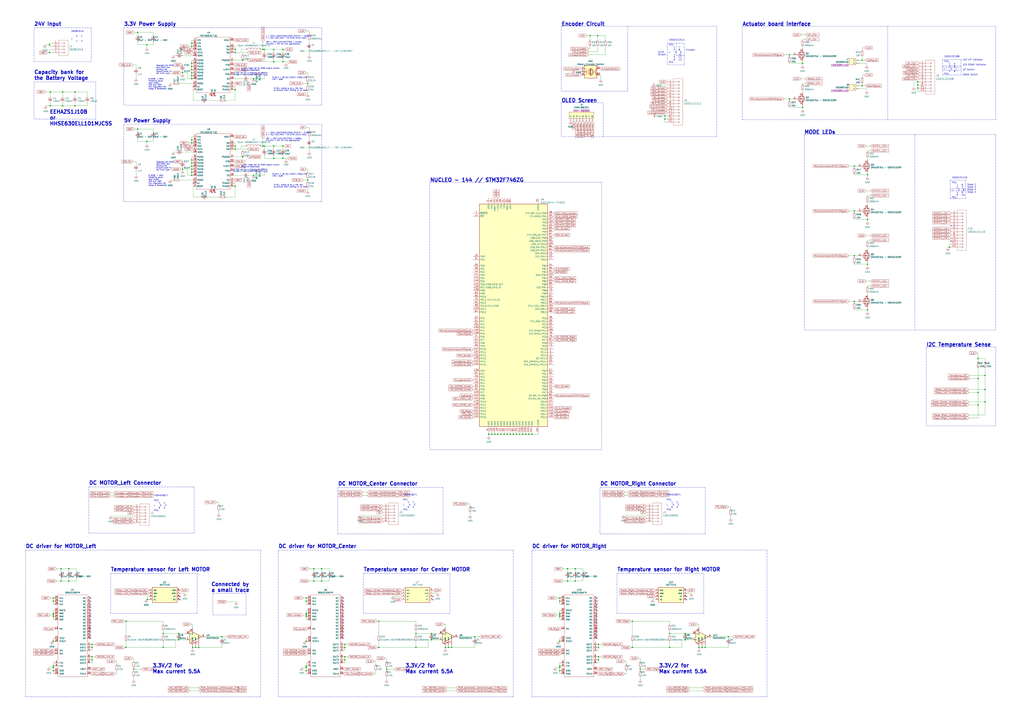
<source format=kicad_sch>
(kicad_sch (version 20211123) (generator eeschema)
  (paper "A1")
  (lib_symbols
    (symbol "2022-02-28_06-11-32:1053121110" (pin_names (offset 0.254) hide)
      (property "Reference" "J" (at 8.89 6.35 0))
      (property "Value" "2022-02-28_06-11-32_1053121110" (at 10.16 -15.24 0))
      (symbol "1053121110_1_1"
        (pin unspecified line (at 0 0 0) (length 5.08) (name "1") (number "1"))
        (pin unspecified line (at 0 -22.86 0) (length 5.08) (name "10") (number "10"))
        (pin unspecified line (at 0 -2.54 0) (length 5.08) (name "2") (number "2"))
        (pin unspecified line (at 0 -5.08 0) (length 5.08) (name "3") (number "3"))
        (pin unspecified line (at 0 -7.62 0) (length 5.08) (name "4") (number "4"))
        (pin unspecified line (at 0 -10.16 0) (length 5.08) (name "5") (number "5"))
        (pin unspecified line (at 0 -12.7 0) (length 5.08) (name "6") (number "6"))
        (pin unspecified line (at 0 -15.24 0) (length 5.08) (name "7") (number "7"))
        (pin unspecified line (at 0 -17.78 0) (length 5.08) (name "8") (number "8"))
        (pin unspecified line (at 0 -20.32 0) (length 5.08) (name "9") (number "9"))
        (pin unspecified line (at 0 -25.4 0) (length 5.08) (name "P1") (number "P1"))
        (pin unspecified line (at 0 -27.94 0) (length 5.08) (name "P2") (number "P2"))
      )
    )
    (symbol "2022-03-02_04-32-34:430450612" (pin_names (offset 0.254) hide)
      (property "Reference" "J" (at 8.89 6.35 0))
      (property "Value" "2022-03-02_04-32-34_430450612" (at 10.16 -5.08 0))
      (symbol "430450612_1_1"
        (pin unspecified line (at 0 0 0) (length 5.08) (name "1") (number "1"))
        (pin unspecified line (at 0 -2.54 0) (length 5.08) (name "2") (number "2"))
        (pin unspecified line (at 0 -5.08 0) (length 5.08) (name "3") (number "3"))
        (pin unspecified line (at 0 -7.62 0) (length 5.08) (name "4") (number "4"))
        (pin unspecified line (at 0 -10.16 0) (length 5.08) (name "5") (number "5"))
        (pin unspecified line (at 0 -12.7 0) (length 5.08) (name "6") (number "6"))
      )
    )
    (symbol "2022-03-02_05-11-24:1053122108" (pin_names (offset 0.254) hide)
      (property "Reference" "J" (at 8.89 6.35 0))
      (property "Value" "2022-03-02_05-11-24_1053122108" (at 10.16 -10.16 0))
      (symbol "1053122108_1_1"
        (pin unspecified line (at 0 0 0) (length 5.08) (name "1") (number "1"))
        (pin unspecified line (at 0 -2.54 0) (length 5.08) (name "2") (number "2"))
        (pin unspecified line (at 0 -5.08 0) (length 5.08) (name "3") (number "3"))
        (pin unspecified line (at 0 -7.62 0) (length 5.08) (name "4") (number "4"))
        (pin unspecified line (at 0 -10.16 0) (length 5.08) (name "5") (number "5"))
        (pin unspecified line (at 0 -12.7 0) (length 5.08) (name "6") (number "6"))
        (pin unspecified line (at 0 -15.24 0) (length 5.08) (name "7") (number "7"))
        (pin unspecified line (at 0 -17.78 0) (length 5.08) (name "8") (number "8"))
        (pin unspecified line (at 0 -20.32 0) (length 5.08) (name "P1") (number "P1"))
        (pin unspecified line (at 0 -22.86 0) (length 5.08) (name "P2") (number "P2"))
      )
    )
    (symbol "2022-03-03_08-08-16:39281043" (pin_names (offset 0.254) hide)
      (property "Reference" "J" (at 8.89 6.35 0))
      (property "Value" "2022-03-03_08-08-16_39281043" (at 10.16 -5.08 0))
      (symbol "39281043_1_1"
        (pin unspecified line (at 0 0 0) (length 5.08) (name "1") (number "1"))
        (pin unspecified line (at 0 -2.54 0) (length 5.08) (name "2") (number "2"))
        (pin unspecified line (at 0 -5.08 0) (length 5.08) (name "3") (number "3"))
        (pin unspecified line (at 0 -7.62 0) (length 5.08) (name "4") (number "4"))
      )
    )
    (symbol "2022-04-06_00-31-55:1053121212" (pin_names (offset 0.254) hide)
      (property "Reference" "J" (at 8.89 6.35 0))
      (property "Value" "2022-04-06_00-31-55_1053121212" (at 10.16 -15.24 0))
      (symbol "1053121212_1_1"
        (pin unspecified line (at 0 0 0) (length 5.08) (name "1") (number "1"))
        (pin unspecified line (at 0 -22.86 0) (length 5.08) (name "10") (number "10"))
        (pin unspecified line (at 0 -25.4 0) (length 5.08) (name "11") (number "11"))
        (pin unspecified line (at 0 -27.94 0) (length 5.08) (name "12") (number "12"))
        (pin unspecified line (at 0 -2.54 0) (length 5.08) (name "2") (number "2"))
        (pin unspecified line (at 0 -5.08 0) (length 5.08) (name "3") (number "3"))
        (pin unspecified line (at 0 -7.62 0) (length 5.08) (name "4") (number "4"))
        (pin unspecified line (at 0 -10.16 0) (length 5.08) (name "5") (number "5"))
        (pin unspecified line (at 0 -12.7 0) (length 5.08) (name "6") (number "6"))
        (pin unspecified line (at 0 -15.24 0) (length 5.08) (name "7") (number "7"))
        (pin unspecified line (at 0 -17.78 0) (length 5.08) (name "8") (number "8"))
        (pin unspecified line (at 0 -20.32 0) (length 5.08) (name "9") (number "9"))
        (pin unspecified line (at 0 -30.48 0) (length 5.08) (name "P1") (number "P1"))
        (pin unspecified line (at 0 -33.02 0) (length 5.08) (name "P2") (number "P2"))
      )
    )
    (symbol "2022-04-13_07-56-55:SiC46(9,8,7,6)"
      (property "Reference" "U" (at 0 27.94 0))
      (property "Value" "SiC46(9,8,7,6)" (at 0 25.4 0))
      (symbol "SiC46(9,8,7,6)_1_1"
        (pin input line (at -16.51 10.16 0) (length 2.54) (name "VCIN") (number "1"))
        (pin power_in line (at -16.51 1.27 0) (length 2.54) (name "PGND") (number "10"))
        (pin power_in line (at -16.51 -1.27 0) (length 2.54) (name "PGND") (number "11"))
        (pin power_out line (at 16.51 15.24 180) (length 2.54) (name "SW") (number "12"))
        (pin power_out line (at 16.51 12.7 180) (length 2.54) (name "SW") (number "13"))
        (pin power_out line (at 16.51 10.16 180) (length 2.54) (name "SW") (number "14"))
        (pin input line (at -16.51 -17.78 0) (length 2.54) (name "GL") (number "15"))
        (pin input line (at -16.51 7.62 0) (length 2.54) (name "VDRV") (number "16"))
        (pin power_in line (at -16.51 -6.35 0) (length 2.54) (name "PGND") (number "17"))
        (pin no_connect line (at 1.27 -25.4 90) (length 2.54) (name "NC") (number "18"))
        (pin input line (at 16.51 -11.43 180) (length 2.54) (name "SS") (number "19"))
        (pin output line (at 16.51 3.81 180) (length 2.54) (name "PGOOD") (number "2"))
        (pin output line (at 16.51 20.32 180) (length 2.54) (name "VOUT") (number "20"))
        (pin no_connect line (at -1.27 -25.4 90) (length 2.54) (name "NC") (number "21"))
        (pin input line (at 16.51 0 180) (length 2.54) (name "VFB") (number "22"))
        (pin input line (at -16.51 -8.89 0) (length 2.54) (name "AGND") (number "23"))
        (pin input line (at 16.51 -7.62 180) (length 2.54) (name "FSW") (number "24"))
        (pin input line (at 16.51 -3.81 180) (length 2.54) (name "ILIMIT") (number "25"))
        (pin input line (at -16.51 12.7 0) (length 2.54) (name "VDD") (number "26"))
        (pin input line (at -16.51 -15.24 0) (length 2.54) (name "MODE") (number "27"))
        (pin input line (at -16.51 -11.43 0) (length 2.54) (name "AGND") (number "28"))
        (pin power_in line (at -16.51 15.24 0) (length 2.54) (name "VIN") (number "29"))
        (pin input line (at 16.51 -15.24 180) (length 2.54) (name "EN") (number "3"))
        (pin power_in line (at -16.51 -3.81 0) (length 2.54) (name "PGND") (number "30"))
        (pin input line (at -16.51 -20.32 0) (length 2.54) (name "BOOT") (number "4"))
        (pin input line (at 16.51 -17.78 180) (length 2.54) (name "PHASE") (number "5"))
        (pin input line (at 16.51 -20.32 180) (length 2.54) (name "PHASE") (number "6"))
        (pin power_in line (at -16.51 20.32 0) (length 2.54) (name "VIN") (number "7"))
        (pin power_in line (at -16.51 17.78 0) (length 2.54) (name "VIN") (number "8"))
        (pin power_in line (at -16.51 3.81 0) (length 2.54) (name "PGND") (number "9"))
      )
    )
    (symbol "Amplifier_Current:INA240A1D" (pin_names (offset 0.127))
      (property "Reference" "U" (at 3.81 3.81 0))
      (property "Value" "INA240A1D" (at 3.81 -2.54 0))
      (symbol "INA240A1D_1_1"
        (pin input line (at -7.62 -2.54 0) (length 2.54) (name "-") (number "1"))
        (pin power_in line (at -2.54 -7.62 90) (length 3.81) (name "GND") (number "2"))
        (pin passive line (at 0 -7.62 90) (length 5.08) (name "REF2") (number "3"))
        (pin passive line (at -2.54 -7.62 90) (length 3.81) hide (name "GND") (number "4"))
        (pin output line (at 7.62 0 180) (length 2.54) (name "~") (number "5"))
        (pin power_in line (at -2.54 7.62 270) (length 3.81) (name "V+") (number "6"))
        (pin passive line (at 2.54 -7.62 90) (length 6.35) (name "REF1") (number "7"))
        (pin input line (at -7.62 2.54 0) (length 2.54) (name "+") (number "8"))
      )
    )
    (symbol "BD63150AFM:BD63150AFM" (pin_names (offset 1.016))
      (property "Reference" "U" (at 0 30.48 0))
      (property "Value" "BD63150AFM_BD63150AFM" (at 0 27.94 0))
      (symbol "BD63150AFM_1_1"
        (pin input line (at -13.97 -31.75 0) (length 2.54) (name "FIN") (number "0"))
        (pin input line (at -13.97 -29.21 0) (length 2.54) (name "FIN") (number "0"))
        (pin output line (at 15.24 -13.97 180) (length 2.54) (name "OUT1") (number "1"))
        (pin output line (at 15.24 16.51 180) (length 2.54) (name "NC") (number "10"))
        (pin input line (at -13.97 -19.05 0) (length 2.54) (name "IN1") (number "11"))
        (pin input line (at -13.97 -21.59 0) (length 2.54) (name "IN2") (number "12"))
        (pin input line (at -13.97 -1.27 0) (length 2.54) (name "PS") (number "13"))
        (pin output line (at 15.24 13.97 180) (length 2.54) (name "NC") (number "14"))
        (pin input line (at -13.97 -8.89 0) (length 2.54) (name "TEST") (number "15"))
        (pin output line (at 15.24 -38.1 180) (length 2.54) (name "FAILA") (number "16"))
        (pin output line (at 15.24 11.43 180) (length 2.54) (name "NC") (number "17"))
        (pin input line (at -13.97 -11.43 0) (length 2.54) (name "TEST1") (number "18"))
        (pin output line (at 15.24 8.89 180) (length 2.54) (name "NC") (number "19"))
        (pin output line (at 15.24 -16.51 180) (length 2.54) (name "OUT1") (number "2"))
        (pin input line (at 15.24 -34.29 180) (length 2.54) (name "VREF") (number "20"))
        (pin output line (at 15.24 6.35 180) (length 2.54) (name "NC") (number "21"))
        (pin input line (at -13.97 -35.56 0) (length 2.54) (name "GND") (number "22"))
        (pin output line (at 15.24 3.81 180) (length 2.54) (name "NC") (number "23"))
        (pin input line (at -13.97 24.13 0) (length 2.54) (name "Vcc") (number "24"))
        (pin input line (at -13.97 21.59 0) (length 2.54) (name "Vcc") (number "25"))
        (pin input line (at -13.97 19.05 0) (length 2.54) (name "Vcc") (number "26"))
        (pin output line (at 15.24 1.27 180) (length 2.54) (name "NC") (number "27"))
        (pin output line (at 15.24 -1.27 180) (length 2.54) (name "NC") (number "28"))
        (pin input line (at -13.97 -38.1 0) (length 2.54) (name "GND") (number "29"))
        (pin output line (at 15.24 -19.05 180) (length 2.54) (name "OUT1") (number "3"))
        (pin output line (at 15.24 -3.81 180) (length 2.54) (name "NC") (number "30"))
        (pin output line (at 15.24 -6.35 180) (length 2.54) (name "NC") (number "31"))
        (pin input line (at -13.97 13.97 0) (length 2.54) (name "RNFS") (number "32"))
        (pin input line (at -13.97 11.43 0) (length 2.54) (name "RNF") (number "33"))
        (pin input line (at -13.97 8.89 0) (length 2.54) (name "RNF") (number "34"))
        (pin input line (at -13.97 6.35 0) (length 2.54) (name "RNF") (number "35"))
        (pin output line (at 15.24 -8.89 180) (length 2.54) (name "NC") (number "36"))
        (pin output line (at 15.24 24.13 180) (length 2.54) (name "NC") (number "4"))
        (pin output line (at 15.24 21.59 180) (length 2.54) (name "NC") (number "5"))
        (pin output line (at 15.24 -24.13 180) (length 2.54) (name "OUT2") (number "6"))
        (pin output line (at 15.24 -26.67 180) (length 2.54) (name "OUT2") (number "7"))
        (pin output line (at 15.24 -29.21 180) (length 2.54) (name "OUT2") (number "8"))
        (pin output line (at 15.24 19.05 180) (length 2.54) (name "NC") (number "9"))
      )
    )
    (symbol "Device:CP1_Small" (pin_numbers hide) (pin_names (offset 0.254) hide)
      (property "Reference" "C" (at 0.254 1.778 0))
      (property "Value" "CP1_Small" (at 0.254 -2.032 0))
      (symbol "CP1_Small_1_1"
        (pin passive line (at 0 2.54 270) (length 2.032) (name "~") (number "1"))
        (pin passive line (at 0 -2.54 90) (length 2.032) (name "~") (number "2"))
      )
    )
    (symbol "Device:C_Small" (pin_numbers hide) (pin_names (offset 0.254) hide)
      (property "Reference" "C" (at 0.254 1.778 0))
      (property "Value" "C_Small" (at 0.254 -2.032 0))
      (symbol "C_Small_1_1"
        (pin passive line (at 0 2.54 270) (length 2.032) (name "~") (number "1"))
        (pin passive line (at 0 -2.54 90) (length 2.032) (name "~") (number "2"))
      )
    )
    (symbol "Device:LED_Small" (pin_numbers hide) (pin_names (offset 0.254) hide)
      (property "Reference" "D" (at -1.27 3.175 0))
      (property "Value" "LED_Small" (at -4.445 -2.54 0))
      (symbol "LED_Small_1_1"
        (pin passive line (at -2.54 0 0) (length 1.778) (name "K") (number "1"))
        (pin passive line (at 2.54 0 180) (length 1.778) (name "A") (number "2"))
      )
    )
    (symbol "Device:R_Small" (pin_numbers hide) (pin_names (offset 0.254) hide)
      (property "Reference" "R" (at 0.762 0.508 0))
      (property "Value" "R_Small" (at 0.762 -1.016 0))
      (symbol "R_Small_1_1"
        (pin passive line (at 0 2.54 270) (length 0.762) (name "~") (number "1"))
        (pin passive line (at 0 -2.54 90) (length 0.762) (name "~") (number "2"))
      )
    )
    (symbol "Device:Rotary_Encoder_Switch" (pin_names (offset 0.254) hide)
      (property "Reference" "SW" (at 0 6.604 0))
      (property "Value" "Rotary_Encoder_Switch" (at 0 -6.604 0))
      (symbol "Rotary_Encoder_Switch_1_1"
        (pin passive line (at -7.62 2.54 0) (length 2.54) (name "A") (number "A"))
        (pin passive line (at -7.62 -2.54 0) (length 2.54) (name "B") (number "B"))
        (pin passive line (at -7.62 0 0) (length 2.54) (name "C") (number "C"))
        (pin passive line (at 7.62 2.54 180) (length 2.54) (name "S1") (number "S1"))
        (pin passive line (at 7.62 -2.54 180) (length 2.54) (name "S2") (number "S2"))
      )
    )
    (symbol "MCU_Module:NUCLEO144-F746ZG"
      (property "Reference" "U" (at -22.86 94.615 0))
      (property "Value" "NUCLEO144-F746ZG" (at -22.86 92.71 0))
      (symbol "NUCLEO144-F746ZG_1_1"
        (pin bidirectional line (at 33.02 -27.94 180) (length 5.08) (name "PC10") (number "1"))
        (pin no_connect line (at -33.02 55.88 0) (length 5.08) hide (name "NC") (number "10"))
        (pin bidirectional line (at 33.02 5.08 180) (length 5.08) (name "LD3/PB14") (number "100"))
        (pin bidirectional line (at 33.02 27.94 180) (length 5.08) (name "PB5") (number "101"))
        (pin bidirectional line (at 33.02 7.62 180) (length 5.08) (name "ETH_TXD1/PB13") (number "102"))
        (pin bidirectional line (at 33.02 33.02 180) (length 5.08) (name "SWO/PB3") (number "103"))
        (pin power_in line (at 20.32 -96.52 90) (length 5.08) (name "AGND") (number "104"))
        (pin bidirectional line (at 33.02 58.42 180) (length 5.08) (name "USB_ID/PA10") (number "105"))
        (pin bidirectional line (at 33.02 -12.7 180) (length 5.08) (name "ETH_RXD0/PC4") (number "106"))
        (pin bidirectional line (at 33.02 78.74 180) (length 5.08) (name "PA2") (number "107"))
        (pin bidirectional line (at -33.02 -15.24 0) (length 5.08) (name "PF5") (number "108"))
        (pin bidirectional line (at 33.02 76.2 180) (length 5.08) (name "PA3") (number "109"))
        (pin bidirectional line (at -33.02 -20.32 0) (length 5.08) (name "PF7") (number "11"))
        (pin bidirectional line (at -33.02 -12.7 0) (length 5.08) (name "PF4") (number "110"))
        (pin power_in line (at 5.08 -96.52 90) (length 5.08) (name "GND") (number "111"))
        (pin bidirectional line (at -33.02 -66.04 0) (length 5.08) (name "PE8") (number "112"))
        (pin bidirectional line (at 33.02 -78.74 180) (length 5.08) (name "PD13") (number "113"))
        (pin bidirectional line (at -33.02 -27.94 0) (length 5.08) (name "PF10") (number "114"))
        (pin bidirectional line (at 33.02 -76.2 180) (length 5.08) (name "PD12") (number "115"))
        (pin bidirectional line (at -33.02 -63.5 0) (length 5.08) (name "PE7") (number "116"))
        (pin bidirectional line (at 33.02 -73.66 180) (length 5.08) (name "PD11") (number "117"))
        (pin bidirectional line (at 33.02 -81.28 180) (length 5.08) (name "PD14") (number "118"))
        (pin bidirectional line (at -33.02 -71.12 0) (length 5.08) (name "PE10") (number "119"))
        (pin power_in line (at -15.24 96.52 270) (length 5.08) (name "IOREF") (number "12"))
        (pin bidirectional line (at 33.02 -83.82 180) (length 5.08) (name "PD15") (number "120"))
        (pin bidirectional line (at -33.02 -76.2 0) (length 5.08) (name "PE12") (number "121"))
        (pin bidirectional line (at -33.02 -38.1 0) (length 5.08) (name "PF14") (number "122"))
        (pin bidirectional line (at -33.02 -81.28 0) (length 5.08) (name "PE14") (number "123"))
        (pin bidirectional line (at -33.02 -68.58 0) (length 5.08) (name "PE9") (number "124"))
        (pin bidirectional line (at -33.02 -83.82 0) (length 5.08) (name "PE15") (number "125"))
        (pin power_in line (at 7.62 -96.52 90) (length 5.08) (name "GND") (number "126"))
        (pin bidirectional line (at -33.02 -78.74 0) (length 5.08) (name "PE13") (number "127"))
        (pin bidirectional line (at -33.02 -73.66 0) (length 5.08) (name "PE11") (number "128"))
        (pin bidirectional line (at -33.02 -35.56 0) (length 5.08) (name "PF13") (number "129"))
        (pin bidirectional line (at 33.02 50.8 180) (length 5.08) (name "TMS/PA13") (number "13"))
        (pin bidirectional line (at -33.02 -10.16 0) (length 5.08) (name "PF3") (number "130"))
        (pin bidirectional line (at -33.02 -33.02 0) (length 5.08) (name "PF12") (number "131"))
        (pin bidirectional line (at -33.02 -40.64 0) (length 5.08) (name "PF15") (number "132"))
        (pin bidirectional line (at -33.02 5.08 0) (length 5.08) (name "PG14") (number "133"))
        (pin bidirectional line (at -33.02 -30.48 0) (length 5.08) (name "PF11") (number "134"))
        (pin power_in line (at 10.16 -96.52 90) (length 5.08) (name "GND") (number "135"))
        (pin bidirectional line (at -33.02 -45.72 0) (length 5.08) (name "PE0") (number "136"))
        (pin bidirectional line (at 33.02 -71.12 180) (length 5.08) (name "PD10") (number "137"))
        (pin bidirectional line (at -33.02 20.32 0) (length 5.08) (name "PG8") (number "138"))
        (pin bidirectional line (at -33.02 22.86 0) (length 5.08) (name "PG7/USB_GPIO_IN") (number "139"))
        (pin input line (at -33.02 81.28 0) (length 5.08) (name "~{RST}") (number "14"))
        (pin bidirectional line (at -33.02 27.94 0) (length 5.08) (name "PG5") (number "140"))
        (pin bidirectional line (at -33.02 30.48 0) (length 5.08) (name "PG4") (number "141"))
        (pin bidirectional line (at -33.02 25.4 0) (length 5.08) (name "PG6/USB_GPIO_OUT") (number "142"))
        (pin power_in line (at 12.7 -96.52 90) (length 5.08) (name "GND") (number "143"))
        (pin power_in line (at 15.24 -96.52 90) (length 5.08) (name "GND") (number "144"))
        (pin bidirectional line (at 33.02 48.26 180) (length 5.08) (name "TCK/PA14") (number "15"))
        (pin power_in line (at -12.7 96.52 270) (length 5.08) (name "+3V3") (number "16"))
        (pin bidirectional line (at 33.02 45.72 180) (length 5.08) (name "PA15") (number "17"))
        (pin power_in line (at -10.16 96.52 270) (length 5.08) (name "+5V") (number "18"))
        (pin power_in line (at -17.78 -96.52 90) (length 5.08) (name "GND") (number "19"))
        (pin bidirectional line (at 33.02 -30.48 180) (length 5.08) (name "PC11") (number "2"))
        (pin power_in line (at -15.24 -96.52 90) (length 5.08) (name "GND") (number "20"))
        (pin bidirectional line (at 33.02 22.86 180) (length 5.08) (name "LD2/PB7") (number "21"))
        (pin power_in line (at -10.16 -96.52 90) (length 5.08) (name "GND") (number "22"))
        (pin bidirectional line (at 33.02 -35.56 180) (length 5.08) (name "BT/PC13") (number "23"))
        (pin power_in line (at -7.62 96.52 270) (length 5.08) (name "VIN") (number "24"))
        (pin bidirectional line (at 33.02 -38.1 180) (length 5.08) (name "RTC_CRYSTAL/PC14") (number "25"))
        (pin no_connect line (at -33.02 58.42 0) (length 5.08) hide (name "NC") (number "26"))
        (pin bidirectional line (at 33.02 -40.64 180) (length 5.08) (name "RTC_CRYSTAL/PC15") (number "27"))
        (pin bidirectional line (at 33.02 83.82 180) (length 5.08) (name "ETH_REF_CLK/PA0") (number "28"))
        (pin bidirectional line (at -33.02 48.26 0) (length 5.08) (name "PH0") (number "29"))
        (pin bidirectional line (at 33.02 -33.02 180) (length 5.08) (name "PC12") (number "3"))
        (pin bidirectional line (at 33.02 81.28 180) (length 5.08) (name "ETH_MDIO/PA1") (number "30"))
        (pin bidirectional line (at -33.02 45.72 0) (length 5.08) (name "PH1") (number "31"))
        (pin bidirectional line (at 33.02 73.66 180) (length 5.08) (name "PA4") (number "32"))
        (pin power_in line (at -5.08 96.52 270) (length 5.08) (name "VBAT") (number "33"))
        (pin bidirectional line (at 33.02 40.64 180) (length 5.08) (name "PB0") (number "34"))
        (pin bidirectional line (at 33.02 -7.62 180) (length 5.08) (name "PC2") (number "35"))
        (pin bidirectional line (at 33.02 -5.08 180) (length 5.08) (name "ETH_MDC/PC1") (number "36"))
        (pin bidirectional line (at 33.02 -10.16 180) (length 5.08) (name "PC3") (number "37"))
        (pin bidirectional line (at 33.02 -2.54 180) (length 5.08) (name "PC0") (number "38"))
        (pin bidirectional line (at 33.02 -55.88 180) (length 5.08) (name "PD4") (number "39"))
        (pin bidirectional line (at 33.02 -50.8 180) (length 5.08) (name "PD2") (number "4"))
        (pin bidirectional line (at 33.02 -53.34 180) (length 5.08) (name "PD3") (number "40"))
        (pin bidirectional line (at 33.02 -58.42 180) (length 5.08) (name "PD5") (number "41"))
        (pin bidirectional line (at -33.02 35.56 0) (length 5.08) (name "PG2") (number "42"))
        (pin bidirectional line (at 33.02 -60.96 180) (length 5.08) (name "PD6") (number "43"))
        (pin bidirectional line (at -33.02 33.02 0) (length 5.08) (name "PG3") (number "44"))
        (pin bidirectional line (at 33.02 -63.5 180) (length 5.08) (name "PD7") (number "45"))
        (pin bidirectional line (at -33.02 -50.8 0) (length 5.08) (name "PE2") (number "46"))
        (pin bidirectional line (at -33.02 -53.34 0) (length 5.08) (name "PE3") (number "47"))
        (pin bidirectional line (at -33.02 -55.88 0) (length 5.08) (name "PE4") (number "48"))
        (pin power_in line (at -12.7 -96.52 90) (length 5.08) (name "GND") (number "49"))
        (pin power_in line (at -20.32 96.52 270) (length 5.08) (name "VDD") (number "5"))
        (pin bidirectional line (at -33.02 -58.42 0) (length 5.08) (name "PE5") (number "50"))
        (pin bidirectional line (at -33.02 -5.08 0) (length 5.08) (name "PF1") (number "51"))
        (pin bidirectional line (at -33.02 -7.62 0) (length 5.08) (name "PF2") (number "52"))
        (pin bidirectional line (at -33.02 -2.54 0) (length 5.08) (name "PF0") (number "53"))
        (pin bidirectional line (at -33.02 -22.86 0) (length 5.08) (name "PF8") (number "54"))
        (pin bidirectional line (at 33.02 -48.26 180) (length 5.08) (name "PD1") (number "55"))
        (pin bidirectional line (at -33.02 -25.4 0) (length 5.08) (name "PF9") (number "56"))
        (pin bidirectional line (at 33.02 -45.72 180) (length 5.08) (name "PD0") (number "57"))
        (pin bidirectional line (at -33.02 38.1 0) (length 5.08) (name "PG1") (number "58"))
        (pin bidirectional line (at -33.02 40.64 0) (length 5.08) (name "PG0") (number "59"))
        (pin power_in line (at -17.78 96.52 270) (length 5.08) (name "E5V") (number "6"))
        (pin power_in line (at -7.62 -96.52 90) (length 5.08) (name "GND") (number "60"))
        (pin bidirectional line (at -33.02 -48.26 0) (length 5.08) (name "PE1") (number "61"))
        (pin bidirectional line (at -33.02 -60.96 0) (length 5.08) (name "PE6") (number "62"))
        (pin bidirectional line (at -33.02 17.78 0) (length 5.08) (name "PG9") (number "63"))
        (pin bidirectional line (at -33.02 2.54 0) (length 5.08) (name "PG15") (number "64"))
        (pin bidirectional line (at -33.02 10.16 0) (length 5.08) (name "PG12") (number "65"))
        (pin bidirectional line (at -33.02 15.24 0) (length 5.08) (name "PG10") (number "66"))
        (pin no_connect line (at -33.02 53.34 0) (length 5.08) hide (name "NC") (number "67"))
        (pin bidirectional line (at -33.02 7.62 0) (length 5.08) (name "PG13/ETH_TXD0") (number "68"))
        (pin bidirectional line (at 33.02 -68.58 180) (length 5.08) (name "STLINK_RX/PD9") (number "69"))
        (pin input line (at -33.02 83.82 0) (length 5.08) (name "~{BOOT0}") (number "7"))
        (pin bidirectional line (at -33.02 12.7 0) (length 5.08) (name "PG11/ETH_TX_EN") (number "70"))
        (pin power_in line (at -5.08 -96.52 90) (length 5.08) (name "GND") (number "71"))
        (pin power_in line (at -2.54 -96.52 90) (length 5.08) (name "GND") (number "72"))
        (pin bidirectional line (at 33.02 -25.4 180) (length 5.08) (name "PC9") (number "73"))
        (pin bidirectional line (at 33.02 -22.86 180) (length 5.08) (name "PC8") (number "74"))
        (pin bidirectional line (at 33.02 20.32 180) (length 5.08) (name "PB8") (number "75"))
        (pin bidirectional line (at 33.02 -17.78 180) (length 5.08) (name "PC6") (number "76"))
        (pin bidirectional line (at 33.02 17.78 180) (length 5.08) (name "PB9") (number "77"))
        (pin bidirectional line (at 33.02 -15.24 180) (length 5.08) (name "ETH_RXD1/PC5") (number "78"))
        (pin power_in line (at 20.32 96.52 270) (length 5.08) (name "AVDD") (number "79"))
        (pin power_in line (at -20.32 -96.52 90) (length 5.08) (name "GND") (number "8"))
        (pin power_in line (at -2.54 96.52 270) (length 5.08) (name "U5V") (number "80"))
        (pin power_in line (at 0 -96.52 90) (length 5.08) (name "GND") (number "81"))
        (pin bidirectional line (at 33.02 -66.04 180) (length 5.08) (name "STLINK_TX/PD8") (number "82"))
        (pin bidirectional line (at 33.02 71.12 180) (length 5.08) (name "PA5") (number "83"))
        (pin bidirectional line (at 33.02 53.34 180) (length 5.08) (name "USB_DP/PA12") (number "84"))
        (pin bidirectional line (at 33.02 68.58 180) (length 5.08) (name "PA6") (number "85"))
        (pin bidirectional line (at 33.02 55.88 180) (length 5.08) (name "USB_DM/PA11") (number "86"))
        (pin bidirectional line (at 33.02 66.04 180) (length 5.08) (name "ETH_CRS_DV/PA7") (number "87"))
        (pin bidirectional line (at 33.02 10.16 180) (length 5.08) (name "PB12") (number "88"))
        (pin bidirectional line (at 33.02 25.4 180) (length 5.08) (name "PB6") (number "89"))
        (pin bidirectional line (at -33.02 -17.78 0) (length 5.08) (name "PF6") (number "9"))
        (pin bidirectional line (at 33.02 12.7 180) (length 5.08) (name "PB11") (number "90"))
        (pin bidirectional line (at 33.02 -20.32 180) (length 5.08) (name "PC7") (number "91"))
        (pin power_in line (at 2.54 -96.52 90) (length 5.08) (name "GND") (number "92"))
        (pin bidirectional line (at 33.02 60.96 180) (length 5.08) (name "USB_VBUS/PA9") (number "93"))
        (pin bidirectional line (at 33.02 35.56 180) (length 5.08) (name "PB2") (number "94"))
        (pin bidirectional line (at 33.02 63.5 180) (length 5.08) (name "USB_SOF/PA8") (number "95"))
        (pin bidirectional line (at 33.02 38.1 180) (length 5.08) (name "PB1") (number "96"))
        (pin bidirectional line (at 33.02 15.24 180) (length 5.08) (name "PB10") (number "97"))
        (pin bidirectional line (at 33.02 2.54 180) (length 5.08) (name "PB15") (number "98"))
        (pin bidirectional line (at 33.02 30.48 180) (length 5.08) (name "PB4") (number "99"))
      )
    )
    (symbol "SparkFun-Connectors:CONN_02" (pin_numbers hide) (pin_names (offset 1.016))
      (property "Reference" "J" (at -5.08 5.08 0))
      (property "Value" "CONN_02" (at -5.08 -3.81 0))
      (property "Field4" "XXX-00000" (at 0 7.62 0))
      (symbol "CONN_02_1_1"
        (pin passive line (at 2.54 0 180) (length 2.54) (name "1") (number "1"))
        (pin passive line (at 2.54 2.54 180) (length 2.54) (name "2") (number "2"))
      )
    )
    (symbol "SparkFun-Connectors:CONN_08LOCK" (pin_numbers hide) (pin_names (offset 1.016))
      (property "Reference" "J" (at -5.08 20.32 0))
      (property "Value" "CONN_08LOCK" (at -5.08 -3.81 0))
      (property "Field4" "XXX-00000" (at 0 24.13 0))
      (symbol "CONN_08LOCK_1_1"
        (pin passive line (at 2.54 0 180) (length 2.54) (name "1") (number "1"))
        (pin passive line (at 2.54 2.54 180) (length 2.54) (name "2") (number "2"))
        (pin passive line (at 2.54 5.08 180) (length 2.54) (name "3") (number "3"))
        (pin passive line (at 2.54 7.62 180) (length 2.54) (name "4") (number "4"))
        (pin passive line (at 2.54 10.16 180) (length 2.54) (name "5") (number "5"))
        (pin passive line (at 2.54 12.7 180) (length 2.54) (name "6") (number "6"))
        (pin passive line (at 2.54 15.24 180) (length 2.54) (name "7") (number "7"))
        (pin passive line (at 2.54 17.78 180) (length 2.54) (name "8") (number "8"))
      )
    )
    (symbol "Transistor_FET:DMN2075U" (pin_names hide)
      (property "Reference" "Q" (at 5.08 1.905 0))
      (property "Value" "DMN2075U" (at 5.08 0 0))
      (symbol "DMN2075U_1_1"
        (pin input line (at -5.08 0 0) (length 2.54) (name "G") (number "1"))
        (pin passive line (at 2.54 -5.08 90) (length 2.54) (name "S") (number "2"))
        (pin passive line (at 2.54 5.08 270) (length 2.54) (name "D") (number "3"))
      )
    )
    (symbol "dk_Sensors-Transducers_Accessories:ADT7410" (pin_names (offset 1.016))
      (property "Reference" "U" (at -10.16 8.89 0))
      (property "Value" "ADT7410" (at -10.16 -7.62 0))
      (symbol "ADT7410_0_0"
        (pin bidirectional line (at -12.7 5.08 0) (length 2.54) (name "SCL") (number "1"))
        (pin bidirectional line (at -12.7 2.54 0) (length 2.54) (name "SDA") (number "2"))
        (pin bidirectional line (at -12.7 0 0) (length 2.54) (name "A0") (number "3"))
        (pin bidirectional line (at -12.7 -2.54 0) (length 2.54) (name "A1") (number "4"))
        (pin bidirectional line (at 12.7 -2.54 180) (length 2.54) (name "INT") (number "5"))
        (pin bidirectional line (at 12.7 0 180) (length 2.54) (name "CT") (number "6"))
        (pin power_in line (at 12.7 2.54 180) (length 2.54) (name "GND") (number "7"))
        (pin power_in line (at 12.7 5.08 180) (length 2.54) (name "VDD") (number "8"))
      )
    )
    (symbol "power:GND" (power) (pin_names (offset 0))
      (property "Value" "GND" (at 0 -3.81 0))
      (symbol "GND_1_1"
        (pin power_in line (at 0 0 270) (length 0) hide (name "GND") (number "1"))
      )
    )
    (symbol "pspice:INDUCTOR" (pin_numbers hide) (pin_names (offset 0))
      (property "Reference" "L" (at 0 2.54 0))
      (property "Value" "INDUCTOR" (at 0 -1.27 0))
      (symbol "INDUCTOR_1_1"
        (pin input line (at -6.35 0 0) (length 1.27) (name "1") (number "1"))
        (pin input line (at 6.35 0 180) (length 1.27) (name "2") (number "2"))
      )
    )
  )
  (junction (at 157.48 54.61))
  (junction (at 224.79 50.8))
  (junction (at 157.48 117.475))
  (junction (at 753.745 69.85))
  (junction (at 50.165 467.36))
  (junction (at 217.17 40.64))
  (junction (at 157.48 141.605))
  (junction (at 157.48 144.145))
  (junction (at 708.025 49.53))
  (junction (at 121.285 492.76))
  (junction (at 283.21 542.29))
  (junction (at 146.685 520.7))
  (junction (at 157.48 62.23))
  (junction (at 157.48 57.15))
  (junction (at 411.48 356.87))
  (junction (at 158.115 532.13))
  (junction (at 103.505 510.54))
  (junction (at 341.63 520.7))
  (junction (at 708.025 70.485))
  (junction (at 808.99 330.2))
  (junction (at 113.03 26.67))
  (junction (at 232.41 130.175))
  (junction (at 43.815 547.37))
  (junction (at 546.1 97.79))
  (junction (at 103.505 532.13))
  (junction (at 193.04 120.015))
  (junction (at 193.04 153.035))
  (junction (at 56.515 477.52))
  (junction (at 157.48 133.985))
  (junction (at 414.02 356.87))
  (junction (at 491.49 532.13))
  (junction (at 779.78 203.2))
  (junction (at 41.275 75.565))
  (junction (at 491.49 529.59))
  (junction (at 701.675 136.525))
  (junction (at 659.13 88.265))
  (junction (at 525.78 549.91))
  (junction (at 459.74 547.37))
  (junction (at 43.815 527.05))
  (junction (at 133.985 532.13))
  (junction (at 157.48 59.69))
  (junction (at 251.46 547.37))
  (junction (at 251.46 551.18))
  (junction (at 109.855 549.91))
  (junction (at 56.515 467.36))
  (junction (at 311.15 510.54))
  (junction (at 419.1 356.87))
  (junction (at 403.86 356.87))
  (junction (at 549.91 520.7))
  (junction (at 459.74 548.64))
  (junction (at 43.815 506.73))
  (junction (at 406.4 356.87))
  (junction (at 51.435 86.995))
  (junction (at 43.815 494.03))
  (junction (at 224.79 130.175))
  (junction (at 251.46 491.49))
  (junction (at 466.09 467.36))
  (junction (at 472.44 467.36))
  (junction (at 459.74 551.18))
  (junction (at 712.47 217.17))
  (junction (at 199.39 128.905))
  (junction (at 232.41 40.64))
  (junction (at 472.44 477.52))
  (junction (at 408.94 356.87))
  (junction (at 163.195 532.13))
  (junction (at 224.79 40.64))
  (junction (at 193.04 73.66))
  (junction (at 215.9 120.015))
  (junction (at 232.41 120.015))
  (junction (at 43.815 505.46))
  (junction (at 157.48 35.56))
  (junction (at 459.74 491.49))
  (junction (at 146.685 525.78))
  (junction (at 41.275 86.995))
  (junction (at 434.34 356.87))
  (junction (at 43.815 491.49))
  (junction (at 484.505 29.21))
  (junction (at 549.91 532.13))
  (junction (at 208.28 144.145))
  (junction (at 491.49 542.29))
  (junction (at 562.61 520.7))
  (junction (at 43.815 504.19))
  (junction (at 232.41 50.8))
  (junction (at 61.595 86.995))
  (junction (at 466.09 477.52))
  (junction (at 157.48 114.935))
  (junction (at 51.435 75.565))
  (junction (at 133.985 520.7))
  (junction (at 370.84 532.13))
  (junction (at 421.64 356.87))
  (junction (at 459.74 505.46))
  (junction (at 579.12 532.13))
  (junction (at 50.165 477.52))
  (junction (at 753.745 67.31))
  (junction (at 208.28 64.77))
  (junction (at 157.48 64.77))
  (junction (at 251.46 505.46))
  (junction (at 75.565 542.29))
  (junction (at 193.04 43.18))
  (junction (at 113.03 106.045))
  (junction (at 546.1 95.25))
  (junction (at 317.5 549.91))
  (junction (at 459.74 494.03))
  (junction (at 149.86 139.065))
  (junction (at 459.74 504.19))
  (junction (at 576.58 532.13))
  (junction (at 311.15 532.13))
  (junction (at 459.74 506.73))
  (junction (at 598.17 523.24))
  (junction (at 803.275 294.64))
  (junction (at 43.815 548.64))
  (junction (at 701.675 247.65))
  (junction (at 120.65 116.205))
  (junction (at 701.675 210.185))
  (junction (at 753.745 72.39))
  (junction (at 157.48 131.445))
  (junction (at 712.47 254.635))
  (junction (at 251.46 527.05))
  (junction (at 416.56 356.87))
  (junction (at 251.46 494.03))
  (junction (at 193.04 122.555))
  (junction (at 182.245 523.24))
  (junction (at 61.595 75.565))
  (junction (at 160.655 532.13))
  (junction (at 808.99 308.61))
  (junction (at 252.73 68.58))
  (junction (at 217.17 120.015))
  (junction (at 808.99 320.04))
  (junction (at 574.04 532.13))
  (junction (at 257.81 467.36))
  (junction (at 490.855 29.21))
  (junction (at 75.565 532.13))
  (junction (at 251.46 506.73))
  (junction (at 389.89 523.24))
  (junction (at 648.335 81.28))
  (junction (at 264.16 477.52))
  (junction (at 75.565 529.59))
  (junction (at 426.72 356.87))
  (junction (at 424.18 356.87))
  (junction (at 354.33 525.78))
  (junction (at 149.86 59.69))
  (junction (at 257.81 477.52))
  (junction (at 491.49 539.75))
  (junction (at 120.65 36.83))
  (junction (at 157.48 139.065))
  (junction (at 40.64 36.83))
  (junction (at 712.47 143.51))
  (junction (at 251.46 548.64))
  (junction (at 157.48 136.525))
  (junction (at 436.88 356.87))
  (junction (at 40.64 43.18))
  (junction (at 224.79 120.015))
  (junction (at 519.43 532.13))
  (junction (at 75.565 539.75))
  (junction (at 659.13 52.07))
  (junction (at 803.275 332.74))
  (junction (at 283.21 532.13))
  (junction (at 283.21 539.75))
  (junction (at 365.76 532.13))
  (junction (at 341.63 532.13))
  (junction (at 215.9 40.64))
  (junction (at 431.8 356.87))
  (junction (at 283.21 529.59))
  (junction (at 251.46 504.19))
  (junction (at 712.47 180.34))
  (junction (at 429.26 356.87))
  (junction (at 459.74 527.05))
  (junction (at 701.675 173.355))
  (junction (at 803.275 311.15))
  (junction (at 648.335 45.085))
  (junction (at 354.33 520.7))
  (junction (at 264.16 467.36))
  (junction (at 157.48 52.07))
  (junction (at 368.3 532.13))
  (junction (at 562.61 525.78))
  (junction (at 519.43 510.54))
  (junction (at 803.275 322.58))
  (junction (at 157.48 38.1))
  (junction (at 401.32 356.87))
  (junction (at 199.39 49.53))
  (junction (at 252.73 147.955))
  (junction (at 193.04 40.64))
  (junction (at 43.815 551.18))
  (no_connect (at 490.22 514.35))
  (no_connect (at 74.295 506.73))
  (no_connect (at 355.6 490.22))
  (no_connect (at 74.295 509.27))
  (no_connect (at 490.22 504.19))
  (no_connect (at 490.22 501.65))
  (no_connect (at 74.295 519.43))
  (no_connect (at 281.94 506.73))
  (no_connect (at 281.94 504.19))
  (no_connect (at 490.22 519.43))
  (no_connect (at 74.295 514.35))
  (no_connect (at 74.295 496.57))
  (no_connect (at 490.22 494.03))
  (no_connect (at 490.22 516.89))
  (no_connect (at 281.94 521.97))
  (no_connect (at 281.94 494.03))
  (no_connect (at 158.75 150.495))
  (no_connect (at 158.75 71.12))
  (no_connect (at 490.22 509.27))
  (no_connect (at 147.955 492.76))
  (no_connect (at 74.295 499.11))
  (no_connect (at 490.22 499.11))
  (no_connect (at 281.94 509.27))
  (no_connect (at 74.295 511.81))
  (no_connect (at 281.94 511.81))
  (no_connect (at 490.22 506.73))
  (no_connect (at 74.295 491.49))
  (no_connect (at 74.295 521.97))
  (no_connect (at 74.295 504.19))
  (no_connect (at 281.94 519.43))
  (no_connect (at 281.94 496.57))
  (no_connect (at 281.94 499.11))
  (no_connect (at 147.955 490.22))
  (no_connect (at 74.295 524.51))
  (no_connect (at 74.295 516.89))
  (no_connect (at 563.88 490.22))
  (no_connect (at 281.94 491.49))
  (no_connect (at 563.88 492.76))
  (no_connect (at 490.22 496.57))
  (no_connect (at 281.94 501.65))
  (no_connect (at 490.22 491.49))
  (no_connect (at 490.22 521.97))
  (no_connect (at 281.94 514.35))
  (no_connect (at 490.22 511.81))
  (no_connect (at 74.295 494.03))
  (no_connect (at 281.94 524.51))
  (no_connect (at 490.22 524.51))
  (no_connect (at 355.6 492.76))
  (no_connect (at 281.94 516.89))
  (no_connect (at 781.05 185.42))
  (no_connect (at 781.05 198.12))
  (no_connect (at 74.295 501.65))
  (wire (pts (xy 149.86 139.065) (xy 149.86 140.335)))
  (wire (pts (xy 803.275 290.195) (xy 803.275 294.64)))
  (wire (pts (xy 121.285 490.22) (xy 121.285 492.76)))
  (polyline (pts (xy 789.305 55.245) (xy 774.065 55.245)))
  (wire (pts (xy 297.815 407.035) (xy 301.625 407.035)))
  (polyline (pts (xy 264.16 86.36) (xy 101.6 86.36)))
  (polyline (pts (xy 363.855 400.685) (xy 363.855 438.785)))
  (wire (pts (xy 168.275 523.24) (xy 182.245 523.24)))
  (wire (pts (xy 539.115 95.25) (xy 546.1 95.25)))
  (polyline (pts (xy 629.92 452.12) (xy 629.92 572.77)))
  (wire (pts (xy 308.61 553.72) (xy 307.34 553.72)))
  (wire (pts (xy 701.675 254) (xy 701.675 254.635)))
  (wire (pts (xy 403.86 356.87) (xy 406.4 356.87)))
  (polyline (pts (xy 20.955 452.12) (xy 213.995 452.12)))
  (wire (pts (xy 215.9 120.015) (xy 217.17 120.015)))
  (wire (pts (xy 779.78 203.2) (xy 781.05 203.2)))
  (wire (pts (xy 472.44 469.9) (xy 472.44 467.36)))
  (wire (pts (xy 712.47 166.37) (xy 712.47 168.275)))
  (wire (pts (xy 295.275 423.545) (xy 314.325 423.545)))
  (polyline (pts (xy 461.01 21.59) (xy 461.01 74.93)))
  (polyline (pts (xy 817.88 285.115) (xy 817.88 349.885)))
  (wire (pts (xy 109.855 541.02) (xy 109.855 543.56)))
  (polyline (pts (xy 548.005 35.56) (xy 561.975 35.56)))
  (wire (pts (xy 56.515 467.36) (xy 62.865 467.36)))
  (wire (pts (xy 341.63 532.13) (xy 351.79 532.13)))
  (polyline (pts (xy 202.057 505.46) (xy 174.879 505.46)))
  (wire (pts (xy 803.275 311.15) (xy 803.275 322.58)))
  (wire (pts (xy 193.04 120.015) (xy 193.04 122.555)))
  (wire (pts (xy 251.46 491.49) (xy 251.46 494.03)))
  (wire (pts (xy 251.46 501.65) (xy 251.46 504.19)))
  (wire (pts (xy 598.17 529.59) (xy 598.17 532.13)))
  (polyline (pts (xy 588.645 21.59) (xy 588.645 112.395)))
  (wire (pts (xy 491.49 534.67) (xy 491.49 532.13)))
  (wire (pts (xy 163.195 532.13) (xy 163.195 530.86)))
  (polyline (pts (xy 461.01 21.59) (xy 515.62 21.59)))
  (wire (pts (xy 264.16 477.52) (xy 257.81 477.52)))
  (wire (pts (xy 120.65 118.745) (xy 120.65 116.205)))
  (wire (pts (xy 490.22 542.29) (xy 491.49 542.29)))
  (wire (pts (xy 254 104.775) (xy 254 107.315)))
  (wire (pts (xy 62.865 477.52) (xy 56.515 477.52)))
  (wire (pts (xy 224.79 43.18) (xy 224.79 40.64)))
  (wire (pts (xy 712.47 143.51) (xy 712.47 145.415)))
  (wire (pts (xy 125.73 36.83) (xy 120.65 36.83)))
  (wire (pts (xy 40.64 35.56) (xy 40.64 36.83)))
  (wire (pts (xy 421.64 356.87) (xy 424.18 356.87)))
  (wire (pts (xy 519.43 527.05) (xy 519.43 532.13)))
  (wire (pts (xy 232.41 50.8) (xy 234.95 50.8)))
  (wire (pts (xy 481.965 29.21) (xy 484.505 29.21)))
  (wire (pts (xy 285.75 529.59) (xy 283.21 529.59)))
  (wire (pts (xy 191.77 40.64) (xy 193.04 40.64)))
  (wire (pts (xy 224.79 50.8) (xy 232.41 50.8)))
  (wire (pts (xy 109.855 549.91) (xy 116.205 549.91)))
  (wire (pts (xy 191.77 73.66) (xy 193.04 73.66)))
  (wire (pts (xy 157.48 54.61) (xy 158.75 54.61)))
  (wire (pts (xy 461.01 553.72) (xy 459.74 553.72)))
  (wire (pts (xy 753.745 69.85) (xy 753.745 72.39)))
  (polyline (pts (xy 264.16 22.86) (xy 264.16 86.36)))
  (wire (pts (xy 257.81 477.52) (xy 254 477.52)))
  (polyline (pts (xy 27.94 67.31) (xy 78.74 67.31)))
  (wire (pts (xy 778.51 203.2) (xy 779.78 203.2)))
  (wire (pts (xy 45.085 551.18) (xy 43.815 551.18)))
  (wire (pts (xy 808.99 330.2) (xy 808.99 340.995)))
  (wire (pts (xy 701.675 173.355) (xy 704.85 173.355)))
  (wire (pts (xy 121.285 492.76) (xy 122.555 492.76)))
  (wire (pts (xy 157.48 33.02) (xy 157.48 35.56)))
  (wire (pts (xy 472.44 474.98) (xy 472.44 477.52)))
  (wire (pts (xy 232.41 40.64) (xy 233.68 40.64)))
  (wire (pts (xy 750.57 71.755) (xy 750.57 67.31)))
  (wire (pts (xy 251.46 527.05) (xy 252.73 527.05)))
  (wire (pts (xy 203.2 122.555) (xy 199.39 122.555)))
  (wire (pts (xy 252.73 59.69) (xy 252.73 62.23)))
  (wire (pts (xy 648.335 88.265) (xy 659.13 88.265)))
  (polyline (pts (xy 728.98 21.59) (xy 609.6 21.59)))
  (wire (pts (xy 125.73 34.29) (xy 125.73 36.83)))
  (wire (pts (xy 198.12 120.015) (xy 198.12 122.555)))
  (polyline (pts (xy 78.74 67.31) (xy 78.74 97.79)))
  (wire (pts (xy 308.61 551.18) (xy 308.61 553.72)))
  (wire (pts (xy 251.46 491.49) (xy 252.73 491.49)))
  (wire (pts (xy 322.58 490.22) (xy 330.2 490.22)))
  (wire (pts (xy 712.47 197.485) (xy 712.47 198.12)))
  (polyline (pts (xy 461.01 84.455) (xy 495.3 84.455)))
  (wire (pts (xy 566.42 567.69) (xy 577.85 567.69)))
  (wire (pts (xy 710.565 49.53) (xy 708.025 49.53)))
  (wire (pts (xy 648.335 87.63) (xy 648.335 88.265)))
  (polyline (pts (xy 78.74 97.79) (xy 27.94 97.79)))
  (wire (pts (xy 56.515 474.98) (xy 56.515 477.52)))
  (wire (pts (xy 459.74 504.19) (xy 459.74 505.46)))
  (wire (pts (xy 386.08 414.02) (xy 386.08 415.925)))
  (wire (pts (xy 808.99 302.26) (xy 808.99 308.61)))
  (polyline (pts (xy 436.88 572.77) (xy 436.88 452.12)))
  (wire (pts (xy 224.79 127.635) (xy 224.79 130.175)))
  (wire (pts (xy 341.63 520.7) (xy 341.63 521.97)))
  (polyline (pts (xy 555.625 35.56) (xy 555.625 45.72)))
  (polyline (pts (xy 101.6 102.235) (xy 264.16 102.235)))
  (wire (pts (xy 232.41 43.18) (xy 232.41 40.64)))
  (wire (pts (xy 281.94 534.67) (xy 283.21 534.67)))
  (wire (pts (xy 217.17 50.8) (xy 224.79 50.8)))
  (wire (pts (xy 436.88 355.6) (xy 436.88 356.87)))
  (wire (pts (xy 199.39 128.905) (xy 203.2 128.905)))
  (wire (pts (xy 365.76 530.86) (xy 365.76 532.13)))
  (wire (pts (xy 389.89 529.59) (xy 389.89 532.13)))
  (wire (pts (xy 109.855 548.64) (xy 109.855 549.91)))
  (wire (pts (xy 214.63 120.015) (xy 215.9 120.015)))
  (wire (pts (xy 43.815 501.65) (xy 43.815 504.19)))
  (wire (pts (xy 217.17 40.64) (xy 224.79 40.64)))
  (polyline (pts (xy 793.115 147.955) (xy 793.115 163.195)))
  (wire (pts (xy 317.5 556.26) (xy 317.5 558.8)))
  (wire (pts (xy 661.67 32.385) (xy 659.13 32.385)))
  (wire (pts (xy 111.76 140.335) (xy 111.76 144.145)))
  (polyline (pts (xy 298.45 504.19) (xy 298.45 471.17)))
  (wire (pts (xy 193.04 38.1) (xy 193.04 40.64)))
  (wire (pts (xy 193.04 40.64) (xy 193.04 43.18)))
  (wire (pts (xy 648.335 82.55) (xy 648.335 81.28)))
  (wire (pts (xy 217.17 130.175) (xy 224.79 130.175)))
  (wire (pts (xy 389.89 532.13) (xy 370.84 532.13)))
  (polyline (pts (xy 579.12 438.785) (xy 492.76 438.785)))
  (polyline (pts (xy 90.805 471.17) (xy 161.925 471.17)))
  (wire (pts (xy 484.505 29.21) (xy 490.855 29.21)))
  (wire (pts (xy 113.03 116.205) (xy 120.65 116.205)))
  (wire (pts (xy 193.929 494.538) (xy 193.929 494.792)))
  (wire (pts (xy 308.61 543.56) (xy 308.61 546.1)))
  (wire (pts (xy 803.275 294.64) (xy 808.99 294.64)))
  (wire (pts (xy 281.94 539.75) (xy 283.21 539.75)))
  (polyline (pts (xy 495.3 84.455) (xy 495.3 112.395)))
  (wire (pts (xy 283.21 544.83) (xy 281.94 544.83)))
  (wire (pts (xy 795.655 322.58) (xy 803.275 322.58)))
  (wire (pts (xy 191.77 64.77) (xy 199.39 64.77)))
  (wire (pts (xy 365.76 513.08) (xy 365.76 515.62)))
  (wire (pts (xy 711.835 52.07) (xy 705.485 52.07)))
  (wire (pts (xy 264.16 467.36) (xy 270.51 467.36)))
  (wire (pts (xy 354.33 520.7) (xy 341.63 520.7)))
  (wire (pts (xy 648.335 81.28) (xy 651.51 81.28)))
  (wire (pts (xy 108.585 541.02) (xy 109.855 541.02)))
  (wire (pts (xy 75.565 532.13) (xy 75.565 529.59)))
  (wire (pts (xy 78.105 529.59) (xy 75.565 529.59)))
  (polyline (pts (xy 264.16 102.235) (xy 264.16 165.735)))
  (wire (pts (xy 224.79 48.26) (xy 224.79 50.8)))
  (wire (pts (xy 408.94 356.87) (xy 411.48 356.87)))
  (wire (pts (xy 701.675 211.455) (xy 701.675 210.185)))
  (wire (pts (xy 436.88 356.87) (xy 441.96 356.87)))
  (wire (pts (xy 214.63 140.335) (xy 217.17 140.335)))
  (wire (pts (xy 154.94 38.1) (xy 157.48 38.1)))
  (wire (pts (xy 525.78 541.02) (xy 525.78 543.56)))
  (wire (pts (xy 248.92 505.46) (xy 251.46 505.46)))
  (wire (pts (xy 160.655 530.86) (xy 160.655 532.13)))
  (polyline (pts (xy 277.495 400.685) (xy 363.855 400.685)))
  (wire (pts (xy 562.61 520.7) (xy 568.96 520.7)))
  (wire (pts (xy 191.77 150.495) (xy 193.04 150.495)))
  (wire (pts (xy 701.675 217.17) (xy 712.47 217.17)))
  (wire (pts (xy 659.13 74.295) (xy 659.13 76.2)))
  (wire (pts (xy 297.815 404.495) (xy 301.625 404.495)))
  (wire (pts (xy 125.73 113.665) (xy 125.73 116.205)))
  (wire (pts (xy 384.175 414.02) (xy 386.08 414.02)))
  (wire (pts (xy 142.24 125.095) (xy 144.78 125.095)))
  (wire (pts (xy 251.46 553.72) (xy 251.46 551.18)))
  (wire (pts (xy 125.73 106.045) (xy 125.73 108.585)))
  (wire (pts (xy 281.94 532.13) (xy 283.21 532.13)))
  (polyline (pts (xy 159.385 400.05) (xy 159.385 438.15)))
  (wire (pts (xy 796.29 308.61) (xy 808.99 308.61)))
  (wire (pts (xy 78.105 539.75) (xy 75.565 539.75)))
  (wire (pts (xy 459.74 496.57) (xy 461.01 496.57)))
  (wire (pts (xy 795.655 332.74) (xy 803.275 332.74)))
  (wire (pts (xy 157.48 136.525) (xy 158.75 136.525)))
  (wire (pts (xy 157.48 62.23) (xy 158.75 62.23)))
  (polyline (pts (xy 277.495 438.785) (xy 277.495 400.685)))
  (wire (pts (xy 251.46 504.19) (xy 251.46 505.46)))
  (wire (pts (xy 574.04 533.4) (xy 574.04 532.13)))
  (wire (pts (xy 133.985 527.05) (xy 133.985 532.13)))
  (wire (pts (xy 113.03 34.29) (xy 113.03 36.83)))
  (wire (pts (xy 472.44 467.36) (xy 478.79 467.36)))
  (wire (pts (xy 406.4 356.87) (xy 408.94 356.87)))
  (wire (pts (xy 546.1 100.33) (xy 546.1 97.79)))
  (wire (pts (xy 311.15 532.13) (xy 341.63 532.13)))
  (wire (pts (xy 95.885 553.72) (xy 94.615 553.72)))
  (wire (pts (xy 494.03 539.75) (xy 491.49 539.75)))
  (wire (pts (xy 490.22 532.13) (xy 491.49 532.13)))
  (wire (pts (xy 459.74 491.49) (xy 461.01 491.49)))
  (wire (pts (xy 753.745 74.93) (xy 755.015 74.93)))
  (polyline (pts (xy 421.64 452.12) (xy 421.64 572.77)))
  (wire (pts (xy 796.29 311.15) (xy 803.275 311.15)))
  (wire (pts (xy 549.91 518.16) (xy 549.91 520.7)))
  (wire (pts (xy 254 112.395) (xy 254 114.935)))
  (wire (pts (xy 157.48 131.445) (xy 158.75 131.445)))
  (wire (pts (xy 157.48 52.07) (xy 157.48 54.61)))
  (wire (pts (xy 51.435 79.375) (xy 51.435 75.565)))
  (wire (pts (xy 252.73 524.51) (xy 251.46 524.51)))
  (wire (pts (xy 257.81 474.98) (xy 257.81 477.52)))
  (wire (pts (xy 459.74 527.05) (xy 461.01 527.05)))
  (polyline (pts (xy 73.025 438.15) (xy 73.025 400.05)))
  (wire (pts (xy 576.58 530.86) (xy 576.58 532.13)))
  (wire (pts (xy 529.59 549.91) (xy 525.78 549.91)))
  (polyline (pts (xy 436.88 452.12) (xy 629.92 452.12)))
  (wire (pts (xy 146.685 520.7) (xy 153.035 520.7)))
  (wire (pts (xy 548.005 100.33) (xy 546.1 100.33)))
  (wire (pts (xy 157.48 139.065) (xy 158.75 139.065)))
  (wire (pts (xy 248.92 68.58) (xy 252.73 68.58)))
  (wire (pts (xy 251.46 524.51) (xy 251.46 527.05)))
  (wire (pts (xy 75.565 534.67) (xy 75.565 532.13)))
  (wire (pts (xy 45.085 506.73) (xy 43.815 506.73)))
  (wire (pts (xy 701.675 137.795) (xy 701.675 136.525)))
  (wire (pts (xy 283.21 542.29) (xy 283.21 544.83)))
  (wire (pts (xy 252.73 544.83) (xy 251.46 544.83)))
  (wire (pts (xy 659.13 88.265) (xy 659.13 90.17)))
  (wire (pts (xy 252.73 68.58) (xy 252.73 69.85)))
  (wire (pts (xy 217.17 60.96) (xy 217.17 64.77)))
  (wire (pts (xy 491.49 529.59) (xy 490.22 529.59)))
  (wire (pts (xy 198.12 43.18) (xy 193.04 43.18)))
  (wire (pts (xy 158.75 82.55) (xy 158.75 73.66)))
  (wire (pts (xy 466.09 474.98) (xy 466.09 477.52)))
  (wire (pts (xy 50.165 474.98) (xy 50.165 477.52)))
  (wire (pts (xy 264.16 474.98) (xy 264.16 477.52)))
  (wire (pts (xy 643.89 81.28) (xy 648.335 81.28)))
  (wire (pts (xy 252.73 74.93) (xy 252.73 77.47)))
  (wire (pts (xy 457.2 505.46) (xy 459.74 505.46)))
  (wire (pts (xy 711.835 73.025) (xy 711.835 74.93)))
  (wire (pts (xy 157.48 144.145) (xy 153.67 144.145)))
  (polyline (pts (xy 817.88 21.59) (xy 817.88 98.425)))
  (wire (pts (xy 111.76 60.96) (xy 111.76 64.77)))
  (wire (pts (xy 457.2 491.49) (xy 459.74 491.49)))
  (wire (pts (xy 170.18 161.925) (xy 180.34 161.925)))
  (wire (pts (xy 157.48 144.145) (xy 158.75 144.145)))
  (wire (pts (xy 514.35 551.18) (xy 514.35 553.72)))
  (wire (pts (xy 254 467.36) (xy 257.81 467.36)))
  (wire (pts (xy 414.02 356.87) (xy 416.56 356.87)))
  (wire (pts (xy 71.755 84.455) (xy 71.755 86.995)))
  (wire (pts (xy 491.49 542.29) (xy 491.49 544.83)))
  (wire (pts (xy 156.845 513.08) (xy 158.115 513.08)))
  (wire (pts (xy 43.18 35.56) (xy 40.64 35.56)))
  (wire (pts (xy 711.2 193.675) (xy 715.01 193.675)))
  (wire (pts (xy 133.985 510.54) (xy 103.505 510.54)))
  (polyline (pts (xy 494.03 369.57) (xy 353.06 369.57)))
  (wire (pts (xy 234.95 52.07) (xy 234.95 50.8)))
  (wire (pts (xy 251.46 25.4) (xy 254 25.4)))
  (wire (pts (xy 43.815 505.46) (xy 43.815 506.73)))
  (wire (pts (xy 753.745 69.85) (xy 755.015 69.85)))
  (wire (pts (xy 601.98 523.24) (xy 598.17 523.24)))
  (wire (pts (xy 61.595 75.565) (xy 61.595 79.375)))
  (wire (pts (xy 149.86 59.69) (xy 153.67 59.69)))
  (polyline (pts (xy 495.3 112.395) (xy 461.01 112.395)))
  (wire (pts (xy 566.42 565.15) (xy 577.85 565.15)))
  (wire (pts (xy 61.595 86.995) (xy 61.595 84.455)))
  (wire (pts (xy 584.2 523.24) (xy 598.17 523.24)))
  (wire (pts (xy 317.5 548.64) (xy 317.5 549.91)))
  (polyline (pts (xy 228.6 572.77) (xy 228.6 452.12)))
  (wire (pts (xy 579.12 532.13) (xy 579.12 530.86)))
  (wire (pts (xy 697.23 173.355) (xy 701.675 173.355)))
  (wire (pts (xy 701.675 247.65) (xy 704.85 247.65)))
  (wire (pts (xy 43.815 547.37) (xy 45.085 547.37)))
  (wire (pts (xy 217.17 43.18) (xy 217.17 40.64)))
  (wire (pts (xy 368.3 532.13) (xy 370.84 532.13)))
  (wire (pts (xy 149.86 125.095) (xy 158.75 125.095)))
  (wire (pts (xy 40.64 40.64) (xy 40.64 43.18)))
  (wire (pts (xy 393.7 523.24) (xy 389.89 523.24)))
  (wire (pts (xy 43.815 494.03) (xy 43.815 496.57)))
  (wire (pts (xy 252.73 147.955) (xy 252.73 149.225)))
  (wire (pts (xy 157.48 59.69) (xy 158.75 59.69)))
  (wire (pts (xy 153.67 144.145) (xy 153.67 139.065)))
  (wire (pts (xy 461.01 551.18) (xy 459.74 551.18)))
  (polyline (pts (xy 161.925 471.17) (xy 161.925 504.19)))
  (wire (pts (xy 62.865 467.36) (xy 62.865 469.9)))
  (wire (pts (xy 153.67 64.77) (xy 153.67 59.69)))
  (polyline (pts (xy 174.879 487.68) (xy 202.057 487.68)))
  (wire (pts (xy 461.01 506.73) (xy 459.74 506.73)))
  (polyline (pts (xy 780.415 147.955) (xy 793.115 147.955)))
  (wire (pts (xy 43.815 544.83) (xy 43.815 547.37)))
  (polyline (pts (xy 609.6 21.59) (xy 609.6 98.425)))
  (wire (pts (xy 466.09 467.36) (xy 472.44 467.36)))
  (wire (pts (xy 146.685 525.78) (xy 144.145 525.78)))
  (wire (pts (xy 365.76 532.13) (xy 368.3 532.13)))
  (wire (pts (xy 549.91 513.08) (xy 549.91 510.54)))
  (wire (pts (xy 697.23 247.65) (xy 701.675 247.65)))
  (polyline (pts (xy 461.01 84.455) (xy 461.01 112.395)))
  (wire (pts (xy 755.015 67.31) (xy 753.745 67.31)))
  (wire (pts (xy 311.15 527.05) (xy 311.15 532.13)))
  (wire (pts (xy 234.95 131.445) (xy 234.95 130.175)))
  (wire (pts (xy 497.205 45.085) (xy 483.235 45.085)))
  (wire (pts (xy 535.94 492.76) (xy 538.48 492.76)))
  (wire (pts (xy 808.99 308.61) (xy 808.99 320.04)))
  (wire (pts (xy 309.88 532.13) (xy 311.15 532.13)))
  (polyline (pts (xy 817.88 349.885) (xy 760.73 349.885)))
  (wire (pts (xy 158.115 533.4) (xy 158.115 532.13)))
  (wire (pts (xy 157.48 64.77) (xy 158.75 64.77)))
  (polyline (pts (xy 174.879 487.68) (xy 174.879 505.46)))
  (wire (pts (xy 309.88 510.54) (xy 311.15 510.54)))
  (wire (pts (xy 478.79 477.52) (xy 472.44 477.52)))
  (wire (pts (xy 434.34 356.87) (xy 436.88 356.87)))
  (wire (pts (xy 40.64 38.1) (xy 43.18 38.1)))
  (wire (pts (xy 408.94 355.6) (xy 408.94 356.87)))
  (polyline (pts (xy 492.76 400.685) (xy 579.12 400.685)))
  (wire (pts (xy 43.815 496.57) (xy 45.085 496.57)))
  (wire (pts (xy 157.48 112.395) (xy 157.48 114.935)))
  (wire (pts (xy 478.79 474.98) (xy 478.79 477.52)))
  (wire (pts (xy 113.03 36.83) (xy 120.65 36.83)))
  (wire (pts (xy 270.51 477.52) (xy 264.16 477.52)))
  (wire (pts (xy 803.275 322.58) (xy 803.275 332.74)))
  (polyline (pts (xy 760.73 285.115) (xy 817.88 285.115)))
  (wire (pts (xy 466.09 469.9) (xy 466.09 467.36)))
  (wire (pts (xy 147.955 487.68) (xy 151.765 487.68)))
  (polyline (pts (xy 264.16 165.735) (xy 101.6 165.735)))
  (wire (pts (xy 461.01 494.03) (xy 459.74 494.03)))
  (wire (pts (xy 283.21 534.67) (xy 283.21 532.13)))
  (wire (pts (xy 368.3 530.86) (xy 368.3 532.13)))
  (wire (pts (xy 257.81 467.36) (xy 264.16 467.36)))
  (wire (pts (xy 424.18 356.87) (xy 426.72 356.87)))
  (polyline (pts (xy 780.415 147.955) (xy 780.415 163.195)))
  (wire (pts (xy 62.865 474.98) (xy 62.865 477.52)))
  (polyline (pts (xy 515.62 74.93) (xy 461.01 74.93)))
  (wire (pts (xy 149.86 45.72) (xy 158.75 45.72)))
  (wire (pts (xy 711.2 231.14) (xy 715.01 231.14)))
  (wire (pts (xy 648.335 51.435) (xy 648.335 52.07)))
  (wire (pts (xy 459.74 548.64) (xy 459.74 547.37)))
  (wire (pts (xy 659.13 50.165) (xy 659.13 52.07)))
  (wire (pts (xy 364.49 513.08) (xy 365.76 513.08)))
  (wire (pts (xy 317.5 549.91) (xy 317.5 551.18)))
  (wire (pts (xy 170.18 82.55) (xy 180.34 82.55)))
  (polyline (pts (xy 548.005 53.34) (xy 548.005 35.56)))
  (wire (pts (xy 712.47 123.825) (xy 712.47 124.46)))
  (wire (pts (xy 697.23 136.525) (xy 701.675 136.525)))
  (wire (pts (xy 204.47 144.145) (xy 208.28 144.145)))
  (polyline (pts (xy 660.4 110.49) (xy 660.4 271.145)))
  (wire (pts (xy 74.295 539.75) (xy 75.565 539.75)))
  (wire (pts (xy 426.72 356.87) (xy 429.26 356.87)))
  (wire (pts (xy 459.74 501.65) (xy 459.74 504.19)))
  (wire (pts (xy 120.015 492.76) (xy 121.285 492.76)))
  (wire (pts (xy 715.01 197.485) (xy 712.47 197.485)))
  (wire (pts (xy 461.01 501.65) (xy 459.74 501.65)))
  (wire (pts (xy 157.48 57.15) (xy 157.48 59.69)))
  (wire (pts (xy 50.165 469.9) (xy 50.165 467.36)))
  (wire (pts (xy 365.76 533.4) (xy 365.76 532.13)))
  (wire (pts (xy 103.505 532.13) (xy 133.985 532.13)))
  (wire (pts (xy 466.09 477.52) (xy 462.28 477.52)))
  (polyline (pts (xy 421.64 572.77) (xy 228.6 572.77)))
  (wire (pts (xy 715.01 160.655) (xy 712.47 160.655)))
  (polyline (pts (xy 577.85 504.19) (xy 506.73 504.19)))
  (wire (pts (xy 133.985 518.16) (xy 133.985 520.7)))
  (wire (pts (xy 712.47 217.17) (xy 712.47 219.075)))
  (wire (pts (xy 147.32 68.58) (xy 158.75 68.58)))
  (wire (pts (xy 109.22 132.715) (xy 111.76 132.715)))
  (wire (pts (xy 701.675 210.185) (xy 704.85 210.185)))
  (wire (pts (xy 403.86 355.6) (xy 403.86 356.87)))
  (wire (pts (xy 193.04 122.555) (xy 191.77 122.555)))
  (wire (pts (xy 562.61 520.7) (xy 549.91 520.7)))
  (wire (pts (xy 191.77 144.145) (xy 199.39 144.145)))
  (wire (pts (xy 808.99 340.995) (xy 795.655 340.995)))
  (wire (pts (xy 45.085 504.19) (xy 43.815 504.19)))
  (wire (pts (xy 270.51 474.98) (xy 270.51 477.52)))
  (wire (pts (xy 808.99 294.64) (xy 808.99 297.18)))
  (polyline (pts (xy 101.6 22.86) (xy 264.16 22.86)))
  (wire (pts (xy 74.295 534.67) (xy 75.565 534.67)))
  (wire (pts (xy 217.17 122.555) (xy 217.17 120.015)))
  (wire (pts (xy 157.48 139.065) (xy 157.48 141.605)))
  (polyline (pts (xy 817.88 271.145) (xy 660.4 271.145)))
  (wire (pts (xy 701.675 254.635) (xy 712.47 254.635)))
  (wire (pts (xy 643.89 45.085) (xy 648.335 45.085)))
  (wire (pts (xy 74.295 542.29) (xy 75.565 542.29)))
  (wire (pts (xy 711.2 156.845) (xy 715.01 156.845)))
  (wire (pts (xy 659.13 32.385) (xy 659.13 33.02)))
  (wire (pts (xy 490.855 38.1) (xy 490.855 42.545)))
  (wire (pts (xy 519.43 532.13) (xy 549.91 532.13)))
  (polyline (pts (xy 793.115 156.845) (xy 780.415 156.845)))
  (wire (pts (xy 709.93 61.595) (xy 708.025 61.595)))
  (wire (pts (xy 251.46 104.775) (xy 254 104.775)))
  (wire (pts (xy 232.41 130.175) (xy 234.95 130.175)))
  (wire (pts (xy 708.025 61.595) (xy 708.025 63.5)))
  (wire (pts (xy 354.33 525.78) (xy 360.68 525.78)))
  (wire (pts (xy 598.17 532.13) (xy 579.12 532.13)))
  (wire (pts (xy 252.73 494.03) (xy 251.46 494.03)))
  (wire (pts (xy 254 120.015) (xy 254 125.095)))
  (polyline (pts (xy 353.06 149.86) (xy 494.03 149.86)))
  (wire (pts (xy 497.205 38.1) (xy 497.205 45.085)))
  (wire (pts (xy 419.1 355.6) (xy 419.1 356.87)))
  (wire (pts (xy 513.08 543.56) (xy 514.35 543.56)))
  (wire (pts (xy 472.44 59.055) (xy 477.52 59.055)))
  (wire (pts (xy 198.12 40.64) (xy 198.12 43.18)))
  (wire (pts (xy 518.16 510.54) (xy 519.43 510.54)))
  (wire (pts (xy 248.92 491.49) (xy 251.46 491.49)))
  (polyline (pts (xy 298.45 471.17) (xy 369.57 471.17)))
  (wire (pts (xy 158.75 112.395) (xy 157.48 112.395)))
  (wire (pts (xy 484.505 40.005) (xy 484.505 38.1)))
  (wire (pts (xy 257.81 469.9) (xy 257.81 467.36)))
  (wire (pts (xy 459.74 506.73) (xy 459.74 509.27)))
  (wire (pts (xy 513.08 407.035) (xy 515.62 407.035)))
  (wire (pts (xy 490.855 42.545) (xy 483.235 42.545)))
  (wire (pts (xy 251.46 139.065) (xy 252.73 139.065)))
  (wire (pts (xy 252.73 551.18) (xy 251.46 551.18)))
  (wire (pts (xy 491.49 544.83) (xy 490.22 544.83)))
  (polyline (pts (xy 101.6 165.735) (xy 101.6 102.235)))
  (wire (pts (xy 158.75 161.925) (xy 158.75 153.035)))
  (wire (pts (xy 252.73 501.65) (xy 251.46 501.65)))
  (wire (pts (xy 182.245 532.13) (xy 163.195 532.13)))
  (wire (pts (xy 281.94 542.29) (xy 283.21 542.29)))
  (wire (pts (xy 50.165 467.36) (xy 56.515 467.36)))
  (wire (pts (xy 389.89 523.24) (xy 389.89 524.51)))
  (wire (pts (xy 525.78 556.26) (xy 525.78 558.8)))
  (wire (pts (xy 701.675 180.34) (xy 712.47 180.34)))
  (wire (pts (xy 157.48 59.69) (xy 157.48 62.23)))
  (wire (pts (xy 45.085 553.72) (xy 43.815 553.72)))
  (polyline (pts (xy 774.065 48.895) (xy 774.065 61.595)))
  (wire (pts (xy 252.73 146.685) (xy 252.73 147.955)))
  (wire (pts (xy 375.92 523.24) (xy 389.89 523.24)))
  (wire (pts (xy 341.63 518.16) (xy 341.63 520.7)))
  (wire (pts (xy 45.085 494.03) (xy 43.815 494.03)))
  (wire (pts (xy 56.515 477.52) (xy 50.165 477.52)))
  (wire (pts (xy 71.755 75.565) (xy 71.755 79.375)))
  (wire (pts (xy 414.02 355.6) (xy 414.02 356.87)))
  (wire (pts (xy 160.655 532.13) (xy 163.195 532.13)))
  (polyline (pts (xy 27.94 97.79) (xy 27.94 67.31)))
  (wire (pts (xy 351.79 525.78) (xy 351.79 532.13)))
  (wire (pts (xy 778.51 203.835) (xy 778.51 203.2)))
  (wire (pts (xy 46.355 467.36) (xy 50.165 467.36)))
  (wire (pts (xy 232.41 122.555) (xy 232.41 120.015)))
  (wire (pts (xy 711.2 120.015) (xy 715.01 120.015)))
  (wire (pts (xy 483.235 40.005) (xy 484.505 40.005)))
  (wire (pts (xy 808.99 320.04) (xy 808.99 330.2)))
  (wire (pts (xy 193.04 71.12) (xy 193.04 73.66)))
  (wire (pts (xy 125.73 116.205) (xy 120.65 116.205)))
  (wire (pts (xy 193.04 82.55) (xy 193.04 73.66)))
  (wire (pts (xy 158.115 530.86) (xy 158.115 532.13)))
  (wire (pts (xy 204.47 64.77) (xy 208.28 64.77)))
  (wire (pts (xy 254 25.4) (xy 254 27.94)))
  (wire (pts (xy 201.93 120.015) (xy 198.12 120.015)))
  (wire (pts (xy 147.32 147.955) (xy 158.75 147.955)))
  (wire (pts (xy 191.77 117.475) (xy 193.04 117.475)))
  (polyline (pts (xy 161.925 504.19) (xy 90.805 504.19)))
  (wire (pts (xy 113.03 106.045) (xy 125.73 106.045)))
  (wire (pts (xy 701.675 174.625) (xy 701.675 173.355)))
  (wire (pts (xy 252.73 154.305) (xy 252.73 156.845)))
  (wire (pts (xy 367.03 565.15) (xy 374.65 565.15)))
  (wire (pts (xy 111.76 132.715) (xy 111.76 135.255)))
  (wire (pts (xy 157.48 114.935) (xy 157.48 117.475)))
  (wire (pts (xy 41.275 75.565) (xy 51.435 75.565)))
  (wire (pts (xy 419.1 356.87) (xy 421.64 356.87)))
  (wire (pts (xy 753.745 67.31) (xy 753.745 69.85)))
  (wire (pts (xy 186.309 494.538) (xy 193.929 494.538)))
  (wire (pts (xy 701.675 216.535) (xy 701.675 217.17)))
  (polyline (pts (xy 609.6 98.425) (xy 728.98 98.425)))
  (wire (pts (xy 283.21 532.13) (xy 283.21 529.59)))
  (wire (pts (xy 401.32 355.6) (xy 401.32 356.87)))
  (wire (pts (xy 459.74 509.27) (xy 461.01 509.27)))
  (wire (pts (xy 191.77 60.96) (xy 209.55 60.96)))
  (wire (pts (xy 41.275 505.46) (xy 43.815 505.46)))
  (wire (pts (xy 224.79 130.175) (xy 232.41 130.175)))
  (wire (pts (xy 133.985 520.7) (xy 133.985 521.97)))
  (wire (pts (xy 41.275 86.995) (xy 51.435 86.995)))
  (wire (pts (xy 416.56 356.87) (xy 419.1 356.87)))
  (wire (pts (xy 155.575 567.69) (xy 163.195 567.69)))
  (wire (pts (xy 316.23 541.02) (xy 317.5 541.02)))
  (wire (pts (xy 103.505 510.54) (xy 103.505 521.97)))
  (polyline (pts (xy 780.415 163.195) (xy 793.115 163.195)))
  (polyline (pts (xy 73.025 400.05) (xy 159.385 400.05)))
  (wire (pts (xy 251.46 548.64) (xy 251.46 547.37)))
  (wire (pts (xy 201.93 40.64) (xy 198.12 40.64)))
  (polyline (pts (xy 90.805 504.19) (xy 90.805 471.17)))
  (wire (pts (xy 43.815 509.27) (xy 45.085 509.27)))
  (wire (pts (xy 459.74 505.46) (xy 459.74 506.73)))
  (wire (pts (xy 203.2 43.18) (xy 199.39 43.18)))
  (wire (pts (xy 270.51 467.36) (xy 270.51 469.9)))
  (wire (pts (xy 37.465 75.565) (xy 41.275 75.565)))
  (wire (pts (xy 546.1 97.79) (xy 546.1 95.25)))
  (wire (pts (xy 40.64 36.83) (xy 40.64 38.1)))
  (wire (pts (xy 459.74 553.72) (xy 459.74 551.18)))
  (polyline (pts (xy 577.85 471.17) (xy 577.85 504.19)))
  (wire (pts (xy 484.505 29.21) (xy 484.505 33.02)))
  (wire (pts (xy 317.5 541.02) (xy 317.5 543.56)))
  (wire (pts (xy 803.275 332.74) (xy 803.275 343.535)))
  (wire (pts (xy 75.565 529.59) (xy 74.295 529.59)))
  (wire (pts (xy 497.205 29.21) (xy 497.205 33.02)))
  (wire (pts (xy 157.48 57.15) (xy 158.75 57.15)))
  (wire (pts (xy 421.64 355.6) (xy 421.64 356.87)))
  (wire (pts (xy 490.22 534.67) (xy 491.49 534.67)))
  (wire (pts (xy 43.815 548.64) (xy 43.815 547.37)))
  (wire (pts (xy 795.655 320.04) (xy 808.99 320.04)))
  (wire (pts (xy 431.8 356.87) (xy 434.34 356.87)))
  (wire (pts (xy 781.05 200.66) (xy 779.78 200.66)))
  (polyline (pts (xy 561.975 53.34) (xy 548.005 53.34)))
  (wire (pts (xy 708.025 49.53) (xy 705.485 49.53)))
  (wire (pts (xy 803.275 343.535) (xy 795.655 343.535)))
  (wire (pts (xy 102.235 532.13) (xy 103.505 532.13)))
  (wire (pts (xy 179.705 412.75) (xy 179.705 414.655)))
  (wire (pts (xy 426.72 355.6) (xy 426.72 356.87)))
  (wire (pts (xy 158.75 33.02) (xy 157.48 33.02)))
  (wire (pts (xy 708.025 46.355) (xy 708.025 49.53)))
  (polyline (pts (xy 159.385 438.15) (xy 73.025 438.15)))
  (wire (pts (xy 144.145 525.78) (xy 144.145 532.13)))
  (wire (pts (xy 370.84 532.13) (xy 370.84 530.86)))
  (wire (pts (xy 572.77 513.08) (xy 574.04 513.08)))
  (wire (pts (xy 459.74 547.37) (xy 461.01 547.37)))
  (polyline (pts (xy 353.06 149.86) (xy 353.06 369.57)))
  (wire (pts (xy 795.655 330.2) (xy 808.99 330.2)))
  (wire (pts (xy 472.44 477.52) (xy 466.09 477.52)))
  (wire (pts (xy 251.46 544.83) (xy 251.46 547.37)))
  (wire (pts (xy 43.815 524.51) (xy 43.815 527.05)))
  (wire (pts (xy 251.46 59.69) (xy 252.73 59.69)))
  (wire (pts (xy 208.28 64.77) (xy 217.17 64.77)))
  (wire (pts (xy 43.815 491.49) (xy 45.085 491.49)))
  (wire (pts (xy 461.01 524.51) (xy 459.74 524.51)))
  (wire (pts (xy 711.835 73.025) (xy 705.485 73.025)))
  (wire (pts (xy 803.275 297.18) (xy 803.275 294.64)))
  (wire (pts (xy 39.37 43.18) (xy 40.64 43.18)))
  (wire (pts (xy 708.025 68.58) (xy 708.025 70.485)))
  (wire (pts (xy 185.42 82.55) (xy 193.04 82.55)))
  (wire (pts (xy 701.675 179.705) (xy 701.675 180.34)))
  (wire (pts (xy 459.74 491.49) (xy 459.74 494.03)))
  (wire (pts (xy 514.35 553.72) (xy 513.08 553.72)))
  (wire (pts (xy 90.805 407.67) (xy 93.345 407.67)))
  (wire (pts (xy 193.04 43.18) (xy 191.77 43.18)))
  (polyline (pts (xy 74.93 50.8) (xy 27.94 50.8)))
  (polyline (pts (xy 555.625 45.72) (xy 561.975 45.72)))
  (wire (pts (xy 157.48 114.935) (xy 158.75 114.935)))
  (polyline (pts (xy 728.98 21.59) (xy 817.88 21.59)))
  (wire (pts (xy 431.8 355.6) (xy 431.8 356.87)))
  (polyline (pts (xy 506.73 471.17) (xy 577.85 471.17)))
  (wire (pts (xy 576.58 532.13) (xy 579.12 532.13)))
  (wire (pts (xy 43.815 527.05) (xy 45.085 527.05)))
  (wire (pts (xy 182.245 529.59) (xy 182.245 532.13)))
  (wire (pts (xy 659.13 38.1) (xy 659.13 40.005)))
  (wire (pts (xy 50.165 477.52) (xy 46.355 477.52)))
  (wire (pts (xy 75.565 539.75) (xy 75.565 542.29)))
  (wire (pts (xy 208.28 144.145) (xy 217.17 144.145)))
  (wire (pts (xy 283.21 539.75) (xy 283.21 542.29)))
  (wire (pts (xy 462.28 467.36) (xy 466.09 467.36)))
  (wire (pts (xy 157.48 49.53) (xy 157.48 52.07)))
  (wire (pts (xy 367.03 567.69) (xy 374.65 567.69)))
  (wire (pts (xy 193.04 161.925) (xy 193.04 153.035)))
  (wire (pts (xy 149.86 137.795) (xy 149.86 139.065)))
  (wire (pts (xy 149.86 58.42) (xy 149.86 59.69)))
  (wire (pts (xy 341.63 527.05) (xy 341.63 532.13)))
  (wire (pts (xy 560.07 525.78) (xy 560.07 532.13)))
  (wire (pts (xy 574.04 530.86) (xy 574.04 532.13)))
  (wire (pts (xy 251.46 506.73) (xy 251.46 509.27)))
  (wire (pts (xy 562.61 525.78) (xy 568.96 525.78)))
  (wire (pts (xy 491.49 539.75) (xy 491.49 542.29)))
  (wire (pts (xy 311.15 510.54) (xy 311.15 521.97)))
  (wire (pts (xy 95.885 551.18) (xy 95.885 553.72)))
  (wire (pts (xy 158.115 532.13) (xy 160.655 532.13)))
  (wire (pts (xy 411.48 355.6) (xy 411.48 356.87)))
  (wire (pts (xy 574.04 532.13) (xy 576.58 532.13)))
  (wire (pts (xy 546.1 95.25) (xy 548.005 95.25)))
  (wire (pts (xy 753.745 72.39) (xy 755.015 72.39)))
  (wire (pts (xy 518.16 532.13) (xy 519.43 532.13)))
  (wire (pts (xy 157.48 62.23) (xy 157.48 64.77)))
  (wire (pts (xy 109.22 53.34) (xy 111.76 53.34)))
  (wire (pts (xy 43.815 504.19) (xy 43.815 505.46)))
  (wire (pts (xy 434.34 355.6) (xy 434.34 356.87)))
  (wire (pts (xy 133.985 532.13) (xy 144.145 532.13)))
  (wire (pts (xy 401.32 356.87) (xy 403.86 356.87)))
  (wire (pts (xy 215.9 34.29) (xy 215.9 40.64)))
  (wire (pts (xy 186.055 523.24) (xy 182.245 523.24)))
  (wire (pts (xy 214.63 40.64) (xy 215.9 40.64)))
  (wire (pts (xy 51.435 86.995) (xy 61.595 86.995)))
  (wire (pts (xy 157.48 35.56) (xy 158.75 35.56)))
  (wire (pts (xy 251.46 496.57) (xy 252.73 496.57)))
  (wire (pts (xy 562.61 525.78) (xy 560.07 525.78)))
  (wire (pts (xy 133.985 513.08) (xy 133.985 510.54)))
  (wire (pts (xy 524.51 541.02) (xy 525.78 541.02)))
  (wire (pts (xy 90.805 405.13) (xy 93.345 405.13)))
  (wire (pts (xy 193.04 150.495) (xy 193.04 153.035)))
  (wire (pts (xy 712.47 240.665) (xy 712.47 242.57)))
  (wire (pts (xy 94.615 543.56) (xy 95.885 543.56)))
  (wire (pts (xy 252.73 139.065) (xy 252.73 141.605)))
  (wire (pts (xy 659.13 68.58) (xy 659.13 69.215)))
  (polyline (pts (xy 506.73 504.19) (xy 506.73 471.17)))
  (wire (pts (xy 548.005 97.79) (xy 546.1 97.79)))
  (wire (pts (xy 139.7 68.58) (xy 142.24 68.58)))
  (wire (pts (xy 247.65 548.64) (xy 251.46 548.64)))
  (wire (pts (xy 74.295 532.13) (xy 75.565 532.13)))
  (wire (pts (xy 232.41 127.635) (xy 232.41 130.175)))
  (wire (pts (xy 157.48 133.985) (xy 158.75 133.985)))
  (wire (pts (xy 214.63 60.96) (xy 217.17 60.96)))
  (wire (pts (xy 254 33.02) (xy 254 35.56)))
  (wire (pts (xy 264.16 469.9) (xy 264.16 467.36)))
  (wire (pts (xy 109.855 556.26) (xy 109.855 558.8)))
  (polyline (pts (xy 789.305 48.895) (xy 789.305 61.595)))
  (wire (pts (xy 191.77 71.12) (xy 193.04 71.12)))
  (wire (pts (xy 149.86 59.69) (xy 149.86 60.96)))
  (wire (pts (xy 563.88 487.68) (xy 567.69 487.68)))
  (wire (pts (xy 139.7 147.955) (xy 142.24 147.955)))
  (wire (pts (xy 429.26 356.87) (xy 431.8 356.87)))
  (wire (pts (xy 158.75 128.905) (xy 157.48 128.905)))
  (wire (pts (xy 232.41 120.015) (xy 233.68 120.015)))
  (wire (pts (xy 549.91 520.7) (xy 549.91 521.97)))
  (wire (pts (xy 43.18 40.64) (xy 40.64 40.64)))
  (wire (pts (xy 71.755 86.995) (xy 61.595 86.995)))
  (wire (pts (xy 71.755 75.565) (xy 61.595 75.565)))
  (wire (pts (xy 252.73 553.72) (xy 251.46 553.72)))
  (wire (pts (xy 712.47 215.265) (xy 712.47 217.17)))
  (wire (pts (xy 712.47 203.2) (xy 712.47 205.105)))
  (polyline (pts (xy 369.57 471.17) (xy 369.57 504.19)))
  (wire (pts (xy 146.685 525.78) (xy 153.035 525.78)))
  (wire (pts (xy 802.64 290.195) (xy 803.275 290.195)))
  (wire (pts (xy 109.855 549.91) (xy 109.855 551.18)))
  (wire (pts (xy 45.085 524.51) (xy 43.815 524.51)))
  (wire (pts (xy 51.435 75.565) (xy 61.595 75.565)))
  (polyline (pts (xy 213.995 452.12) (xy 213.995 572.77)))
  (wire (pts (xy 701.675 136.525) (xy 704.85 136.525)))
  (wire (pts (xy 341.63 513.08) (xy 341.63 510.54)))
  (wire (pts (xy 157.48 54.61) (xy 157.48 57.15)))
  (wire (pts (xy 657.86 28.575) (xy 661.67 28.575)))
  (polyline (pts (xy 579.12 400.685) (xy 579.12 438.785)))
  (wire (pts (xy 157.48 117.475) (xy 158.75 117.475)))
  (wire (pts (xy 193.04 117.475) (xy 193.04 120.015)))
  (wire (pts (xy 43.815 551.18) (xy 43.815 548.64)))
  (wire (pts (xy 158.75 49.53) (xy 157.48 49.53)))
  (wire (pts (xy 75.565 542.29) (xy 75.565 544.83)))
  (wire (pts (xy 251.46 494.03) (xy 251.46 496.57)))
  (wire (pts (xy 110.49 106.045) (xy 113.03 106.045)))
  (wire (pts (xy 600.075 416.56) (xy 600.075 418.465)))
  (polyline (pts (xy 228.6 452.12) (xy 421.64 452.12)))
  (polyline (pts (xy 369.57 504.19) (xy 298.45 504.19)))
  (wire (pts (xy 51.435 84.455) (xy 51.435 86.995)))
  (wire (pts (xy 709.93 39.37) (xy 708.025 39.37)))
  (wire (pts (xy 41.275 491.49) (xy 43.815 491.49)))
  (polyline (pts (xy 213.995 572.77) (xy 20.955 572.77)))
  (wire (pts (xy 95.885 543.56) (xy 95.885 546.1)))
  (wire (pts (xy 712.47 178.435) (xy 712.47 180.34)))
  (wire (pts (xy 711.835 52.07) (xy 711.835 53.975)))
  (wire (pts (xy 224.79 40.64) (xy 232.41 40.64)))
  (wire (pts (xy 715.01 234.95) (xy 712.47 234.95)))
  (wire (pts (xy 149.86 139.065) (xy 153.67 139.065)))
  (polyline (pts (xy 27.94 50.8) (xy 27.94 22.86)))
  (wire (pts (xy 75.565 544.83) (xy 74.295 544.83)))
  (wire (pts (xy 659.13 52.07) (xy 659.13 53.975)))
  (wire (pts (xy 157.48 128.905) (xy 157.48 131.445)))
  (wire (pts (xy 307.34 543.56) (xy 308.61 543.56)))
  (wire (pts (xy 701.675 143.51) (xy 712.47 143.51)))
  (wire (pts (xy 459.74 544.83) (xy 459.74 547.37)))
  (wire (pts (xy 701.675 142.875) (xy 701.675 143.51)))
  (wire (pts (xy 712.47 234.95) (xy 712.47 235.585)))
  (wire (pts (xy 122.555 490.22) (xy 121.285 490.22)))
  (wire (pts (xy 401.32 356.87) (xy 401.32 358.775)))
  (wire (pts (xy 157.48 52.07) (xy 158.75 52.07)))
  (polyline (pts (xy 202.057 487.68) (xy 202.057 505.46)))
  (wire (pts (xy 285.75 539.75) (xy 283.21 539.75)))
  (wire (pts (xy 715.01 123.825) (xy 712.47 123.825)))
  (wire (pts (xy 43.815 553.72) (xy 43.815 551.18)))
  (wire (pts (xy 441.96 356.87) (xy 441.96 355.6)))
  (wire (pts (xy 712.47 141.605) (xy 712.47 143.51)))
  (wire (pts (xy 142.24 45.72) (xy 144.78 45.72)))
  (wire (pts (xy 198.12 122.555) (xy 193.04 122.555)))
  (wire (pts (xy 429.26 355.6) (xy 429.26 356.87)))
  (wire (pts (xy 37.465 86.995) (xy 41.275 86.995)))
  (wire (pts (xy 199.39 122.555) (xy 199.39 123.825)))
  (wire (pts (xy 519.43 510.54) (xy 519.43 521.97)))
  (polyline (pts (xy 561.975 35.56) (xy 561.975 53.34)))
  (wire (pts (xy 157.48 133.985) (xy 157.48 136.525)))
  (polyline (pts (xy 793.115 154.94) (xy 780.415 154.94)))
  (wire (pts (xy 103.505 527.05) (xy 103.505 532.13)))
  (wire (pts (xy 199.39 49.53) (xy 203.2 49.53)))
  (polyline (pts (xy 817.88 98.425) (xy 728.98 98.425)))
  (wire (pts (xy 191.77 128.905) (xy 199.39 128.905)))
  (wire (pts (xy 125.73 26.67) (xy 125.73 29.21)))
  (wire (pts (xy 155.575 565.15) (xy 163.195 565.15)))
  (wire (pts (xy 697.23 210.185) (xy 701.675 210.185)))
  (wire (pts (xy 110.49 26.67) (xy 113.03 26.67)))
  (wire (pts (xy 648.335 45.085) (xy 651.51 45.085)))
  (wire (pts (xy 113.03 26.67) (xy 113.03 29.21)))
  (wire (pts (xy 41.275 79.375) (xy 41.275 75.565)))
  (wire (pts (xy 455.93 548.64) (xy 459.74 548.64)))
  (wire (pts (xy 803.275 302.26) (xy 803.275 311.15)))
  (wire (pts (xy 252.73 506.73) (xy 251.46 506.73)))
  (polyline (pts (xy 629.92 572.77) (xy 436.88 572.77)))
  (wire (pts (xy 250.19 527.05) (xy 251.46 527.05)))
  (polyline (pts (xy 363.855 438.785) (xy 277.495 438.785)))
  (wire (pts (xy 549.91 527.05) (xy 549.91 532.13)))
  (wire (pts (xy 191.77 140.335) (xy 209.55 140.335)))
  (wire (pts (xy 574.04 513.08) (xy 574.04 515.62)))
  (wire (pts (xy 538.48 69.85) (xy 548.005 69.85)))
  (wire (pts (xy 283.21 529.59) (xy 281.94 529.59)))
  (wire (pts (xy 36.83 36.83) (xy 40.64 36.83)))
  (wire (pts (xy 513.08 404.495) (xy 515.62 404.495)))
  (wire (pts (xy 199.39 43.18) (xy 199.39 44.45)))
  (wire (pts (xy 712.47 160.655) (xy 712.47 161.29)))
  (wire (pts (xy 490.855 29.21) (xy 497.205 29.21)))
  (wire (pts (xy 710.565 70.485) (xy 708.025 70.485)))
  (wire (pts (xy 459.74 524.51) (xy 459.74 527.05)))
  (polyline (pts (xy 20.955 572.77) (xy 20.955 452.12)))
  (polyline (pts (xy 760.73 285.115) (xy 760.73 349.885)))
  (wire (pts (xy 251.46 547.37) (xy 252.73 547.37)))
  (wire (pts (xy 600.075 423.545) (xy 600.075 426.085)))
  (wire (pts (xy 490.855 29.21) (xy 490.855 33.02)))
  (wire (pts (xy 191.77 38.1) (xy 193.04 38.1)))
  (polyline (pts (xy 515.62 21.59) (xy 515.62 74.93)))
  (polyline (pts (xy 817.88 110.49) (xy 817.88 271.145)))
  (wire (pts (xy 254 40.64) (xy 254 45.72)))
  (wire (pts (xy 341.63 510.54) (xy 311.15 510.54)))
  (polyline (pts (xy 492.76 438.785) (xy 492.76 400.685)))
  (wire (pts (xy 251.46 505.46) (xy 251.46 506.73)))
  (wire (pts (xy 779.78 200.66) (xy 779.78 203.2)))
  (wire (pts (xy 386.08 421.005) (xy 386.08 423.545)))
  (wire (pts (xy 191.77 153.035) (xy 193.04 153.035)))
  (wire (pts (xy 411.48 356.87) (xy 414.02 356.87)))
  (wire (pts (xy 493.395 61.595) (xy 493.395 65.405)))
  (wire (pts (xy 232.41 48.26) (xy 232.41 50.8)))
  (wire (pts (xy 191.77 49.53) (xy 199.39 49.53)))
  (wire (pts (xy 354.33 520.7) (xy 360.68 520.7)))
  (wire (pts (xy 165.1 161.925) (xy 158.75 161.925)))
  (wire (pts (xy 224.79 122.555) (xy 224.79 120.015)))
  (wire (pts (xy 217.17 127.635) (xy 217.17 130.175)))
  (wire (pts (xy 224.79 120.015) (xy 232.41 120.015)))
  (wire (pts (xy 45.085 501.65) (xy 43.815 501.65)))
  (wire (pts (xy 459.74 551.18) (xy 459.74 548.64)))
  (wire (pts (xy 157.48 136.525) (xy 157.48 139.065)))
  (wire (pts (xy 416.56 355.6) (xy 416.56 356.87)))
  (wire (pts (xy 252.73 504.19) (xy 251.46 504.19)))
  (wire (pts (xy 753.745 72.39) (xy 753.745 74.93)))
  (wire (pts (xy 185.42 161.925) (xy 193.04 161.925)))
  (wire (pts (xy 90.805 424.18) (xy 109.855 424.18)))
  (wire (pts (xy 549.91 532.13) (xy 560.07 532.13)))
  (wire (pts (xy 251.46 509.27) (xy 252.73 509.27)))
  (wire (pts (xy 708.025 70.485) (xy 705.485 70.485)))
  (wire (pts (xy 191.77 120.015) (xy 193.04 120.015)))
  (wire (pts (xy 354.33 525.78) (xy 351.79 525.78)))
  (wire (pts (xy 657.86 64.77) (xy 661.67 64.77)))
  (wire (pts (xy 182.245 523.24) (xy 182.245 524.51)))
  (wire (pts (xy 491.49 532.13) (xy 491.49 529.59)))
  (wire (pts (xy 146.685 520.7) (xy 133.985 520.7)))
  (wire (pts (xy 43.815 506.73) (xy 43.815 509.27)))
  (wire (pts (xy 252.73 67.31) (xy 252.73 68.58)))
  (wire (pts (xy 157.48 64.77) (xy 153.67 64.77)))
  (polyline (pts (xy 27.94 22.86) (xy 74.93 22.86)))
  (polyline (pts (xy 774.065 48.895) (xy 789.305 48.895)))
  (wire (pts (xy 215.9 40.64) (xy 217.17 40.64)))
  (wire (pts (xy 406.4 355.6) (xy 406.4 356.87)))
  (wire (pts (xy 708.025 39.37) (xy 708.025 41.275)))
  (wire (pts (xy 461.01 504.19) (xy 459.74 504.19)))
  (wire (pts (xy 248.92 147.955) (xy 252.73 147.955)))
  (polyline (pts (xy 101.6 86.36) (xy 101.6 22.86)))
  (wire (pts (xy 217.17 48.26) (xy 217.17 50.8)))
  (wire (pts (xy 712.47 180.34) (xy 712.47 182.245)))
  (wire (pts (xy 648.335 52.07) (xy 659.13 52.07)))
  (wire (pts (xy 712.47 254.635) (xy 712.47 256.54)))
  (polyline (pts (xy 588.645 112.395) (xy 495.3 112.395)))
  (wire (pts (xy 157.48 141.605) (xy 158.75 141.605)))
  (wire (pts (xy 648.335 46.355) (xy 648.335 45.085)))
  (wire (pts (xy 458.47 527.05) (xy 459.74 527.05)))
  (wire (pts (xy 45.085 544.83) (xy 43.815 544.83)))
  (wire (pts (xy 113.03 26.67) (xy 125.73 26.67)))
  (wire (pts (xy 598.17 416.56) (xy 600.075 416.56)))
  (wire (pts (xy 158.115 513.08) (xy 158.115 515.62)))
  (wire (pts (xy 157.48 35.56) (xy 157.48 38.1)))
  (wire (pts (xy 120.65 39.37) (xy 120.65 36.83)))
  (wire (pts (xy 165.1 82.55) (xy 158.75 82.55)))
  (wire (pts (xy 459.74 494.03) (xy 459.74 496.57)))
  (polyline (pts (xy 774.065 61.595) (xy 789.305 61.595)))
  (wire (pts (xy 492.76 61.595) (xy 493.395 61.595)))
  (wire (pts (xy 215.9 113.665) (xy 215.9 120.015)))
  (wire (pts (xy 113.03 106.045) (xy 113.03 108.585)))
  (polyline (pts (xy 751.205 110.49) (xy 751.205 271.145)))
  (wire (pts (xy 56.515 469.9) (xy 56.515 467.36)))
  (wire (pts (xy 511.81 423.545) (xy 530.86 423.545)))
  (wire (pts (xy 179.705 419.735) (xy 179.705 422.275)))
  (wire (pts (xy 525.78 549.91) (xy 525.78 551.18)))
  (wire (pts (xy 750.57 67.31) (xy 753.745 67.31)))
  (wire (pts (xy 102.235 510.54) (xy 103.505 510.54)))
  (polyline (pts (xy 660.4 110.49) (xy 817.88 110.49)))
  (polyline (pts (xy 774.065 53.975) (xy 789.305 53.975)))
  (wire (pts (xy 355.6 487.68) (xy 359.41 487.68)))
  (polyline (pts (xy 74.93 22.86) (xy 74.93 50.8)))
  (wire (pts (xy 490.22 539.75) (xy 491.49 539.75)))
  (wire (pts (xy 525.78 548.64) (xy 525.78 549.91)))
  (wire (pts (xy 661.67 68.58) (xy 659.13 68.58)))
  (wire (pts (xy 217.17 120.015) (xy 224.79 120.015)))
  (wire (pts (xy 157.48 38.1) (xy 158.75 38.1)))
  (wire (pts (xy 157.48 141.605) (xy 157.48 144.145)))
  (wire (pts (xy 424.18 355.6) (xy 424.18 356.87)))
  (wire (pts (xy 712.47 252.73) (xy 712.47 254.635)))
  (wire (pts (xy 514.35 543.56) (xy 514.35 546.1)))
  (wire (pts (xy 42.545 527.05) (xy 43.815 527.05)))
  (wire (pts (xy 701.675 248.92) (xy 701.675 247.65)))
  (wire (pts (xy 217.17 140.335) (xy 217.17 144.145)))
  (wire (pts (xy 461.01 544.83) (xy 459.74 544.83)))
  (wire (pts (xy 40.64 43.18) (xy 43.18 43.18)))
  (wire (pts (xy 43.815 491.49) (xy 43.815 494.03)))
  (polyline (pts (xy 494.03 149.86) (xy 494.03 369.57)))
  (polyline (pts (xy 774.065 57.785) (xy 789.305 57.785)))
  (wire (pts (xy 111.76 53.34) (xy 111.76 55.88)))
  (wire (pts (xy 41.275 84.455) (xy 41.275 86.995)))
  (wire (pts (xy 177.8 412.75) (xy 179.705 412.75)))
  (wire (pts (xy 494.03 529.59) (xy 491.49 529.59)))
  (wire (pts (xy 659.13 86.36) (xy 659.13 88.265)))
  (wire (pts (xy 157.48 131.445) (xy 157.48 133.985)))
  (polyline (pts (xy 728.98 21.59) (xy 728.98 98.425)))
  (wire (pts (xy 113.03 113.665) (xy 113.03 116.205)))
  (wire (pts (xy 549.91 510.54) (xy 519.43 510.54)))
  (polyline (pts (xy 515.62 21.59) (xy 588.645 21.59)))
  (wire (pts (xy 712.47 129.54) (xy 712.47 131.445)))
  (wire (pts (xy 598.17 523.24) (xy 598.17 524.51)))
  (wire (pts (xy 478.79 467.36) (xy 478.79 469.9)))
  (wire (pts (xy 317.5 549.91) (xy 323.85 549.91)))
  (wire (pts (xy 154.94 117.475) (xy 157.48 117.475)))
  (wire (pts (xy 40.005 548.64) (xy 43.815 548.64)))
  (wire (pts (xy 251.46 551.18) (xy 251.46 548.64)))
  (text "DC driver for MOTOR_Right" (at 436.88 450.85 0) (effects (font (size 2.9972 2.9972) (thickness 0.5994) bold) (justify left bottom)))
  (text "Separate the AGND \nand PGND and\ndividing the \nGround plane in\nthe inner layer" (at 128.27 60.96 0) (effects (font (size 1 1)) (justify left bottom)))
  (text "39281043:\n\n    3   1\nL\n    4   2\n    " (at 58.42 36.83 0) (effects (font (size 1.27 1.27)) (justify left bottom)))
  (text "Encoder" (at 563.245 41.91 0) (effects (font (size 1.27 1.27)) (justify left bottom)))
  (text "3.3V/2 for \nMax current 5.5A" (at 332.74 553.72 0) (effects (font (size 2.9972 2.9972) (thickness 0.5994) bold) (justify left bottom)))
  (text "State 1\nState 2\nState 3\nState 4" (at 794.385 158.75 0) (effects (font (size 1.27 1.27)) (justify left bottom)))
  (text "OLED Screen" (at 461.01 84.455 0) (effects (font (size 3 3) (thickness 0.6) bold) (justify left bottom)))
  (text "R_MODE = 301k \nDisabling power\nsave mode,\nVDD and VDRV\nPre-regulation ON\n(Page 5 Datasheet)" (at 121.92 153.035 0) (effects (font (size 1 1)) (justify left bottom)))
  (text "MODE LEDs" (at 660.4 110.49 0) (effects (font (size 2.9972 2.9972) (thickness 0.5994) bold) (justify left bottom)))
  (text "Connected by \na small trace" (at 173.355 486.918 0) (effects (font (size 3 3) bold) (justify left bottom)))
  (text "3.3V/2 for \nMax current 5.5A" (at 125.095 553.72 0) (effects (font (size 2.9972 2.9972) (thickness 0.5994) bold) (justify left bottom)))
  (text "R_FB_H = (R_FB_L*(VOUT-VFB))/VFB\nVFB = 0.8V" (at 223.52 66.04 0) (effects (font (size 1 1)) (justify left bottom)))
  (text "3.3V/2 for \nMax current 5.5A" (at 541.02 553.72 0) (effects (font (size 2.9972 2.9972) (thickness 0.5994) bold) (justify left bottom)))
  (text "5V Power Supply" (at 101.6 100.965 0) (effects (font (size 2.9972 2.9972) (thickness 0.5994) bold) (justify left bottom)))
  (text "DC MOTOR_Left Connector" (at 73.025 398.78 0) (effects (font (size 2.9972 2.9972) (thickness 0.5994) bold) (justify left bottom)))
  (text "R_MODE = 301k \nDisabling power\nsave mode,\nVDD and VDRV\nPre-regulation ON\n(Page 5 Datasheet)" (at 121.92 73.66 0) (effects (font (size 1 1)) (justify left bottom)))
  (text "OLED\nScreen" (at 540.385 45.72 0) (effects (font (size 1.27 1.27)) (justify left bottom)))
  (text "Encoder Circuit" (at 461.01 21.59 0) (effects (font (size 3 3) (thickness 0.6) bold) (justify left bottom)))
  (text "LED UP indicator \n\nLED DOWN indicator\n\nUP Switch\n\nDOWN Switch" (at 790.575 62.23 0) (effects (font (size 1.27 1.27)) (justify left bottom)))
  (text "R_FB_H = (R_FB_L*(VOUT-VFB))/VFB\nVFB = 0.8V" (at 223.52 145.415 0) (effects (font (size 1 1)) (justify left bottom)))
  (text "DC MOTOR_Right Connector" (at 492.76 399.415 0) (effects (font (size 2.9972 2.9972) (thickness 0.5994) bold) (justify left bottom)))
  (text "Actuator board interface" (at 609.6 21.59 0) (effects (font (size 3 3) (thickness 0.6) bold) (justify left bottom)))
  (text "1053121212:\n\nPEG\n    1   7\n    2   8\nL    3   9\n    4   10\n    5   11\n    6   12\nPEG" (at 549.275 52.07 0) (effects (font (size 1.27 1.27)) (justify left bottom)))
  (text "R_FSW set for a frequecy of 300kHz\nR_FSW = VOUT/(FSW*190*10^(-12))" (at 191.77 141.605 0) (effects (font (size 1 1)) (justify left bottom)))
  (text "430451827:\n\nPEG\n    4   1\nL    5   2\n    6   3\nPEG" (at 126.365 420.37 0) (effects (font (size 1.27 1.27)) (justify left bottom)))
  (text "Temperature sensor for Center MOTOR" (at 298.45 469.9 0) (effects (font (size 2.9972 2.9972) (thickness 0.5994) bold) (justify left bottom)))
  (text "I_LIMIT mode set to 100% output current\n(Page 8 Datasheet)" (at 198.12 58.42 0) (effects (font (size 1 1)) (justify left bottom)))
  (text "DC driver for MOTOR_Center" (at 228.6 450.85 0) (effects (font (size 2.9972 2.9972) (thickness 0.5994) bold) (justify left bottom)))
  (text "EEHAZS1J10B\nor\nHHSE630ELL101MJC5S" (at 40.64 103.505 0) (effects (font (size 2.9972 2.9972) (thickness 0.5994) bold) (justify left bottom)))
  (text "R_FB_L needs to be a 10k max\nto prevent VOUT drifting at no load" (at 224.79 154.305 0) (effects (font (size 1 1)) (justify left bottom)))
  (text "NUCLEO - 144 // STM32F746ZG" (at 353.06 149.86 0) (effects (font (size 2.9972 2.9972) (thickness 0.5994) bold) (justify left bottom)))
  (text "R_FB_L needs to be a 10k max\nto prevent VOUT drifting at no load" (at 224.79 74.93 0) (effects (font (size 1 1)) (justify left bottom)))
  (text "Temperature sensor for Right MOTOR" (at 506.73 469.9 0) (effects (font (size 2.9972 2.9972) (thickness 0.5994) bold) (justify left bottom)))
  (text "L = ((VIN-VOUT)*tON)/(IOUT_MAX*K) = 21.85uH\nK = 0.3, IOUT_MAX = 2A (This chip's max)\n\ntON = VOUT/(VIN_MAX*FSW) = 0.69us\nVIN_MAX = 24V (in this application)" (at 218.44 116.205 0) (effects (font (size 1 1)) (justify left bottom)))
  (text "1053122108:\n\nPEG\n    1   5\n    2   6\nL    3   7\n    4   8\nPEG" (at 775.335 61.595 0) (effects (font (size 1.27 1.27)) (justify left bottom)))
  (text "430451827:\n\nPEG\n    4   1\nL    5   2\n    6   3\nPEG" (at 547.37 419.735 0) (effects (font (size 1.27 1.27)) (justify left bottom)))
  (text "I_LIMIT mode set to 100% output current\n(Page 8 Datasheet)" (at 198.12 137.795 0) (effects (font (size 1 1)) (justify left bottom)))
  (text "L = ((VIN-VOUT)*tON)/(IOUT_MAX*K) = 15.87uH\nK = 0.3, IOUT_MAX = 2A (This chip's max)\n\ntON = VOUT/(VIN_MAX*FSW) = 0.46us\nVIN_MAX = 24V (in this application)" (at 218.44 36.83 0) (effects (font (size 1 1)) (justify left bottom)))
  (text "I2C Temperature Sense" (at 760.73 285.115 0) (effects (font (size 3 3) (thickness 0.6) bold) (justify left bottom)))
  (text "1053121110:\n\nPEG\n    1   6\n    2   7\nL    3   8\n    4   9\n    5   10\nPEG" (at 781.685 163.195 0) (effects (font (size 1.27 1.27)) (justify left bottom)))
  (text "430451827:\n\nPEG\n    4   1\nL    5   2\n    6   3\nPEG" (at 330.835 419.735 0) (effects (font (size 1.27 1.27)) (justify left bottom)))
  (text "24V Input" (at 27.94 21.59 0) (effects (font (size 2.9972 2.9972) (thickness 0.5994) bold) (justify left bottom)))
  (text "Temperature sensor for Left MOTOR" (at 90.805 469.9 0) (effects (font (size 2.9972 2.9972) (thickness 0.5994) bold) (justify left bottom)))
  (text "3.3V Power Supply" (at 101.6 21.59 0) (effects (font (size 2.9972 2.9972) (thickness 0.5994) bold) (justify left bottom)))
  (text "R_FSW set for a frequecy of 300kHz\nR_FSW = VOUT/(FSW*190*10^(-12))" (at 191.77 62.23 0) (effects (font (size 1 1)) (justify left bottom)))
  (text "DC MOTOR_Center Connector" (at 277.495 399.415 0) (effects (font (size 2.9972 2.9972) (thickness 0.5994) bold) (justify left bottom)))
  (text "Capacity bank for \nthe Battery Voltage" (at 27.94 66.04 0) (effects (font (size 2.9972 2.9972) (thickness 0.5994) bold) (justify left bottom)))
  (text "Separate the AGND \nand PGND and\ndividing the \nGround plane in\nthe inner layer" (at 128.27 140.335 0) (effects (font (size 1 1)) (justify left bottom)))
  (text "DC driver for MOTOR_Left" (at 20.955 450.85 0) (effects (font (size 2.9972 2.9972) (thickness 0.5994) bold) (justify left bottom)))
  (global_label "IN2_MOTOR_Right" (shape input) (at 454.66 279.4 0) (property "Intersheet References" "${INTERSHEET_REFS}" (effects hide)))
  (global_label "STATE4_LED+" (shape input) (at 715.01 231.14 0) (property "Intersheet References" "${INTERSHEET_REFS}" (effects hide)))
  (global_label "OUTPUT_ADC_MR" (shape input) (at 454.66 185.42 0) (property "Intersheet References" "${INTERSHEET_REFS}" (effects hide)))
  (global_label "TempSense_SCL" (shape input) (at 796.29 308.61 180) (property "Intersheet References" "${INTERSHEET_REFS}" (effects hide)))
  (global_label "UpSignal" (shape input) (at 710.565 49.53 0) (property "Intersheet References" "${INTERSHEET_REFS}" (effects hide)))
  (global_label "BLK_Screen" (shape input) (at 486.41 99.695 270) (property "Intersheet References" "${INTERSHEET_REFS}" (effects hide)))
  (global_label "MicroControllerSTATE2Signal" (shape input) (at 454.66 205.74 0) (property "Intersheet References" "${INTERSHEET_REFS}" (effects hide)))
  (global_label "VREF_Left" (shape input) (at 74.295 549.91 0) (property "Intersheet References" "${INTERSHEET_REFS}" (effects hide)))
  (global_label "CLK_Encoder" (shape input) (at 483.235 40.005 180) (property "Intersheet References" "${INTERSHEET_REFS}" (effects hide)))
  (global_label "CLK_Encoder" (shape input) (at 477.52 56.515 180) (property "Intersheet References" "${INTERSHEET_REFS}" (effects hide)))
  (global_label "MicroControllerSTATE3Signal" (shape input) (at 697.23 210.185 180) (property "Intersheet References" "${INTERSHEET_REFS}" (effects hide)))
  (global_label "MOTOR_Center_P" (shape input) (at 285.75 529.59 0) (property "Intersheet References" "${INTERSHEET_REFS}" (effects hide)))
  (global_label "IN1_MOTOR_Right" (shape input) (at 566.42 565.15 180) (property "Intersheet References" "${INTERSHEET_REFS}" (effects hide)))
  (global_label "PWM_Generator_CenterActuator_TIM5_CH2" (shape input) (at 374.65 567.69 0) (property "Intersheet References" "${INTERSHEET_REFS}" (effects hide)))
  (global_label "MOTOR_Center_M" (shape input) (at 314.325 418.465 180) (property "Intersheet References" "${INTERSHEET_REFS}" (effects hide)))
  (global_label "VFB_5V" (shape input) (at 191.77 132.715 0) (property "Intersheet References" "${INTERSHEET_REFS}" (effects hide)))
  (global_label "RES_Screen" (shape input) (at 478.79 99.695 270) (property "Intersheet References" "${INTERSHEET_REFS}" (effects hide)))
  (global_label "DownSignal" (shape input) (at 710.565 70.485 0) (property "Intersheet References" "${INTERSHEET_REFS}" (effects hide)))
  (global_label "3.3V" (shape input) (at 251.46 25.4 180) (property "Intersheet References" "${INTERSHEET_REFS}" (effects hide)))
  (global_label "DT_Encoder" (shape input) (at 483.235 42.545 180) (property "Intersheet References" "${INTERSHEET_REFS}" (effects hide)))
  (global_label "UpSignal" (shape input) (at 388.62 325.12 180) (property "Intersheet References" "${INTERSHEET_REFS}" (effects hide)))
  (global_label "VOUT_5V" (shape input) (at 191.77 112.395 0) (property "Intersheet References" "${INTERSHEET_REFS}" (effects hide)))
  (global_label "3.3vPGOOD" (shape input) (at 454.66 220.98 0) (property "Intersheet References" "${INTERSHEET_REFS}" (effects hide)))
  (global_label "MicroControllerSTATE3Signal" (shape input) (at 454.66 203.2 0) (property "Intersheet References" "${INTERSHEET_REFS}" (effects hide)))
  (global_label "PS_Left" (shape input) (at 45.085 516.89 180) (property "Intersheet References" "${INTERSHEET_REFS}" (effects hide)))
  (global_label "UP_LED-" (shape input) (at 661.67 32.385 0) (property "Intersheet References" "${INTERSHEET_REFS}" (effects hide)))
  (global_label "5V" (shape input) (at 530.86 421.005 180) (property "Intersheet References" "${INTERSHEET_REFS}" (effects hide)))
  (global_label "IN1_MOTOR_Center" (shape input) (at 388.62 317.5 180) (property "Intersheet References" "${INTERSHEET_REFS}" (effects hide)))
  (global_label "MicroControllerSTATE1Signal" (shape input) (at 697.23 136.525 180) (property "Intersheet References" "${INTERSHEET_REFS}" (effects hide)))
  (global_label "VBAT" (shape input) (at 41.275 491.49 180) (property "Intersheet References" "${INTERSHEET_REFS}" (effects hide)))
  (global_label "MCU_ENCB_Left" (shape input) (at 109.855 426.72 180) (property "Intersheet References" "${INTERSHEET_REFS}" (effects hide)))
  (global_label "Motor_Right_TempSense_SDA" (shape input) (at 538.48 487.68 180) (property "Intersheet References" "${INTERSHEET_REFS}" (effects hide)))
  (global_label "3.3V" (shape input) (at 711.2 231.14 180) (property "Intersheet References" "${INTERSHEET_REFS}" (effects hide)))
  (global_label "VDD_5V" (shape input) (at 158.75 120.015 180) (property "Intersheet References" "${INTERSHEET_REFS}" (effects hide)))
  (global_label "DOWN_LED+" (shape input) (at 661.67 64.77 0) (property "Intersheet References" "${INTERSHEET_REFS}" (effects hide)))
  (global_label "Motor_Right_TempSense_SCL" (shape input) (at 795.655 340.995 180) (property "Intersheet References" "${INTERSHEET_REFS}" (effects hide)))
  (global_label "STATE2_LED+" (shape input) (at 715.01 156.845 0) (property "Intersheet References" "${INTERSHEET_REFS}" (effects hide)))
  (global_label "CLK_Encoder" (shape input) (at 454.66 335.28 0) (property "Intersheet References" "${INTERSHEET_REFS}" (effects hide)))
  (global_label "VBAT" (shape input) (at 154.94 38.1 180) (property "Intersheet References" "${INTERSHEET_REFS}" (effects hide)))
  (global_label "5vPGOOD" (shape input) (at 203.2 128.905 0) (property "Intersheet References" "${INTERSHEET_REFS}" (effects hide)))
  (global_label "3.3V" (shape input) (at 513.08 543.56 180) (property "Intersheet References" "${INTERSHEET_REFS}" (effects hide)))
  (global_label "Encoder_LeftActuator_TIM3_CH2" (shape input) (at 93.345 407.67 0) (property "Intersheet References" "${INTERSHEET_REFS}" (effects hide)))
  (global_label "SDA_Screen" (shape input) (at 454.66 193.04 0) (property "Intersheet References" "${INTERSHEET_REFS}" (effects hide)))
  (global_label "MOTOR_Left_M" (shape input) (at 78.105 539.75 0) (property "Intersheet References" "${INTERSHEET_REFS}" (effects hide)))
  (global_label "SDA_Screen" (shape input) (at 548.005 74.93 180) (property "Intersheet References" "${INTERSHEET_REFS}" (effects hide)))
  (global_label "MOTOR_Left_P" (shape input) (at 78.105 529.59 0) (property "Intersheet References" "${INTERSHEET_REFS}" (effects hide)))
  (global_label "CS_Screen" (shape input) (at 454.66 340.36 0) (property "Intersheet References" "${INTERSHEET_REFS}" (effects hide)))
  (global_label "VBAT" (shape input) (at 149.86 132.715 180) (property "Intersheet References" "${INTERSHEET_REFS}" (effects hide)))
  (global_label "VDD_5V" (shape input) (at 191.77 136.525 0) (property "Intersheet References" "${INTERSHEET_REFS}" (effects hide)))
  (global_label "VBAT" (shape input) (at 110.49 26.67 180) (property "Intersheet References" "${INTERSHEET_REFS}" (effects hide)))
  (global_label "5V" (shape input) (at 314.325 421.005 180) (property "Intersheet References" "${INTERSHEET_REFS}" (effects hide)))
  (global_label "CLK_Encoder" (shape input) (at 548.005 87.63 180) (property "Intersheet References" "${INTERSHEET_REFS}" (effects hide)))
  (global_label "3.3V" (shape input) (at 355.6 485.14 0) (property "Intersheet References" "${INTERSHEET_REFS}" (effects hide)))
  (global_label "AGND" (shape input) (at 204.47 67.31 270) (property "Intersheet References" "${INTERSHEET_REFS}" (effects hide)))
  (global_label "PS_Center" (shape input) (at 388.62 342.9 180) (property "Intersheet References" "${INTERSHEET_REFS}" (effects hide)))
  (global_label "Motor_Center_TempSense_SDA" (shape input) (at 795.655 332.74 180) (property "Intersheet References" "${INTERSHEET_REFS}" (effects hide)))
  (global_label "DC_Screen" (shape input) (at 481.33 99.695 270) (property "Intersheet References" "${INTERSHEET_REFS}" (effects hide)))
  (global_label "IN1_MOTOR_Right" (shape input) (at 454.66 276.86 0) (property "Intersheet References" "${INTERSHEET_REFS}" (effects hide)))
  (global_label "5V" (shape input) (at 109.855 421.64 180) (property "Intersheet References" "${INTERSHEET_REFS}" (effects hide)))
  (global_label "VFB_5v" (shape input) (at 248.92 147.955 180) (property "Intersheet References" "${INTERSHEET_REFS}" (effects hide)))
  (global_label "MCU_ENCA_Center" (shape input) (at 297.815 404.495 180) (property "Intersheet References" "${INTERSHEET_REFS}" (effects hide)))
  (global_label "VBAT" (shape input) (at 37.465 75.565 180) (property "Intersheet References" "${INTERSHEET_REFS}" (effects hide)))
  (global_label "IN1_MOTOR_Left" (shape input) (at 155.575 565.15 180) (property "Intersheet References" "${INTERSHEET_REFS}" (effects hide)))
  (global_label "VOUT_3.3V" (shape input) (at 191.77 33.02 0) (property "Intersheet References" "${INTERSHEET_REFS}" (effects hide)))
  (global_label "TempSense_SDA" (shape input) (at 388.62 299.72 180) (property "Intersheet References" "${INTERSHEET_REFS}" (effects hide)))
  (global_label "PGND" (shape input) (at 254 477.52 180) (property "Intersheet References" "${INTERSHEET_REFS}" (effects hide)))
  (global_label "STATE1_LED-" (shape input) (at 781.05 175.26 180) (property "Intersheet References" "${INTERSHEET_REFS}" (effects hide)))
  (global_label "UP_LED+" (shape input) (at 661.67 28.575 0) (property "Intersheet References" "${INTERSHEET_REFS}" (effects hide)))
  (global_label "FAIL_Left" (shape input) (at 94.615 553.72 180) (property "Intersheet References" "${INTERSHEET_REFS}" (effects hide)))
  (global_label "DT_Encoder" (shape input) (at 548.005 90.17 180) (property "Intersheet References" "${INTERSHEET_REFS}" (effects hide)))
  (global_label "STATE2_LED-" (shape input) (at 781.05 177.8 180) (property "Intersheet References" "${INTERSHEET_REFS}" (effects hide)))
  (global_label "FAIL_Left" (shape input) (at 74.295 553.72 0) (property "Intersheet References" "${INTERSHEET_REFS}" (effects hide)))
  (global_label "3.3vPGOOD" (shape input) (at 203.2 49.53 0) (property "Intersheet References" "${INTERSHEET_REFS}" (effects hide)))
  (global_label "MicroControllerDOWNSignal" (shape input) (at 388.62 271.78 180) (property "Intersheet References" "${INTERSHEET_REFS}" (effects hide)))
  (global_label "Encoder_CenterActuator_TIM4_CH1" (shape input) (at 301.625 404.495 0) (property "Intersheet References" "${INTERSHEET_REFS}" (effects hide)))
  (global_label "PS_Left" (shape input) (at 177.8 412.75 180) (property "Intersheet References" "${INTERSHEET_REFS}" (effects hide)))
  (global_label "3.3V" (shape input) (at 364.49 513.08 180) (property "Intersheet References" "${INTERSHEET_REFS}" (effects hide)))
  (global_label "PGND" (shape input) (at 462.28 477.52 180) (property "Intersheet References" "${INTERSHEET_REFS}" (effects hide)))
  (global_label "3.3V" (shape input) (at 711.2 120.015 180) (property "Intersheet References" "${INTERSHEET_REFS}" (effects hide)))
  (global_label "3.3V" (shape input) (at 94.615 543.56 180) (property "Intersheet References" "${INTERSHEET_REFS}" (effects hide)))
  (global_label "3.3V" (shape input) (at 108.585 541.02 180) (property "Intersheet References" "${INTERSHEET_REFS}" (effects hide)))
  (global_label "3.3V" (shape input) (at 316.23 541.02 180) (property "Intersheet References" "${INTERSHEET_REFS}" (effects hide)))
  (global_label "MCU_ENCA_Right" (shape input) (at 513.08 404.495 180) (property "Intersheet References" "${INTERSHEET_REFS}" (effects hide)))
  (global_label "3.3V" (shape input) (at 406.4 162.56 90) (property "Intersheet References" "${INTERSHEET_REFS}" (effects hide)))
  (global_label "3.3V" (shape input) (at 657.86 28.575 180) (property "Intersheet References" "${INTERSHEET_REFS}" (effects hide)))
  (global_label "VDD_5V" (shape input) (at 203.2 122.555 0) (property "Intersheet References" "${INTERSHEET_REFS}" (effects hide)))
  (global_label "MOTOR_Left_P" (shape input) (at 109.855 416.56 180) (property "Intersheet References" "${INTERSHEET_REFS}" (effects hide)))
  (global_label "AGND" (shape input) (at 148.59 59.69 180) (property "Intersheet References" "${INTERSHEET_REFS}" (effects hide)))
  (global_label "MCU_ENCA_Left" (shape input) (at 388.62 327.66 180) (property "Intersheet References" "${INTERSHEET_REFS}" (effects hide)))
  (global_label "Motor_Right_TempSense_SDA" (shape input) (at 795.655 343.535 180) (property "Intersheet References" "${INTERSHEET_REFS}" (effects hide)))
  (global_label "IN1_MOTOR_Left" (shape input) (at 454.66 254 0) (property "Intersheet References" "${INTERSHEET_REFS}" (effects hide)))
  (global_label "VOUT_5V" (shape input) (at 215.9 113.665 90) (property "Intersheet References" "${INTERSHEET_REFS}" (effects hide)))
  (global_label "MCU_ENCB_Left" (shape input) (at 90.805 407.67 180) (property "Intersheet References" "${INTERSHEET_REFS}" (effects hide)))
  (global_label "VFB_3.3V" (shape input) (at 248.92 68.58 180) (property "Intersheet References" "${INTERSHEET_REFS}" (effects hide)))
  (global_label "3.3V" (shape input) (at 330.2 492.76 180) (property "Intersheet References" "${INTERSHEET_REFS}" (effects hide)))
  (global_label "PGND" (shape input) (at 309.88 532.13 180) (property "Intersheet References" "${INTERSHEET_REFS}" (effects hide)))
  (global_label "VOUT_3.3V" (shape input) (at 215.9 34.29 90) (property "Intersheet References" "${INTERSHEET_REFS}" (effects hide)))
  (global_label "OUTPUT_ADC_MR" (shape input) (at 601.98 523.24 0) (property "Intersheet References" "${INTERSHEET_REFS}" (effects hide)))
  (global_label "STATE1_LED+" (shape input) (at 715.01 120.015 0) (property "Intersheet References" "${INTERSHEET_REFS}" (effects hide)))
  (global_label "IN2_MOTOR_Center" (shape input) (at 388.62 320.04 180) (property "Intersheet References" "${INTERSHEET_REFS}" (effects hide)))
  (global_label "RNF_Center" (shape input) (at 309.88 510.54 180) (property "Intersheet References" "${INTERSHEET_REFS}" (effects hide)))
  (global_label "VDD_3.3V" (shape input) (at 109.22 53.34 180) (property "Intersheet References" "${INTERSHEET_REFS}" (effects hide)))
  (global_label "VBAT" (shape input) (at 191.77 147.955 0) (property "Intersheet References" "${INTERSHEET_REFS}" (effects hide)))
  (global_label "Encoder_RightActuator_TIM1_CH1" (shape input) (at 515.62 404.495 0) (property "Intersheet References" "${INTERSHEET_REFS}" (effects hide)))
  (global_label "PWM_Generator_LeftActuator_TIM8_CH2" (shape input) (at 163.195 567.69 0) (property "Intersheet References" "${INTERSHEET_REFS}" (effects hide)))
  (global_label "MCU_ENCB_Right" (shape input) (at 454.66 231.14 0) (property "Intersheet References" "${INTERSHEET_REFS}" (effects hide)))
  (global_label "BLK_Screen" (shape input) (at 454.66 317.5 0) (property "Intersheet References" "${INTERSHEET_REFS}" (effects hide)))
  (global_label "PWM_Generator_LeftActuator_TIM8_CH1" (shape input) (at 163.195 565.15 0) (property "Intersheet References" "${INTERSHEET_REFS}" (effects hide)))
  (global_label "PS_Left" (shape input) (at 388.62 340.36 180) (property "Intersheet References" "${INTERSHEET_REFS}" (effects hide)))
  (global_label "MOTOR_Right_P" (shape input) (at 494.03 529.59 0) (property "Intersheet References" "${INTERSHEET_REFS}" (effects hide)))
  (global_label "PS_Right" (shape input) (at 598.17 416.56 180) (property "Intersheet References" "${INTERSHEET_REFS}" (effects hide)))
  (global_label "FAIL_Right" (shape input) (at 490.22 553.72 0) (property "Intersheet References" "${INTERSHEET_REFS}" (effects hide)))
  (global_label "VDD_3.3V" (shape input) (at 191.77 57.15 0) (property "Intersheet References" "${INTERSHEET_REFS}" (effects hide)))
  (global_label "VREF_Right" (shape input) (at 529.59 549.91 0) (property "Intersheet References" "${INTERSHEET_REFS}" (effects hide)))
  (global_label "VDD_3.3V" (shape input) (at 158.75 40.64 180) (property "Intersheet References" "${INTERSHEET_REFS}" (effects hide)))
  (global_label "RNF_Center" (shape input) (at 248.92 505.46 180) (property "Intersheet References" "${INTERSHEET_REFS}" (effects hide)))
  (global_label "CS_Screen" (shape input) (at 483.87 99.695 270) (property "Intersheet References" "${INTERSHEET_REFS}" (effects hide)))
  (global_label "STATE2_LED+" (shape input) (at 781.05 190.5 180) (property "Intersheet References" "${INTERSHEET_REFS}" (effects hide)))
  (global_label "PS_Right" (shape input) (at 388.62 337.82 180) (property "Intersheet References" "${INTERSHEET_REFS}" (effects hide)))
  (global_label "AGND" (shape input) (at 251.46 77.47 180) (property "Intersheet References" "${INTERSHEET_REFS}" (effects hide)))
  (global_label "FAIL_Center" (shape input) (at 307.34 553.72 180) (property "Intersheet References" "${INTERSHEET_REFS}" (effects hide)))
  (global_label "DownSignal" (shape input) (at 755.015 59.69 180) (property "Intersheet References" "${INTERSHEET_REFS}" (effects hide)))
  (global_label "OUTPUT_ADC_ML" (shape input) (at 454.66 180.34 0) (property "Intersheet References" "${INTERSHEET_REFS}" (effects hide)))
  (global_label "RNF_Left" (shape input) (at 102.235 510.54 180) (property "Intersheet References" "${INTERSHEET_REFS}" (effects hide)))
  (global_label "Motor_Left_TempSense_SCL" (shape input) (at 122.555 485.14 180) (property "Intersheet References" "${INTERSHEET_REFS}" (effects hide)))
  (global_label "STATE1_LED-" (shape input) (at 715.01 123.825 0) (property "Intersheet References" "${INTERSHEET_REFS}" (effects hide)))
  (global_label "DOWN_LED+" (shape input) (at 755.015 64.77 180) (property "Intersheet References" "${INTERSHEET_REFS}" (effects hide)))
  (global_label "Motor_Left_TempSense_SDA" (shape input) (at 122.555 487.68 180) (property "Intersheet References" "${INTERSHEET_REFS}" (effects hide)))
  (global_label "UP_LED+" (shape input) (at 755.015 62.23 180) (property "Intersheet References" "${INTERSHEET_REFS}" (effects hide)))
  (global_label "PWM_Generator_RightActuator_TIM2_CH3" (shape input) (at 577.85 565.15 0) (property "Intersheet References" "${INTERSHEET_REFS}" (effects hide)))
  (global_label "MCU_ENCA_Left" (shape input) (at 90.805 405.13 180) (property "Intersheet References" "${INTERSHEET_REFS}" (effects hide)))
  (global_label "FAIL_Center" (shape input) (at 281.94 553.72 0) (property "Intersheet References" "${INTERSHEET_REFS}" (effects hide)))
  (global_label "VBAT" (shape input) (at 110.49 106.045 180) (property "Intersheet References" "${INTERSHEET_REFS}" (effects hide)))
  (global_label "3.3V" (shape input) (at 524.51 541.02 180) (property "Intersheet References" "${INTERSHEET_REFS}" (effects hide)))
  (global_label "DC_Screen" (shape input) (at 548.005 80.01 180) (property "Intersheet References" "${INTERSHEET_REFS}" (effects hide)))
  (global_label "TempSense_SCL" (shape input) (at 388.62 297.18 180) (property "Intersheet References" "${INTERSHEET_REFS}" (effects hide)))
  (global_label "DOWN_LED-" (shape input) (at 661.67 68.58 0) (property "Intersheet References" "${INTERSHEET_REFS}" (effects hide)))
  (global_label "5V" (shape input) (at 251.46 139.065 180) (property "Intersheet References" "${INTERSHEET_REFS}" (effects hide)))
  (global_label "VBAT" (shape input) (at 462.28 467.36 180) (property "Intersheet References" "${INTERSHEET_REFS}" (effects hide)))
  (global_label "DOWN_LED-" (shape input) (at 755.015 54.61 180) (property "Intersheet References" "${INTERSHEET_REFS}" (effects hide)))
  (global_label "IN2_MOTOR_Left" (shape input) (at 155.575 567.69 180) (property "Intersheet References" "${INTERSHEET_REFS}" (effects hide)))
  (global_label "VBAT" (shape input) (at 149.86 53.34 180) (property "Intersheet References" "${INTERSHEET_REFS}" (effects hide)))
  (global_label "VBAT" (shape input) (at 154.94 117.475 180) (property "Intersheet References" "${INTERSHEET_REFS}" (effects hide)))
  (global_label "PGND" (shape input) (at 518.16 532.13 180) (property "Intersheet References" "${INTERSHEET_REFS}" (effects hide)))
  (global_label "UpSignal" (shape input) (at 755.015 57.15 180) (property "Intersheet References" "${INTERSHEET_REFS}" (effects hide)))
  (global_label "PWM_Generator_CenterActuator_TIM5_CH1" (shape input) (at 374.65 565.15 0) (property "Intersheet References" "${INTERSHEET_REFS}" (effects hide)))
  (global_label "VFB_3.3V" (shape input) (at 191.77 53.34 0) (property "Intersheet References" "${INTERSHEET_REFS}" (effects hide)))
  (global_label "AGND" (shape input) (at 148.59 139.065 180) (property "Intersheet References" "${INTERSHEET_REFS}" (effects hide)))
  (global_label "SCL_Screen" (shape input) (at 454.66 187.96 0) (property "Intersheet References" "${INTERSHEET_REFS}" (effects hide)))
  (global_label "MicroControllerDOWNSignal" (shape input) (at 643.89 81.28 180) (property "Intersheet References" "${INTERSHEET_REFS}" (effects hide)))
  (global_label "MicroControllerUPSignal" (shape input) (at 388.62 287.02 180) (property "Intersheet References" "${INTERSHEET_REFS}" (effects hide)))
  (global_label "VBAT" (shape input) (at 158.75 122.555 180) (property "Intersheet References" "${INTERSHEET_REFS}" (effects hide)))
  (global_label "RNF_Right" (shape input) (at 518.16 510.54 180) (property "Intersheet References" "${INTERSHEET_REFS}" (effects hide)))
  (global_label "3.3V" (shape input) (at 657.86 64.77 180) (property "Intersheet References" "${INTERSHEET_REFS}" (effects hide)))
  (global_label "STATE4_LED+" (shape input) (at 781.05 195.58 180) (property "Intersheet References" "${INTERSHEET_REFS}" (effects hide)))
  (global_label "DC_Screen" (shape input) (at 454.66 342.9 0) (property "Intersheet References" "${INTERSHEET_REFS}" (effects hide)))
  (global_label "MOTOR_Right_M" (shape input) (at 530.86 418.465 180) (property "Intersheet References" "${INTERSHEET_REFS}" (effects hide)))
  (global_label "IN1_MOTOR_Right" (shape input) (at 461.01 534.67 180) (property "Intersheet References" "${INTERSHEET_REFS}" (effects hide)))
  (global_label "5vPGOOD" (shape input) (at 454.66 223.52 0) (property "Intersheet References" "${INTERSHEET_REFS}" (effects hide)))
  (global_label "MOTOR_Left_M" (shape input) (at 109.855 419.1 180) (property "Intersheet References" "${INTERSHEET_REFS}" (effects hide)))
  (global_label "MCU_ENCB_Center" (shape input) (at 454.66 177.8 0) (property "Intersheet References" "${INTERSHEET_REFS}" (effects hide)))
  (global_label "MCU_ENCA_Center" (shape input) (at 454.66 175.26 0) (property "Intersheet References" "${INTERSHEET_REFS}" (effects hide)))
  (global_label "3.3V" (shape input) (at 471.17 99.695 270) (property "Intersheet References" "${INTERSHEET_REFS}" (effects hide)))
  (global_label "MCU_ENCA_Left" (shape input) (at 109.855 429.26 180) (property "Intersheet References" "${INTERSHEET_REFS}" (effects hide)))
  (global_label "VBAT" (shape input) (at 191.77 68.58 0) (property "Intersheet References" "${INTERSHEET_REFS}" (effects hide)))
  (global_label "Motor_Right_TempSense_SCL" (shape input) (at 538.48 485.14 180) (property "Intersheet References" "${INTERSHEET_REFS}" (effects hide)))
  (global_label "SDA_Screen" (shape input) (at 476.25 99.695 270) (property "Intersheet References" "${INTERSHEET_REFS}" (effects hide)))
  (global_label "Motor_Center_TempSense_SCL" (shape input) (at 795.655 330.2 180) (property "Intersheet References" "${INTERSHEET_REFS}" (effects hide)))
  (global_label "STATE3_LED-" (shape input) (at 781.05 180.34 180) (property "Intersheet References" "${INTERSHEET_REFS}" (effects hide)))
  (global_label "MCU_ENCB_Left" (shape input) (at 388.62 332.74 180) (property "Intersheet References" "${INTERSHEET_REFS}" (effects hide)))
  (global_label "Motor_Left_TempSense_SCL" (shape input) (at 795.655 320.04 180) (property "Intersheet References" "${INTERSHEET_REFS}" (effects hide)))
  (global_label "MCU_ENCA_Center" (shape input) (at 314.325 428.625 180) (property "Intersheet References" "${INTERSHEET_REFS}" (effects hide)))
  (global_label "MicroControllerSTATE2Signal" (shape input) (at 697.23 173.355 180) (property "Intersheet References" "${INTERSHEET_REFS}" (effects hide)))
  (global_label "IN2_MOTOR_Right" (shape input) (at 461.01 537.21 180) (property "Intersheet References" "${INTERSHEET_REFS}" (effects hide)))
  (global_label "3.3V" (shape input) (at 711.2 193.675 180) (property "Intersheet References" "${INTERSHEET_REFS}" (effects hide)))
  (global_label "VBAT" (shape input) (at 254 467.36 180) (property "Intersheet References" "${INTERSHEET_REFS}" (effects hide)))
  (global_label "VREF_Left" (shape input) (at 116.205 549.91 0) (property "Intersheet References" "${INTERSHEET_REFS}" (effects hide)))
  (global_label "MOTOR_Right_M" (shape input) (at 494.03 539.75 0) (property "Intersheet References" "${INTERSHEET_REFS}" (effects hide)))
  (global_label "AGND" (shape input) (at 251.46 156.845 180) (property "Intersheet References" "${INTERSHEET_REFS}" (effects hide)))
  (global_label "IN2_MOTOR_Center" (shape input) (at 367.03 567.69 180) (property "Intersheet References" "${INTERSHEET_REFS}" (effects hide)))
  (global_label "3.3V" (shape input) (at 572.77 513.08 180) (property "Intersheet References" "${INTERSHEET_REFS}" (effects hide)))
  (global_label "PGND" (shape input) (at 186.309 494.538 180) (property "Intersheet References" "${INTERSHEET_REFS}" (effects hide)))
  (global_label "STATE2_LED-" (shape input) (at 715.01 160.655 0) (property "Intersheet References" "${INTERSHEET_REFS}" (effects hide)))
  (global_label "5V" (shape input) (at 233.68 120.015 0) (property "Intersheet References" "${INTERSHEET_REFS}" (effects hide)))
  (global_label "VBAT" (shape input) (at 248.92 491.49 180) (property "Intersheet References" "${INTERSHEET_REFS}" (effects hide)))
  (global_label "3.3V" (shape input) (at 408.94 162.56 90) (property "Intersheet References" "${INTERSHEET_REFS}" (effects hide)))
  (global_label "3.3V" (shape input) (at 307.34 543.56 180) (property "Intersheet References" "${INTERSHEET_REFS}" (effects hide)))
  (global_label "IN1_MOTOR_Center" (shape input) (at 367.03 565.15 180) (property "Intersheet References" "${INTERSHEET_REFS}" (effects hide)))
  (global_label "PGND" (shape input) (at 102.235 532.13 180) (property "Intersheet References" "${INTERSHEET_REFS}" (effects hide)))
  (global_label "UP_LED-" (shape input) (at 755.015 52.07 180) (property "Intersheet References" "${INTERSHEET_REFS}" (effects hide)))
  (global_label "IN1_MOTOR_Left" (shape input) (at 45.085 534.67 180) (property "Intersheet References" "${INTERSHEET_REFS}" (effects hide)))
  (global_label "MCU_ENCB_Right" (shape input) (at 513.08 407.035 180) (property "Intersheet References" "${INTERSHEET_REFS}" (effects hide)))
  (global_label "3.3V" (shape input) (at 538.48 490.22 180) (property "Intersheet References" "${INTERSHEET_REFS}" (effects hide)))
  (global_label "IN2_MOTOR_Center" (shape input) (at 252.73 537.21 180) (property "Intersheet References" "${INTERSHEET_REFS}" (effects hide)))
  (global_label "Motor_Left_TempSense_SDA" (shape input) (at 795.655 322.58 180) (property "Intersheet References" "${INTERSHEET_REFS}" (effects hide)))
  (global_label "RNF_Right" (shape input) (at 457.2 505.46 180) (property "Intersheet References" "${INTERSHEET_REFS}" (effects hide)))
  (global_label "3.3V" (shape input) (at 481.965 29.21 180) (property "Intersheet References" "${INTERSHEET_REFS}" (effects hide)))
  (global_label "EncoderSwitch" (shape input) (at 388.62 312.42 180) (property "Intersheet References" "${INTERSHEET_REFS}" (effects hide)))
  (global_label "3.3V" (shape input) (at 709.93 61.595 0) (property "Intersheet References" "${INTERSHEET_REFS}" (effects hide)))
  (global_label "IN2_MOTOR_Left" (shape input) (at 454.66 256.54 0) (property "Intersheet References" "${INTERSHEET_REFS}" (effects hide)))
  (global_label "STATE1_LED+" (shape input) (at 781.05 187.96 180) (property "Intersheet References" "${INTERSHEET_REFS}" (effects hide)))
  (global_label "VREF_Right" (shape input) (at 490.22 549.91 0) (property "Intersheet References" "${INTERSHEET_REFS}" (effects hide)))
  (global_label "PS_Center" (shape input) (at 252.73 516.89 180) (property "Intersheet References" "${INTERSHEET_REFS}" (effects hide)))
  (global_label "3.3V" (shape input) (at 563.88 485.14 0) (property "Intersheet References" "${INTERSHEET_REFS}" (effects hide)))
  (global_label "OUTPUT_ADC_ML" (shape input) (at 186.055 523.24 0) (property "Intersheet References" "${INTERSHEET_REFS}" (effects hide)))
  (global_label "MCU_ENCB_Center" (shape input) (at 314.325 426.085 180) (property "Intersheet References" "${INTERSHEET_REFS}" (effects hide)))
  (global_label "FAIL_Right" (shape input) (at 513.08 553.72 180) (property "Intersheet References" "${INTERSHEET_REFS}" (effects hide)))
  (global_label "MCU_ENCB_Right" (shape input) (at 530.86 426.085 180) (property "Intersheet References" "${INTERSHEET_REFS}" (effects hide)))
  (global_label "AGND" (shape input) (at 204.47 146.685 270) (property "Intersheet References" "${INTERSHEET_REFS}" (effects hide)))
  (global_label "PS_Center" (shape input) (at 384.175 414.02 180) (property "Intersheet References" "${INTERSHEET_REFS}" (effects hide)))
  (global_label "Encoder_LeftActuator_TIM3_CH1" (shape input) (at 93.345 405.13 0) (property "Intersheet References" "${INTERSHEET_REFS}" (effects hide)))
  (global_label "DT_Encoder" (shape input) (at 454.66 337.82 0) (property "Intersheet References" "${INTERSHEET_REFS}" (effects hide)))
  (global_label "STATE3_LED-" (shape input) (at 715.01 197.485 0) (property "Intersheet References" "${INTERSHEET_REFS}" (effects hide)))
  (global_label "MOTOR_Center_M" (shape input) (at 285.75 539.75 0) (property "Intersheet References" "${INTERSHEET_REFS}" (effects hide)))
  (global_label "3.3V" (shape input) (at 548.005 67.31 180) (property "Intersheet References" "${INTERSHEET_REFS}" (effects hide)))
  (global_label "VDD_5V" (shape input) (at 109.22 132.715 180) (property "Intersheet References" "${INTERSHEET_REFS}" (effects hide)))
  (global_label "PS_Right" (shape input) (at 461.01 516.89 180) (property "Intersheet References" "${INTERSHEET_REFS}" (effects hide)))
  (global_label "EncoderSwitch" (shape input) (at 492.76 56.515 0) (property "Intersheet References" "${INTERSHEET_REFS}" (effects hide)))
  (global_label "Encoder_CenterActuator_TIM4_CH2" (shape input) (at 301.625 407.035 0) (property "Intersheet References" "${INTERSHEET_REFS}" (effects hide)))
  (global_label "DownSignal" (shape input) (at 388.62 274.32 180) (property "Intersheet References" "${INTERSHEET_REFS}" (effects hide)))
  (global_label "3.3V" (shape input) (at 251.46 59.69 180) (property "Intersheet References" "${INTERSHEET_REFS}" (effects hide)))
  (global_label "STATE4_LED-" (shape input) (at 715.01 234.95 0) (property "Intersheet References" "${INTERSHEET_REFS}" (effects hide)))
  (global_label "IN2_MOTOR_Right" (shape input) (at 566.42 567.69 180) (property "Intersheet References" "${INTERSHEET_REFS}" (effects hide)))
  (global_label "MCU_ENCA_Right" (shape input) (at 530.86 428.625 180) (property "Intersheet References" "${INTERSHEET_REFS}" (effects hide)))
  (global_label "EncoderSwitch" (shape input) (at 483.235 45.085 180) (property "Intersheet References" "${INTERSHEET_REFS}" (effects hide)))
  (global_label "MOTOR_Center_P" (shape input) (at 314.325 415.925 180) (property "Intersheet References" "${INTERSHEET_REFS}" (effects hide)))
  (global_label "MicroControllerSTATE1Signal" (shape input) (at 454.66 325.12 0) (property "Intersheet References" "${INTERSHEET_REFS}" (effects hide)))
  (global_label "PGND" (shape input) (at 46.355 477.52 180) (property "Intersheet References" "${INTERSHEET_REFS}" (effects hide)))
  (global_label "3.3V" (shape input) (at 711.2 156.845 180) (property "Intersheet References" "${INTERSHEET_REFS}" (effects hide)))
  (global_label "STATE3_LED+" (shape input) (at 781.05 193.04 180) (property "Intersheet References" "${INTERSHEET_REFS}" (effects hide)))
  (global_label "SCL_Screen" (shape input) (at 548.005 72.39 180) (property "Intersheet References" "${INTERSHEET_REFS}" (effects hide)))
  (global_label "3.3V" (shape input) (at 709.93 39.37 0) (property "Intersheet References" "${INTERSHEET_REFS}" (effects hide)))
  (global_label "RES_Screen" (shape input) (at 388.62 292.1 180) (property "Intersheet References" "${INTERSHEET_REFS}" (effects hide)))
  (global_label "SCL_Screen" (shape input) (at 473.71 99.695 270) (property "Intersheet References" "${INTERSHEET_REFS}" (effects hide)))
  (global_label "3.3V" (shape input) (at 802.64 290.195 180) (property "Intersheet References" "${INTERSHEET_REFS}" (effects hide)))
  (global_label "VREF_Center" (shape input) (at 323.85 549.91 0) (property "Intersheet References" "${INTERSHEET_REFS}" (effects hide)))
  (global_label "MicroControllerSTATE4Signal" (shape input) (at 697.23 247.65 180) (property "Intersheet References" "${INTERSHEET_REFS}" (effects hide)))
  (global_label "VBAT" (shape input) (at 158.75 43.18 180) (property "Intersheet References" "${INTERSHEET_REFS}" (effects hide)))
  (global_label "STATE3_LED+" (shape input) (at 715.01 193.675 0) (property "Intersheet References" "${INTERSHEET_REFS}" (effects hide)))
  (global_label "TempSense_SDA" (shape input) (at 796.29 311.15 180) (property "Intersheet References" "${INTERSHEET_REFS}" (effects hide)))
  (global_label "OUTPUT_ADC_MC" (shape input) (at 393.7 523.24 0) (property "Intersheet References" "${INTERSHEET_REFS}" (effects hide)))
  (global_label "Encoder_RightActuator_TIM1_CH2" (shape input) (at 515.62 407.035 0) (property "Intersheet References" "${INTERSHEET_REFS}" (effects hide)))
  (global_label "PWM_Generator_RightActuator_TIM2_CH4" (shape input) (at 577.85 567.69 0) (property "Intersheet References" "${INTERSHEET_REFS}" (effects hide)))
  (global_label "VBAT" (shape input) (at 457.2 491.49 180) (property "Intersheet References" "${INTERSHEET_REFS}" (effects hide)))
  (global_label "MicroControllerSTATE4Signal" (shape input) (at 454.66 248.92 0) (property "Intersheet References" "${INTERSHEET_REFS}" (effects hide)))
  (global_label "STATE4_LED-" (shape input) (at 781.05 182.88 180) (property "Intersheet References" "${INTERSHEET_REFS}" (effects hide)))
  (global_label "3.3V" (shape input) (at 156.845 513.08 180) (property "Intersheet References" "${INTERSHEET_REFS}" (effects hide)))
  (global_label "VBAT" (shape input) (at 39.37 43.18 180) (property "Intersheet References" "${INTERSHEET_REFS}" (effects hide)))
  (global_label "MicroControllerUPSignal" (shape input) (at 643.89 45.085 180) (property "Intersheet References" "${INTERSHEET_REFS}" (effects hide)))
  (global_label "VREF_Center" (shape input) (at 281.94 549.91 0) (property "Intersheet References" "${INTERSHEET_REFS}" (effects hide)))
  (global_label "EncoderSwitch" (shape input) (at 548.005 92.71 180) (property "Intersheet References" "${INTERSHEET_REFS}" (effects hide)))
  (global_label "MCU_ENCB_Center" (shape input) (at 297.815 407.035 180) (property "Intersheet References" "${INTERSHEET_REFS}" (effects hide)))
  (global_label "3.3V" (shape input) (at 147.955 485.14 0) (property "Intersheet References" "${INTERSHEET_REFS}" (effects hide)))
  (global_label "VDD_3.3V" (shape input) (at 203.2 43.18 0) (property "Intersheet References" "${INTERSHEET_REFS}" (effects hide)))
  (global_label "CS_Screen" (shape input) (at 548.005 82.55 180) (property "Intersheet References" "${INTERSHEET_REFS}" (effects hide)))
  (global_label "5V" (shape input) (at 251.46 104.775 180) (property "Intersheet References" "${INTERSHEET_REFS}" (effects hide)))
  (global_label "DT_Encoder" (shape input) (at 477.52 61.595 180) (property "Intersheet References" "${INTERSHEET_REFS}" (effects hide)))
  (global_label "3.3V" (shape input) (at 233.68 40.64 0) (property "Intersheet References" "${INTERSHEET_REFS}" (effects hide)))
  (global_label "VBAT" (shape input) (at 46.355 467.36 180) (property "Intersheet References" "${INTERSHEET_REFS}" (effects hide)))
  (global_label "MCU_ENCA_Right" (shape input) (at 454.66 228.6 0) (property "Intersheet References" "${INTERSHEET_REFS}" (effects hide)))
  (global_label "PGND" (shape input) (at 236.22 130.175 0) (property "Intersheet References" "${INTERSHEET_REFS}" (effects hide)))
  (global_label "IN1_MOTOR_Center" (shape input) (at 252.73 534.67 180) (property "Intersheet References" "${INTERSHEET_REFS}" (effects hide)))
  (global_label "PGND" (shape input) (at 236.22 50.8 0) (property "Intersheet References" "${INTERSHEET_REFS}" (effects hide)))
  (global_label "BLK_Screen" (shape input) (at 548.005 85.09 180) (property "Intersheet References" "${INTERSHEET_REFS}" (effects hide)))
  (global_label "Motor_Center_TempSense_SDA" (shape input) (at 330.2 487.68 180) (property "Intersheet References" "${INTERSHEET_REFS}" (effects hide)))
  (global_label "RES_Screen" (shape input) (at 548.005 77.47 180) (property "Intersheet References" "${INTERSHEET_REFS}" (effects hide)))
  (global_label "OUTPUT_ADC_MC" (shape input) (at 454.66 182.88 0) (property "Intersheet References" "${INTERSHEET_REFS}" (effects hide)))
  (global_label "IN2_MOTOR_Left" (shape input) (at 45.085 537.21 180) (property "Intersheet References" "${INTERSHEET_REFS}" (effects hide)))
  (global_label "RNF_Left" (shape input) (at 41.275 505.46 180) (property "Intersheet References" "${INTERSHEET_REFS}" (effects hide)))
  (global_label "MOTOR_Right_P" (shape input) (at 530.86 415.925 180) (property "Intersheet References" "${INTERSHEET_REFS}" (effects hide)))
  (global_label "Motor_Center_TempSense_SCL" (shape input) (at 330.2 485.14 180) (property "Intersheet References" "${INTERSHEET_REFS}" (effects hide)))
  (symbol (lib_id "Device:C_Small") (at 201.93 144.145 270) (unit 1)
    (property "Reference" "C23" (at 203.2 145.415 0) (effects (justify left)))
    (property "Value" "33nF" (at 200.66 145.415 0) (effects (justify left)))
    (property "Footprint" "Capacitor_SMD:C_0603_1608Metric" (effects hide))
  )
  (symbol (lib_id "Device:R_Small") (at 182.88 161.925 270) (mirror x) (unit 1)
    (property "Reference" "R10" (at 181.61 160.655 0) (effects (justify left)))
    (property "Value" "3.3" (at 184.15 160.655 0) (effects (justify left)))
    (property "Footprint" "Resistor_SMD:R_0603_1608Metric" (effects hide))
  )
  (symbol (lib_id "Device:R_Small") (at 708.025 43.815 0) (mirror y) (unit 1)
    (property "Reference" "R40" (at 706.5264 42.9803 0) (effects (justify left)))
    (property "Value" "10k" (at 706.5264 45.5172 0) (effects (justify left)))
  )
  (symbol (lib_id "Device:C_Small") (at 232.41 45.72 0) (unit 1)
    (property "Reference" "C28" (at 233.68 44.45 0) (effects (justify left)))
    (property "Value" "10uF" (at 233.68 46.99 0) (effects (justify left)))
    (property "Footprint" "Capacitor_SMD:C_0603_1608Metric" (effects hide))
  )
  (symbol (lib_id "power:GND") (at 401.32 358.775 0) (unit 1)
    (property "Reference" "#PWR0143" (effects hide))
    (property "Value" "GND" (at 401.447 363.1692 0))
  )
  (symbol (lib_id "power:GND") (at 567.69 487.68 0) (unit 1)
    (property "Reference" "#PWR0130" (effects hide))
    (property "Value" "GND" (at 567.817 492.0742 0))
  )
  (symbol (lib_id "Device:R_Small") (at 808.99 299.72 180) (unit 1)
    (property "Reference" "R46" (at 812.8 298.45 0) (effects (justify left)))
    (property "Value" "10k" (at 814.07 300.99 0) (effects (justify left)))
    (property "Footprint" "Resistor_SMD:R_0603_1608Metric" (effects hide))
  )
  (symbol (lib_id "power:GND") (at 539.115 95.25 270) (unit 1)
    (property "Reference" "#PWR0153" (effects hide))
    (property "Value" "GND" (at 539.75 95.6838 90) (effects (justify left)))
  )
  (symbol (lib_id "power:GND") (at 111.76 64.77 0) (unit 1)
    (property "Reference" "#PWR0135" (effects hide))
    (property "Value" "GND" (at 111.887 69.1642 0))
  )
  (symbol (lib_id "Device:CP1_Small") (at 41.275 81.915 0) (unit 1)
    (property "Reference" "C1" (at 43.5864 80.7466 0) (effects (justify left)))
    (property "Value" "100uF" (at 43.5864 83.058 0) (effects (justify left)))
    (property "Footprint" "Connectors:EEHAZS1J101B" (effects hide))
  )
  (symbol (lib_id "pspice:INDUCTOR") (at 208.28 120.015 0) (unit 1)
    (property "Reference" "L2" (at 208.28 114.554 0))
    (property "Value" "15uH-SPM6545VT-150M-D" (at 208.28 116.8654 0))
    (property "Footprint" "Connectors:SPM6545VT-150M-D" (effects hide))
  )
  (symbol (lib_id "power:GND") (at 711.835 53.975 0) (mirror y) (unit 1)
    (property "Reference" "#PWR0146" (effects hide))
    (property "Value" "GND" (at 711.835 58.4184 0))
  )
  (symbol (lib_id "Device:R_Small") (at 341.63 515.62 0) (mirror x) (unit 1)
    (property "Reference" "R25" (at 342.9 514.35 0) (effects (justify left)))
    (property "Value" "200ohms" (at 342.9 516.89 0) (effects (justify left)))
    (property "Footprint" "Resistor_SMD:R_0603_1608Metric" (effects hide))
  )
  (symbol (lib_id "Transistor_FET:DMN2075U") (at 709.93 210.185 0) (unit 1)
    (property "Reference" "Q5" (at 715.137 209.0166 0) (effects (justify left)))
    (property "Value" "DMN2075U - SSM3K329R" (at 715.137 211.328 0) (effects (justify left)))
    (property "Footprint" "Package_TO_SOT_SMD:SOT-23" (effects hide))
    (property "Datasheet" "http://www.diodes.com/assets/Datasheets/DMN2075U.pdf" (effects hide))
  )
  (symbol (lib_id "Device:C_Small") (at 125.73 111.125 0) (unit 1)
    (property "Reference" "C13" (at 125.73 109.855 0) (effects (justify left)))
    (property "Value" "10uF - 50V" (at 125.73 112.395 0) (effects (justify left)))
    (property "Footprint" "Capacitor_SMD:C_1206_3216Metric" (effects hide))
  )
  (symbol (lib_id "Device:LED_Small") (at 254 117.475 90) (unit 1)
    (property "Reference" "D2" (at 255.778 116.3066 90) (effects (justify right)))
    (property "Value" "Red - APG1608SURKC/T - LTST-C194KRKT" (at 246.38 121.285 90) (effects (justify right)))
    (property "Footprint" "LED_SMD:LED_0603_1608Metric" (effects hide))
  )
  (symbol (lib_id "Device:R_Small") (at 712.47 200.66 0) (unit 1)
    (property "Reference" "R53" (at 713.9686 199.8253 0) (effects (justify left)))
    (property "Value" "200ohm" (at 713.9686 202.3622 0) (effects (justify left)))
  )
  (symbol (lib_id "Transistor_FET:DMN2075U") (at 709.93 136.525 0) (unit 1)
    (property "Reference" "Q3" (at 715.137 135.3566 0) (effects (justify left)))
    (property "Value" "DMN2075U - SSM3K329R" (at 715.137 137.668 0) (effects (justify left)))
    (property "Footprint" "Package_TO_SOT_SMD:SOT-23" (effects hide))
    (property "Datasheet" "http://www.diodes.com/assets/Datasheets/DMN2075U.pdf" (effects hide))
  )
  (symbol (lib_id "power:GND") (at 511.81 423.545 0) (unit 1)
    (property "Reference" "#PWR0128" (effects hide))
    (property "Value" "GND" (at 511.937 427.9392 0))
  )
  (symbol (lib_id "2022-02-28_06-11-32:1053121110") (at 781.05 175.26 0) (unit 1)
    (property "Reference" "J10" (at 794.4612 187.8838 0) (effects (font (size 1.524 1.524)) (justify left)))
    (property "Value" "1053121110" (at 794.4612 190.5762 0) (effects (font (size 1.524 1.524)) (justify left)))
    (property "Footprint" "Connectors:1053121110" (effects hide))
  )
  (symbol (lib_id "Device:R_Small") (at 311.15 524.51 0) (mirror x) (unit 1)
    (property "Reference" "R22" (at 312.42 523.24 0) (effects (justify left)))
    (property "Value" "0.1ohm-WSHP2818R1000FEA" (at 312.42 525.78 0) (effects (justify left)))
    (property "Footprint" "Connectors:WSHP2818R1000FEA" (effects hide))
  )
  (symbol (lib_id "power:GND") (at 535.94 492.76 0) (unit 1)
    (property "Reference" "#PWR0131" (effects hide))
    (property "Value" "GND" (at 536.067 497.1542 0))
  )
  (symbol (lib_id "power:GND") (at 750.57 71.755 0) (mirror y) (unit 1)
    (property "Reference" "#PWR0152" (effects hide))
    (property "Value" "GND" (at 750.57 76.1984 0))
  )
  (symbol (lib_id "Device:C_Small") (at 62.865 472.44 0) (unit 1)
    (property "Reference" "C7" (at 62.865 471.17 0) (effects (justify left)))
    (property "Value" "10uF - 50V" (at 62.865 473.71 0) (effects (justify left)))
    (property "Footprint" "Capacitor_SMD:C_1206_3216Metric" (effects hide))
  )
  (symbol (lib_id "Device:C_Small") (at 466.09 472.44 0) (unit 1)
    (property "Reference" "C35" (at 466.09 471.17 0) (effects (justify left)))
    (property "Value" "0.1uF" (at 466.09 473.71 0) (effects (justify left)))
    (property "Footprint" "Capacitor_SMD:C_0603_1608Metric" (effects hide))
  )
  (symbol (lib_id "power:GND") (at 659.13 90.17 0) (unit 1)
    (property "Reference" "#PWR0149" (effects hide))
    (property "Value" "GND" (at 659.13 94.6134 0))
  )
  (symbol (lib_id "Device:C_Small") (at 598.17 527.05 0) (unit 1)
    (property "Reference" "C39" (at 598.17 525.78 0) (effects (justify left)))
    (property "Value" "Option" (at 598.17 528.32 0) (effects (justify left)))
    (property "Footprint" "Capacitor_SMD:C_0603_1608Metric" (effects hide))
  )
  (symbol (lib_id "Device:C_Small") (at 472.44 472.44 0) (unit 1)
    (property "Reference" "C36" (at 472.44 471.17 0) (effects (justify left)))
    (property "Value" "10uF - 35V" (at 472.44 473.71 0) (effects (justify left)))
    (property "Footprint" "Capacitor_SMD:C_0603_1608Metric" (effects hide))
  )
  (symbol (lib_id "Device:LED_Small") (at 254 38.1 90) (unit 1)
    (property "Reference" "D1" (at 255.778 36.9316 90) (effects (justify right)))
    (property "Value" "Red - APG1608SURKC/T - LTST-C194KRKT" (at 246.38 41.91 90) (effects (justify right)))
    (property "Footprint" "LED_SMD:LED_0603_1608Metric" (effects hide))
  )
  (symbol (lib_id "power:GND") (at 778.51 203.835 0) (unit 1)
    (property "Reference" "#PWR0158" (effects hide))
    (property "Value" "GND" (at 778.51 208.2784 0))
  )
  (symbol (lib_id "power:GND") (at 208.28 64.77 0) (unit 1)
    (property "Reference" "#PWR0140" (effects hide))
    (property "Value" "GND" (at 208.407 69.1642 0))
  )
  (symbol (lib_id "Device:C_Small") (at 113.03 31.75 0) (unit 1)
    (property "Reference" "C10" (at 113.03 30.48 0) (effects (justify left)))
    (property "Value" "10uF - 35V" (at 113.03 33.02 0) (effects (justify left)))
    (property "Footprint" "Capacitor_SMD:C_0603_1608Metric" (effects hide))
  )
  (symbol (lib_id "Device:R_Small") (at 199.39 126.365 0) (mirror x) (unit 1)
    (property "Reference" "R12" (at 200.66 125.095 0) (effects (justify left)))
    (property "Value" "10k" (at 200.66 127.635 0) (effects (justify left)))
    (property "Footprint" "Resistor_SMD:R_0603_1608Metric" (effects hide))
  )
  (symbol (lib_id "Transistor_FET:DMN2075U") (at 709.93 173.355 0) (unit 1)
    (property "Reference" "Q4" (at 715.137 172.1866 0) (effects (justify left)))
    (property "Value" "DMN2075U - SSM3K329R" (at 715.137 174.498 0) (effects (justify left)))
    (property "Footprint" "Package_TO_SOT_SMD:SOT-23" (effects hide))
    (property "Datasheet" "http://www.diodes.com/assets/Datasheets/DMN2075U.pdf" (effects hide))
  )
  (symbol (lib_id "Device:R_Small") (at 497.205 35.56 0) (unit 1)
    (property "Reference" "R35" (at 498.7036 34.7253 0) (effects (justify left)))
    (property "Value" "10k" (at 498.7036 37.2622 0) (effects (justify left)))
  )
  (symbol (lib_id "power:GND") (at 179.705 422.275 0) (unit 1)
    (property "Reference" "#PWR0156" (effects hide))
    (property "Value" "GND" (at 179.832 426.6692 0))
  )
  (symbol (lib_id "Amplifier_Current:INA240A1D") (at 368.3 523.24 0) (unit 1)
    (property "Reference" "U8" (at 377.0376 522.0716 0) (effects (justify left)))
    (property "Value" "INA240A1D" (at 377.0376 524.383 0) (effects (justify left)))
    (property "Footprint" "Package_SO:SOIC-8_3.9x4.9mm_P1.27mm" (effects hide))
    (property "Datasheet" "http://www.ti.com/lit/ds/symlink/ina240.pdf" (effects hide))
  )
  (symbol (lib_id "Device:C_Small") (at 182.245 527.05 0) (unit 1)
    (property "Reference" "C21" (at 182.245 525.78 0) (effects (justify left)))
    (property "Value" "Option" (at 182.245 528.32 0) (effects (justify left)))
    (property "Footprint" "Capacitor_SMD:C_0603_1608Metric" (effects hide))
  )
  (symbol (lib_id "2022-03-03_08-08-16:39281043") (at 43.18 35.56 0) (unit 1)
    (property "Reference" "J1" (at 56.5912 38.0238 0) (effects (font (size 1.524 1.524)) (justify left)))
    (property "Value" "39281043" (at 56.5912 40.7162 0) (effects (font (size 1.524 1.524)) (justify left)))
    (property "Footprint" "Connectors:39281043" (effects hide))
  )
  (symbol (lib_id "power:GND") (at 142.24 45.72 0) (unit 1)
    (property "Reference" "#PWR0132" (effects hide))
    (property "Value" "GND" (at 142.367 50.1142 0))
  )
  (symbol (lib_id "Device:R_Small") (at 701.675 140.335 0) (unit 1)
    (property "Reference" "R47" (at 703.1736 139.5003 0) (effects (justify left)))
    (property "Value" "10k" (at 703.1736 142.0372 0) (effects (justify left)))
  )
  (symbol (lib_id "2022-03-02_04-32-34:430450612") (at 530.86 415.925 0) (unit 1)
    (property "Reference" "J4" (at 544.2712 420.9288 0) (effects (font (size 1.524 1.524)) (justify left)))
    (property "Value" "430450601" (at 544.2712 423.6212 0) (effects (font (size 1.524 1.524)) (justify left)))
    (property "Footprint" "Connectors:430450601" (effects hide))
  )
  (symbol (lib_id "Device:C_Small") (at 149.86 135.255 0) (unit 1)
    (property "Reference" "C17" (at 151.13 132.715 0) (effects (justify left)))
    (property "Value" "0.1uF" (at 151.13 137.795 0) (effects (justify left)))
    (property "Footprint" "Capacitor_SMD:C_0603_1608Metric" (effects hide))
  )
  (symbol (lib_id "Device:R_Small") (at 701.675 177.165 0) (unit 1)
    (property "Reference" "R48" (at 703.1736 176.3303 0) (effects (justify left)))
    (property "Value" "10k" (at 703.1736 178.8672 0) (effects (justify left)))
  )
  (symbol (lib_id "Device:C_Small") (at 167.64 161.925 90) (unit 1)
    (property "Reference" "C20" (at 166.37 161.925 0) (effects (justify left)))
    (property "Value" "0.1uF" (at 168.91 161.925 0) (effects (justify left)))
    (property "Footprint" "Capacitor_SMD:C_0603_1608Metric" (effects hide))
  )
  (symbol (lib_id "Device:R_Small") (at 803.275 299.72 180) (unit 1)
    (property "Reference" "R45" (at 807.085 298.45 0) (effects (justify left)))
    (property "Value" "10k" (at 808.355 300.99 0) (effects (justify left)))
    (property "Footprint" "Resistor_SMD:R_0603_1608Metric" (effects hide))
  )
  (symbol (lib_id "power:GND") (at 250.19 527.05 0) (unit 1)
    (property "Reference" "#PWR0105" (effects hide))
    (property "Value" "GND" (at 250.317 531.4442 0))
  )
  (symbol (lib_id "Device:R_Small") (at 519.43 524.51 0) (mirror x) (unit 1)
    (property "Reference" "R28" (at 520.7 523.24 0) (effects (justify left)))
    (property "Value" "0.1ohm-WSHP2818R1000FEA" (at 520.7 525.78 0) (effects (justify left)))
    (property "Footprint" "Connectors:WSHP2818R1000FEA" (effects hide))
  )
  (symbol (lib_id "power:GND") (at 90.805 424.18 0) (unit 1)
    (property "Reference" "#PWR0114" (effects hide))
    (property "Value" "GND" (at 90.932 428.5742 0))
  )
  (symbol (lib_id "BD63150AFM:BD63150AFM") (at 266.7 515.62 0) (unit 1)
    (property "Reference" "U6" (at 267.335 484.759 0))
    (property "Value" "BD63150AFM" (at 267.335 487.0704 0))
    (property "Footprint" "Connectors:BD63150AFM" (effects hide))
  )
  (symbol (lib_id "SparkFun-Connectors:CONN_08LOCK") (at 468.63 97.155 270) (unit 1)
    (property "Reference" "J5" (at 477.52 86.0247 90) (effects (font (size 1.143 1.143))))
    (property "Value" "CONN_08LOCK" (at 477.52 88.3333 90) (effects (font (size 1.143 1.143))))
    (property "Footprint" "Connectors:1X08_LOCK" (effects hide))
    (property "Field4" "XXX-00000" (at 477.52 90.9843 90) (effects (font (size 1.524 1.524))))
  )
  (symbol (lib_id "Device:R_Small") (at 648.335 85.09 0) (unit 1)
    (property "Reference" "R37" (at 649.8336 84.2553 0) (effects (justify left)))
    (property "Value" "10k" (at 649.8336 86.7922 0) (effects (justify left)))
  )
  (symbol (lib_id "Device:C_Small") (at 111.76 58.42 0) (unit 1)
    (property "Reference" "C8" (at 113.03 55.88 0) (effects (justify left)))
    (property "Value" "1uF" (at 113.03 60.96 0) (effects (justify left)))
    (property "Footprint" "Capacitor_SMD:C_0603_1608Metric" (effects hide))
  )
  (symbol (lib_id "Device:R_Small") (at 144.78 147.955 270) (mirror x) (unit 1)
    (property "Reference" "R8" (at 143.51 146.685 0) (effects (justify left)))
    (property "Value" "301k" (at 146.05 146.685 0) (effects (justify left)))
    (property "Footprint" "Resistor_SMD:R_0603_1608Metric" (effects hide))
  )
  (symbol (lib_id "Device:C_Small") (at 113.03 111.125 0) (unit 1)
    (property "Reference" "C11" (at 113.03 109.855 0) (effects (justify left)))
    (property "Value" "10uF - 35V" (at 113.03 112.395 0) (effects (justify left)))
    (property "Footprint" "Capacitor_SMD:C_0603_1608Metric" (effects hide))
  )
  (symbol (lib_id "power:GND") (at 712.47 145.415 0) (unit 1)
    (property "Reference" "#PWR0160" (effects hide))
    (property "Value" "GND" (at 712.47 149.8584 0))
  )
  (symbol (lib_id "Device:R_Small") (at 212.09 140.335 90) (mirror x) (unit 1)
    (property "Reference" "R14" (at 213.36 141.605 0) (effects (justify left)))
    (property "Value" "87.7k" (at 210.82 141.605 0) (effects (justify left)))
    (property "Footprint" "Resistor_SMD:R_0603_1608Metric" (effects hide))
  )
  (symbol (lib_id "Device:R_Small") (at 317.5 546.1 180) (unit 1)
    (property "Reference" "R23" (at 321.31 544.83 0) (effects (justify left)))
    (property "Value" "12k" (at 322.58 547.37 0) (effects (justify left)))
    (property "Footprint" "Resistor_SMD:R_0603_1608Metric" (effects hide))
  )
  (symbol (lib_id "power:GND") (at 36.83 36.83 0) (unit 1)
    (property "Reference" "#PWR0122" (effects hide))
    (property "Value" "GND" (at 36.957 41.2242 0))
  )
  (symbol (lib_id "SparkFun-Connectors:CONN_02") (at 702.945 70.485 0) (mirror x) (unit 1)
    (property "Reference" "J8" (at 697.23 69.6245 0) (effects (font (size 1.143 1.143)) (justify right)))
    (property "Value" "1053091102" (at 697.23 71.9331 0) (effects (font (size 1.143 1.143)) (justify right)))
    (property "Footprint" "Connectors:1X02" (effects hide))
    (property "Field4" "1053091102" (at 697.23 74.5841 0) (effects (font (size 1.524 1.524)) (justify right)))
  )
  (symbol (lib_id "power:GND") (at 37.465 86.995 0) (unit 1)
    (property "Reference" "#PWR0123" (effects hide))
    (property "Value" "GND" (at 37.592 91.3892 0))
  )
  (symbol (lib_id "BD63150AFM:BD63150AFM") (at 59.055 515.62 0) (unit 1)
    (property "Reference" "U1" (at 59.69 484.759 0))
    (property "Value" "BD63150AFM" (at 59.69 487.0704 0))
    (property "Footprint" "Connectors:BD63150AFM" (effects hide))
  )
  (symbol (lib_id "power:GND") (at 712.47 219.075 0) (unit 1)
    (property "Reference" "#PWR0159" (effects hide))
    (property "Value" "GND" (at 712.47 223.5184 0))
  )
  (symbol (lib_id "Device:R_Small") (at 212.09 60.96 90) (mirror x) (unit 1)
    (property "Reference" "R13" (at 213.36 62.23 0) (effects (justify left)))
    (property "Value" "57.6k" (at 210.82 62.23 0) (effects (justify left)))
    (property "Footprint" "Resistor_SMD:R_0603_1608Metric" (effects hide))
  )
  (symbol (lib_id "Device:R_Small") (at 95.885 548.64 180) (unit 1)
    (property "Reference" "R1" (at 99.695 547.37 0) (effects (justify left)))
    (property "Value" "10k" (at 100.965 549.91 0) (effects (justify left)))
    (property "Footprint" "Resistor_SMD:R_0603_1608Metric" (effects hide))
  )
  (symbol (lib_id "Device:C_Small") (at 146.685 523.24 0) (unit 1)
    (property "Reference" "C18" (at 146.685 521.97 0) (effects (justify left)))
    (property "Value" "Option" (at 146.685 524.51 0) (effects (justify left)))
    (property "Footprint" "Capacitor_SMD:C_0603_1608Metric" (effects hide))
  )
  (symbol (lib_id "Device:R_Small") (at 549.91 515.62 0) (mirror x) (unit 1)
    (property "Reference" "R31" (at 551.18 514.35 0) (effects (justify left)))
    (property "Value" "200ohms" (at 551.18 516.89 0) (effects (justify left)))
    (property "Footprint" "Resistor_SMD:R_0603_1608Metric" (effects hide))
  )
  (symbol (lib_id "Device:R_Small") (at 708.025 66.04 0) (mirror y) (unit 1)
    (property "Reference" "R41" (at 706.5264 65.2053 0) (effects (justify left)))
    (property "Value" "10k" (at 706.5264 67.7422 0) (effects (justify left)))
  )
  (symbol (lib_id "power:GND") (at 149.86 140.335 0) (unit 1)
    (property "Reference" "#PWR0137" (effects hide))
    (property "Value" "GND" (at 149.987 144.7292 0))
  )
  (symbol (lib_id "power:GND") (at 317.5 558.8 0) (unit 1)
    (property "Reference" "#PWR0101" (effects hide))
    (property "Value" "GND" (at 317.627 563.1942 0))
  )
  (symbol (lib_id "Device:R_Small") (at 484.505 35.56 0) (unit 1)
    (property "Reference" "R33" (at 486.0036 34.7253 0) (effects (justify left)))
    (property "Value" "10k" (at 486.0036 37.2622 0) (effects (justify left)))
  )
  (symbol (lib_id "power:GND") (at 574.04 533.4 0) (unit 1)
    (property "Reference" "#PWR0129" (effects hide))
    (property "Value" "GND" (at 574.167 537.7942 0))
  )
  (symbol (lib_id "Device:R_Small") (at 701.675 213.995 0) (unit 1)
    (property "Reference" "R49" (at 703.1736 213.1603 0) (effects (justify left)))
    (property "Value" "10k" (at 703.1736 215.6972 0) (effects (justify left)))
  )
  (symbol (lib_id "Device:CP1_Small") (at 51.435 81.915 0) (unit 1)
    (property "Reference" "C2" (at 53.7464 80.7466 0) (effects (justify left)))
    (property "Value" "100uF" (at 53.7464 83.058 0) (effects (justify left)))
    (property "Footprint" "Connectors:EEHAZS1J101B" (effects hide))
  )
  (symbol (lib_id "Transistor_FET:DMN2075U") (at 709.93 247.65 0) (unit 1)
    (property "Reference" "Q6" (at 715.137 246.4816 0) (effects (justify left)))
    (property "Value" "DMN2075U - SSM3K329R" (at 715.137 248.793 0) (effects (justify left)))
    (property "Footprint" "Package_TO_SOT_SMD:SOT-23" (effects hide))
    (property "Datasheet" "http://www.diodes.com/assets/Datasheets/DMN2075U.pdf" (effects hide))
  )
  (symbol (lib_id "2022-04-06_00-31-55:1053121212") (at 548.005 67.31 0) (unit 1)
    (property "Reference" "J6" (at 561.4162 82.4738 0) (effects (font (size 1.524 1.524)) (justify left)))
    (property "Value" "1053121212" (at 561.4162 85.1662 0) (effects (font (size 1.524 1.524)) (justify left)))
    (property "Footprint" "Connectors:1053121212" (effects hide))
  )
  (symbol (lib_id "Transistor_FET:DMN2075U") (at 656.59 81.28 0) (unit 1)
    (property "Reference" "Q2" (at 661.797 80.1116 0) (effects (justify left)))
    (property "Value" "DMN2075U - SSM3K329R" (at 661.797 82.423 0) (effects (justify left)))
    (property "Footprint" "Package_TO_SOT_SMD:SOT-23" (effects hide))
    (property "Datasheet" "http://www.diodes.com/assets/Datasheets/DMN2075U.pdf" (effects hide))
  )
  (symbol (lib_id "power:GND") (at 712.47 256.54 0) (unit 1)
    (property "Reference" "#PWR0157" (effects hide))
    (property "Value" "GND" (at 712.47 260.9834 0))
  )
  (symbol (lib_id "Transistor_FET:DMN2075U") (at 656.59 45.085 0) (unit 1)
    (property "Reference" "Q1" (at 661.797 43.9166 0) (effects (justify left)))
    (property "Value" "DMN2075U - SSM3K329R" (at 661.797 46.228 0) (effects (justify left)))
    (property "Footprint" "Package_TO_SOT_SMD:SOT-23" (effects hide))
    (property "Datasheet" "http://www.diodes.com/assets/Datasheets/DMN2075U.pdf" (effects hide))
  )
  (symbol (lib_id "Device:R_Small") (at 490.855 35.56 0) (unit 1)
    (property "Reference" "R34" (at 492.3536 34.7253 0) (effects (justify left)))
    (property "Value" "10k" (at 492.3536 37.2622 0) (effects (justify left)))
  )
  (symbol (lib_id "Device:C_Small") (at 147.32 125.095 90) (unit 1)
    (property "Reference" "C15" (at 146.05 123.825 0) (effects (justify left)))
    (property "Value" "4.7uF" (at 148.59 123.825 0) (effects (justify left)))
    (property "Footprint" "Capacitor_SMD:C_0603_1608Metric" (effects hide))
  )
  (symbol (lib_id "power:GND") (at 151.765 487.68 0) (unit 1)
    (property "Reference" "#PWR0113" (effects hide))
    (property "Value" "GND" (at 151.892 492.0742 0))
  )
  (symbol (lib_id "Device:R_Small") (at 600.075 421.005 180) (unit 1)
    (property "Reference" "R43" (at 603.885 419.735 0) (effects (justify left)))
    (property "Value" "10k" (at 605.155 422.275 0) (effects (justify left)))
    (property "Footprint" "Resistor_SMD:R_0603_1608Metric" (effects hide))
  )
  (symbol (lib_id "Device:C_Small") (at 562.61 523.24 0) (unit 1)
    (property "Reference" "C38" (at 562.61 521.97 0) (effects (justify left)))
    (property "Value" "Option" (at 562.61 524.51 0) (effects (justify left)))
    (property "Footprint" "Capacitor_SMD:C_0603_1608Metric" (effects hide))
  )
  (symbol (lib_id "Device:R_Small") (at 254 30.48 0) (mirror x) (unit 1)
    (property "Reference" "R19" (at 255.27 29.21 0) (effects (justify left)))
    (property "Value" "200ohms" (at 255.27 31.75 0) (effects (justify left)))
    (property "Footprint" "Resistor_SMD:R_0603_1608Metric" (effects hide))
  )
  (symbol (lib_id "2022-04-13_07-56-55:SiC46(9,8,7,6)") (at 175.26 53.34 0) (unit 1)
    (property "Reference" "U4" (at 171.45 26.831 0))
    (property "Value" "SiC46(9,8,7,6)" (at 171.45 29.3679 0))
    (property "Footprint" "Connectors:SIC466ED-T1-GE3" (effects hide))
  )
  (symbol (lib_id "Device:C_Small") (at 149.86 55.88 0) (unit 1)
    (property "Reference" "C16" (at 151.13 53.34 0) (effects (justify left)))
    (property "Value" "0.1uF" (at 151.13 58.42 0) (effects (justify left)))
    (property "Footprint" "Capacitor_SMD:C_0603_1608Metric" (effects hide))
  )
  (symbol (lib_id "SparkFun-Connectors:CONN_02") (at 702.945 49.53 0) (mirror x) (unit 1)
    (property "Reference" "J7" (at 697.23 48.6695 0) (effects (font (size 1.143 1.143)) (justify right)))
    (property "Value" "1053091102" (at 697.23 50.9781 0) (effects (font (size 1.143 1.143)) (justify right)))
    (property "Footprint" "Connectors:1X02" (effects hide))
    (property "Field4" "1053091102" (at 697.23 53.6291 0) (effects (font (size 1.524 1.524)) (justify right)))
  )
  (symbol (lib_id "power:GND") (at 234.95 52.07 0) (unit 1)
    (property "Reference" "#PWR0142" (effects hide))
    (property "Value" "GND" (at 234.95 55.88 0))
  )
  (symbol (lib_id "power:GND") (at 322.58 490.22 0) (unit 1)
    (property "Reference" "#PWR0107" (effects hide))
    (property "Value" "GND" (at 322.707 494.6142 0))
  )
  (symbol (lib_id "Device:C_Small") (at 354.33 523.24 0) (unit 1)
    (property "Reference" "C33" (at 354.33 521.97 0) (effects (justify left)))
    (property "Value" "Option" (at 354.33 524.51 0) (effects (justify left)))
    (property "Footprint" "Capacitor_SMD:C_0603_1608Metric" (effects hide))
  )
  (symbol (lib_id "power:GND") (at 142.24 125.095 0) (unit 1)
    (property "Reference" "#PWR0121" (effects hide))
    (property "Value" "GND" (at 142.367 129.4892 0))
  )
  (symbol (lib_id "power:GND") (at 247.65 548.64 0) (unit 1)
    (property "Reference" "#PWR0104" (effects hide))
    (property "Value" "GND" (at 247.777 553.0342 0))
  )
  (symbol (lib_id "power:GND") (at 659.13 53.975 0) (unit 1)
    (property "Reference" "#PWR0147" (effects hide))
    (property "Value" "GND" (at 659.13 58.4184 0))
  )
  (symbol (lib_id "Device:CP1_Small") (at 217.17 125.095 0) (unit 1)
    (property "Reference" "C25" (at 219.4814 123.9266 0) (effects (justify left)))
    (property "Value" "100uF" (at 219.4814 126.238 0) (effects (justify left)))
    (property "Footprint" "Connectors:EEHAZS1J101B" (effects hide))
  )
  (symbol (lib_id "power:GND") (at 711.835 74.93 0) (mirror y) (unit 1)
    (property "Reference" "#PWR0148" (effects hide))
    (property "Value" "GND" (at 711.835 79.3734 0))
  )
  (symbol (lib_id "power:GND") (at 254 45.72 0) (unit 1)
    (property "Reference" "#PWR0141" (effects hide))
    (property "Value" "GND" (at 254.127 50.1142 0))
  )
  (symbol (lib_id "Device:C_Small") (at 232.41 125.095 0) (unit 1)
    (property "Reference" "C29" (at 233.68 123.825 0) (effects (justify left)))
    (property "Value" "10uF" (at 233.68 126.365 0) (effects (justify left)))
    (property "Footprint" "Capacitor_SMD:C_0603_1608Metric" (effects hide))
  )
  (symbol (lib_id "Device:R_Small") (at 179.705 417.195 180) (unit 1)
    (property "Reference" "R42" (at 183.515 415.925 0) (effects (justify left)))
    (property "Value" "10k" (at 184.785 418.465 0) (effects (justify left)))
    (property "Footprint" "Resistor_SMD:R_0603_1608Metric" (effects hide))
  )
  (symbol (lib_id "Device:CP1_Small") (at 61.595 81.915 0) (unit 1)
    (property "Reference" "C4" (at 63.9064 80.7466 0) (effects (justify left)))
    (property "Value" "100uF" (at 63.9064 83.058 0) (effects (justify left)))
    (property "Footprint" "Connectors:EEHAZS1J101B" (effects hide))
  )
  (symbol (lib_id "power:GND") (at 295.275 423.545 0) (unit 1)
    (property "Reference" "#PWR0103" (effects hide))
    (property "Value" "GND" (at 295.402 427.9392 0))
  )
  (symbol (lib_id "power:GND") (at 525.78 558.8 0) (unit 1)
    (property "Reference" "#PWR0125" (effects hide))
    (property "Value" "GND" (at 525.907 563.1942 0))
  )
  (symbol (lib_id "power:GND") (at 149.86 60.96 0) (unit 1)
    (property "Reference" "#PWR0138" (effects hide))
    (property "Value" "GND" (at 149.987 65.3542 0))
  )
  (symbol (lib_id "power:GND") (at 252.73 156.845 0) (unit 1)
    (property "Reference" "#PWR0117" (effects hide))
    (property "Value" "GND" (at 252.857 161.2392 0))
  )
  (symbol (lib_id "power:GND") (at 120.65 118.745 0) (unit 1)
    (property "Reference" "#PWR0119" (effects hide))
    (property "Value" "GND" (at 120.777 123.1392 0))
  )
  (symbol (lib_id "Device:C_Small") (at 50.165 472.44 0) (unit 1)
    (property "Reference" "C3" (at 50.165 471.17 0) (effects (justify left)))
    (property "Value" "0.1uF" (at 50.165 473.71 0) (effects (justify left)))
    (property "Footprint" "Capacitor_SMD:C_0603_1608Metric" (effects hide))
  )
  (symbol (lib_id "Device:C_Small") (at 167.64 82.55 90) (unit 1)
    (property "Reference" "C19" (at 166.37 82.55 0) (effects (justify left)))
    (property "Value" "0.1uF" (at 168.91 82.55 0) (effects (justify left)))
    (property "Footprint" "Capacitor_SMD:C_0603_1608Metric" (effects hide))
  )
  (symbol (lib_id "MCU_Module:NUCLEO144-F746ZG") (at 421.64 259.08 0) (unit 1)
    (property "Reference" "U9" (at 443.9794 163.9402 0) (effects (justify left)))
    (property "Value" "NUCLEO144-F746ZG" (at 443.9794 166.4771 0) (effects (justify left)))
    (property "Footprint" "Module:ST_Morpho_Connector_144_STLink_MountingHoles" (effects hide))
    (property "Datasheet" "https://www.st.com/resource/en/user_manual/dm00244518-stm32-nucleo144-boards-stmicroelectronics.pdf" (effects hide))
  )
  (symbol (lib_id "power:GND") (at 365.76 533.4 0) (unit 1)
    (property "Reference" "#PWR0102" (effects hide))
    (property "Value" "GND" (at 365.887 537.7942 0))
  )
  (symbol (lib_id "power:GND") (at 158.115 533.4 0) (unit 1)
    (property "Reference" "#PWR0108" (effects hide))
    (property "Value" "GND" (at 158.242 537.7942 0))
  )
  (symbol (lib_id "power:GND") (at 208.28 144.145 0) (unit 1)
    (property "Reference" "#PWR0124" (effects hide))
    (property "Value" "GND" (at 208.407 148.5392 0))
  )
  (symbol (lib_id "power:GND") (at 139.7 147.955 0) (unit 1)
    (property "Reference" "#PWR0120" (effects hide))
    (property "Value" "GND" (at 139.827 152.3492 0))
  )
  (symbol (lib_id "Device:C_Small") (at 111.76 137.795 0) (unit 1)
    (property "Reference" "C9" (at 113.03 135.255 0) (effects (justify left)))
    (property "Value" "1uF" (at 113.03 140.335 0) (effects (justify left)))
    (property "Footprint" "Capacitor_SMD:C_0603_1608Metric" (effects hide))
  )
  (symbol (lib_id "Device:R_Small") (at 659.13 35.56 0) (unit 1)
    (property "Reference" "R38" (at 660.6286 34.7253 0) (effects (justify left)))
    (property "Value" "200ohm" (at 660.6286 37.2622 0) (effects (justify left)))
  )
  (symbol (lib_id "2022-04-13_07-56-55:SiC46(9,8,7,6)") (at 175.26 132.715 0) (unit 1)
    (property "Reference" "U5" (at 171.45 106.206 0))
    (property "Value" "SiC46(9,8,7,6)" (at 171.45 108.7429 0))
    (property "Footprint" "Connectors:SIC466ED-T1-GE3" (effects hide))
  )
  (symbol (lib_id "power:GND") (at 109.855 558.8 0) (unit 1)
    (property "Reference" "#PWR0109" (effects hide))
    (property "Value" "GND" (at 109.982 563.1942 0))
  )
  (symbol (lib_id "Device:R_Small") (at 712.47 163.83 0) (unit 1)
    (property "Reference" "R52" (at 713.9686 162.9953 0) (effects (justify left)))
    (property "Value" "200ohm" (at 713.9686 165.5322 0) (effects (justify left)))
  )
  (symbol (lib_id "Device:R_Small") (at 144.78 68.58 270) (mirror x) (unit 1)
    (property "Reference" "R7" (at 143.51 67.31 0) (effects (justify left)))
    (property "Value" "301k" (at 146.05 67.31 0) (effects (justify left)))
    (property "Footprint" "Resistor_SMD:R_0603_1608Metric" (effects hide))
  )
  (symbol (lib_id "Device:R_Small") (at 514.35 548.64 180) (unit 1)
    (property "Reference" "R27" (at 518.16 547.37 0) (effects (justify left)))
    (property "Value" "10k" (at 519.43 549.91 0) (effects (justify left)))
    (property "Footprint" "Resistor_SMD:R_0603_1608Metric" (effects hide))
  )
  (symbol (lib_id "Device:R_Small") (at 252.73 64.77 0) (mirror x) (unit 1)
    (property "Reference" "R15" (at 254 63.5 0) (effects (justify left)))
    (property "Value" "31.2k" (at 254 66.04 0) (effects (justify left)))
    (property "Footprint" "Resistor_SMD:R_0603_1608Metric" (effects hide))
  )
  (symbol (lib_id "Device:R_Small") (at 254 109.855 0) (mirror x) (unit 1)
    (property "Reference" "R20" (at 255.27 108.585 0) (effects (justify left)))
    (property "Value" "200ohms" (at 255.27 111.125 0) (effects (justify left)))
    (property "Footprint" "Resistor_SMD:R_0603_1608Metric" (effects hide))
  )
  (symbol (lib_id "power:GND") (at 455.93 548.64 0) (unit 1)
    (property "Reference" "#PWR0126" (effects hide))
    (property "Value" "GND" (at 456.057 553.0342 0))
  )
  (symbol (lib_id "Device:R_Small") (at 648.335 48.895 0) (unit 1)
    (property "Reference" "R36" (at 649.8336 48.0603 0) (effects (justify left)))
    (property "Value" "10k" (at 649.8336 50.5972 0) (effects (justify left)))
  )
  (symbol (lib_id "Device:R_Small") (at 199.39 46.99 0) (mirror x) (unit 1)
    (property "Reference" "R11" (at 200.66 45.72 0) (effects (justify left)))
    (property "Value" "10k" (at 200.66 48.26 0) (effects (justify left)))
    (property "Footprint" "Resistor_SMD:R_0603_1608Metric" (effects hide))
  )
  (symbol (lib_id "2022-03-02_04-32-34:430450612") (at 314.325 415.925 0) (unit 1)
    (property "Reference" "J3" (at 327.7362 420.9288 0) (effects (font (size 1.524 1.524)) (justify left)))
    (property "Value" "430450601" (at 327.7362 423.6212 0) (effects (font (size 1.524 1.524)) (justify left)))
    (property "Footprint" "Connectors:430450601" (effects hide))
  )
  (symbol (lib_id "Device:R_Small") (at 525.78 546.1 180) (unit 1)
    (property "Reference" "R29" (at 529.59 544.83 0) (effects (justify left)))
    (property "Value" "12k" (at 530.86 547.37 0) (effects (justify left)))
    (property "Footprint" "Resistor_SMD:R_0603_1608Metric" (effects hide))
  )
  (symbol (lib_id "power:GND") (at 120.65 39.37 0) (unit 1)
    (property "Reference" "#PWR0133" (effects hide))
    (property "Value" "GND" (at 120.777 43.7642 0))
  )
  (symbol (lib_id "Device:C_Small") (at 389.89 527.05 0) (unit 1)
    (property "Reference" "C34" (at 389.89 525.78 0) (effects (justify left)))
    (property "Value" "Option" (at 389.89 528.32 0) (effects (justify left)))
    (property "Footprint" "Capacitor_SMD:C_0603_1608Metric" (effects hide))
  )
  (symbol (lib_id "Device:R_Small") (at 252.73 144.145 0) (mirror x) (unit 1)
    (property "Reference" "R17" (at 254 142.875 0) (effects (justify left)))
    (property "Value" "52.5k" (at 254 145.415 0) (effects (justify left)))
    (property "Footprint" "Resistor_SMD:R_0603_1608Metric" (effects hide))
  )
  (symbol (lib_id "power:GND") (at 42.545 527.05 0) (unit 1)
    (property "Reference" "#PWR0112" (effects hide))
    (property "Value" "GND" (at 42.672 531.4442 0))
  )
  (symbol (lib_id "Device:C_Small") (at 264.16 472.44 0) (unit 1)
    (property "Reference" "C31" (at 264.16 471.17 0) (effects (justify left)))
    (property "Value" "10uF - 35V" (at 264.16 473.71 0) (effects (justify left)))
    (property "Footprint" "Capacitor_SMD:C_0603_1608Metric" (effects hide))
  )
  (symbol (lib_id "Device:CP1_Small") (at 71.755 81.915 0) (unit 1)
    (property "Reference" "C6" (at 74.0664 80.7466 0) (effects (justify left)))
    (property "Value" "100uF" (at 74.0664 83.058 0) (effects (justify left)))
    (property "Footprint" "Connectors:EEHAZS1J101B" (effects hide))
  )
  (symbol (lib_id "Device:Rotary_Encoder_Switch") (at 485.14 59.055 0) (unit 1)
    (property "Reference" "SW1" (at 485.14 50.2752 0))
    (property "Value" "Rotary_Encoder_Switch" (at 485.14 52.8121 0))
  )
  (symbol (lib_id "Device:C_Small") (at 201.93 64.77 270) (unit 1)
    (property "Reference" "C22" (at 203.2 66.04 0) (effects (justify left)))
    (property "Value" "33nF" (at 200.66 66.04 0) (effects (justify left)))
    (property "Footprint" "Capacitor_SMD:C_0603_1608Metric" (effects hide))
  )
  (symbol (lib_id "Device:R_Small") (at 712.47 127 0) (unit 1)
    (property "Reference" "R51" (at 713.9686 126.1653 0) (effects (justify left)))
    (property "Value" "200ohm" (at 713.9686 128.7022 0) (effects (justify left)))
  )
  (symbol (lib_id "Device:C_Small") (at 56.515 472.44 0) (unit 1)
    (property "Reference" "C5" (at 56.515 471.17 0) (effects (justify left)))
    (property "Value" "10uF - 35V" (at 56.515 473.71 0) (effects (justify left)))
    (property "Footprint" "Capacitor_SMD:C_0603_1608Metric" (effects hide))
  )
  (symbol (lib_id "power:GND") (at 254 125.095 0) (unit 1)
    (property "Reference" "#PWR0116" (effects hide))
    (property "Value" "GND" (at 254.127 129.4892 0))
  )
  (symbol (lib_id "power:GND") (at 600.075 426.085 0) (unit 1)
    (property "Reference" "#PWR0155" (effects hide))
    (property "Value" "GND" (at 600.202 430.4792 0))
  )
  (symbol (lib_id "Device:C_Small") (at 270.51 472.44 0) (unit 1)
    (property "Reference" "C32" (at 270.51 471.17 0) (effects (justify left)))
    (property "Value" "10uF - 50V" (at 270.51 473.71 0) (effects (justify left)))
    (property "Footprint" "Capacitor_SMD:C_1206_3216Metric" (effects hide))
  )
  (symbol (lib_id "BD63150AFM:BD63150AFM") (at 474.98 515.62 0) (unit 1)
    (property "Reference" "U10" (at 475.615 484.759 0))
    (property "Value" "BD63150AFM" (at 475.615 487.0704 0))
    (property "Footprint" "Connectors:BD63150AFM" (effects hide))
  )
  (symbol (lib_id "Device:R_Small") (at 341.63 524.51 0) (mirror x) (unit 1)
    (property "Reference" "R26" (at 342.9 523.24 0) (effects (justify left)))
    (property "Value" "100ohms" (at 342.9 525.78 0) (effects (justify left)))
    (property "Footprint" "Resistor_SMD:R_0603_1608Metric" (effects hide))
  )
  (symbol (lib_id "Device:R_Small") (at 525.78 553.72 180) (unit 1)
    (property "Reference" "R30" (at 529.59 552.45 0) (effects (justify left)))
    (property "Value" "12k" (at 530.86 554.99 0) (effects (justify left)))
    (property "Footprint" "Resistor_SMD:R_0603_1608Metric" (effects hide))
  )
  (symbol (lib_id "power:GND") (at 234.95 131.445 0) (unit 1)
    (property "Reference" "#PWR0118" (effects hide))
    (property "Value" "GND" (at 234.95 135.255 0))
  )
  (symbol (lib_id "Amplifier_Current:INA240A1D") (at 576.58 523.24 0) (unit 1)
    (property "Reference" "U12" (at 585.3176 522.0716 0) (effects (justify left)))
    (property "Value" "INA240A1D" (at 585.3176 524.383 0) (effects (justify left)))
    (property "Footprint" "Package_SO:SOIC-8_3.9x4.9mm_P1.27mm" (effects hide))
    (property "Datasheet" "http://www.ti.com/lit/ds/symlink/ina240.pdf" (effects hide))
  )
  (symbol (lib_id "2022-03-02_05-11-24:1053122108") (at 755.015 52.07 0) (unit 1)
    (property "Reference" "J9" (at 768.4262 62.1538 0) (effects (font (size 1.524 1.524)) (justify left)))
    (property "Value" "1053122108" (at 768.4262 64.8462 0) (effects (font (size 1.524 1.524)) (justify left)))
    (property "Footprint" "Connectors:1053122108" (effects hide))
  )
  (symbol (lib_id "power:GND") (at 472.44 59.055 270) (unit 1)
    (property "Reference" "#PWR0150" (effects hide))
    (property "Value" "GND" (at 473.075 59.4888 90) (effects (justify left)))
  )
  (symbol (lib_id "Device:C_Small") (at 478.79 472.44 0) (unit 1)
    (property "Reference" "C37" (at 478.79 471.17 0) (effects (justify left)))
    (property "Value" "10uF - 50V" (at 478.79 473.71 0) (effects (justify left)))
    (property "Footprint" "Capacitor_SMD:C_1206_3216Metric" (effects hide))
  )
  (symbol (lib_id "power:GND") (at 538.48 69.85 270) (unit 1)
    (property "Reference" "#PWR0144" (effects hide))
    (property "Value" "GND" (at 539.115 70.2838 90) (effects (justify left)))
  )
  (symbol (lib_id "power:GND") (at 359.41 487.68 0) (unit 1)
    (property "Reference" "#PWR0106" (effects hide))
    (property "Value" "GND" (at 359.537 492.0742 0))
  )
  (symbol (lib_id "pspice:INDUCTOR") (at 208.28 40.64 0) (unit 1)
    (property "Reference" "L1" (at 208.28 35.179 0))
    (property "Value" "15uH-SPM6545VT-150M-D" (at 208.28 37.4904 0))
    (property "Footprint" "Connectors:SPM6545VT-150M-D" (effects hide))
  )
  (symbol (lib_id "power:GND") (at 252.73 77.47 0) (unit 1)
    (property "Reference" "#PWR0139" (effects hide))
    (property "Value" "GND" (at 252.857 81.8642 0))
  )
  (symbol (lib_id "Device:R_Small") (at 386.08 418.465 180) (unit 1)
    (property "Reference" "R44" (at 389.89 417.195 0) (effects (justify left)))
    (property "Value" "10k" (at 391.16 419.735 0) (effects (justify left)))
    (property "Footprint" "Resistor_SMD:R_0603_1608Metric" (effects hide))
  )
  (symbol (lib_id "power:GND") (at 458.47 527.05 0) (unit 1)
    (property "Reference" "#PWR0127" (effects hide))
    (property "Value" "GND" (at 458.597 531.4442 0))
  )
  (symbol (lib_id "power:GND") (at 712.47 182.245 0) (unit 1)
    (property "Reference" "#PWR0161" (effects hide))
    (property "Value" "GND" (at 712.47 186.6884 0))
  )
  (symbol (lib_id "2022-03-02_04-32-34:430450612") (at 109.855 416.56 0) (unit 1)
    (property "Reference" "J2" (at 123.2662 421.5638 0) (effects (font (size 1.524 1.524)) (justify left)))
    (property "Value" "430450601" (at 123.2662 424.2562 0) (effects (font (size 1.524 1.524)) (justify left)))
    (property "Footprint" "Connectors:430450601" (effects hide))
  )
  (symbol (lib_id "Device:CP1_Small") (at 224.79 125.095 0) (unit 1)
    (property "Reference" "C27" (at 227.1014 123.9266 0) (effects (justify left)))
    (property "Value" "100uF" (at 227.1014 126.238 0) (effects (justify left)))
    (property "Footprint" "Connectors:EEHAZS1J101B" (effects hide))
  )
  (symbol (lib_id "Device:R_Small") (at 317.5 553.72 180) (unit 1)
    (property "Reference" "R24" (at 321.31 552.45 0) (effects (justify left)))
    (property "Value" "12k" (at 322.58 554.99 0) (effects (justify left)))
    (property "Footprint" "Resistor_SMD:R_0603_1608Metric" (effects hide))
  )
  (symbol (lib_id "Device:R_Small") (at 659.13 71.755 0) (unit 1)
    (property "Reference" "R39" (at 660.6286 70.9203 0) (effects (justify left)))
    (property "Value" "200ohm" (at 660.6286 73.4572 0) (effects (justify left)))
  )
  (symbol (lib_id "Device:R_Small") (at 712.47 238.125 0) (unit 1)
    (property "Reference" "R54" (at 713.9686 237.2903 0) (effects (justify left)))
    (property "Value" "200ohm" (at 713.9686 239.8272 0) (effects (justify left)))
  )
  (symbol (lib_id "Device:C_Small") (at 257.81 472.44 0) (unit 1)
    (property "Reference" "C30" (at 257.81 471.17 0) (effects (justify left)))
    (property "Value" "0.1uF" (at 257.81 473.71 0) (effects (justify left)))
    (property "Footprint" "Capacitor_SMD:C_0603_1608Metric" (effects hide))
  )
  (symbol (lib_id "power:GND") (at 111.76 144.145 0) (unit 1)
    (property "Reference" "#PWR0136" (effects hide))
    (property "Value" "GND" (at 111.887 148.5392 0))
  )
  (symbol (lib_id "Device:R_Small") (at 701.675 251.46 0) (unit 1)
    (property "Reference" "R50" (at 703.1736 250.6253 0) (effects (justify left)))
    (property "Value" "10k" (at 703.1736 253.1622 0) (effects (justify left)))
  )
  (symbol (lib_id "Device:C_Small") (at 147.32 45.72 90) (unit 1)
    (property "Reference" "C14" (at 146.05 44.45 0) (effects (justify left)))
    (property "Value" "4.7uF" (at 148.59 44.45 0) (effects (justify left)))
    (property "Footprint" "Capacitor_SMD:C_0603_1608Metric" (effects hide))
  )
  (symbol (lib_id "Device:R_Small") (at 133.985 524.51 0) (mirror x) (unit 1)
    (property "Reference" "R6" (at 135.255 523.24 0) (effects (justify left)))
    (property "Value" "100ohms" (at 135.255 525.78 0) (effects (justify left)))
    (property "Footprint" "Resistor_SMD:R_0603_1608Metric" (effects hide))
  )
  (symbol (lib_id "Device:C_Small") (at 125.73 31.75 0) (unit 1)
    (property "Reference" "C12" (at 125.73 30.48 0) (effects (justify left)))
    (property "Value" "10uF - 50V" (at 125.73 33.02 0) (effects (justify left)))
    (property "Footprint" "Capacitor_SMD:C_1206_3216Metric" (effects hide))
  )
  (symbol (lib_id "Device:R_Small") (at 549.91 524.51 0) (mirror x) (unit 1)
    (property "Reference" "R32" (at 551.18 523.24 0) (effects (justify left)))
    (property "Value" "100ohms" (at 551.18 525.78 0) (effects (justify left)))
    (property "Footprint" "Resistor_SMD:R_0603_1608Metric" (effects hide))
  )
  (symbol (lib_id "Device:R_Small") (at 109.855 546.1 180) (unit 1)
    (property "Reference" "R3" (at 113.665 544.83 0) (effects (justify left)))
    (property "Value" "12k" (at 114.935 547.37 0) (effects (justify left)))
    (property "Footprint" "Resistor_SMD:R_0603_1608Metric" (effects hide))
  )
  (symbol (lib_id "dk_Sensors-Transducers_Accessories:ADT7410") (at 551.18 490.22 0) (unit 1)
    (property "Reference" "U11" (at 551.18 478.3582 0))
    (property "Value" "ADT7410" (at 551.18 480.6696 0))
    (property "Footprint" "Connectors:ADT7410" (effects hide))
  )
  (symbol (lib_id "power:GND") (at 493.395 65.405 0) (unit 1)
    (property "Reference" "#PWR0151" (effects hide))
    (property "Value" "GND" (at 493.395 69.8484 0))
  )
  (symbol (lib_id "Device:R_Small") (at 182.88 82.55 270) (mirror x) (unit 1)
    (property "Reference" "R9" (at 181.61 81.28 0) (effects (justify left)))
    (property "Value" "3.3" (at 184.15 81.28 0) (effects (justify left)))
    (property "Footprint" "Resistor_SMD:R_0603_1608Metric" (effects hide))
  )
  (symbol (lib_id "power:GND") (at 40.005 548.64 0) (unit 1)
    (property "Reference" "#PWR0111" (effects hide))
    (property "Value" "GND" (at 40.132 553.0342 0))
  )
  (symbol (lib_id "Device:R_Small") (at 252.73 151.765 0) (mirror x) (unit 1)
    (property "Reference" "R18" (at 254 150.495 0) (effects (justify left)))
    (property "Value" "10k" (at 254 153.035 0) (effects (justify left)))
    (property "Footprint" "Resistor_SMD:R_0603_1608Metric" (effects hide))
  )
  (symbol (lib_id "dk_Sensors-Transducers_Accessories:ADT7410") (at 342.9 490.22 0) (unit 1)
    (property "Reference" "U7" (at 342.9 478.3582 0))
    (property "Value" "ADT7410" (at 342.9 480.6696 0))
    (property "Footprint" "Connectors:ADT7410" (effects hide))
  )
  (symbol (lib_id "power:GND") (at 139.7 68.58 0) (unit 1)
    (property "Reference" "#PWR0134" (effects hide))
    (property "Value" "GND" (at 139.827 72.9742 0))
  )
  (symbol (lib_id "Device:CP1_Small") (at 224.79 45.72 0) (unit 1)
    (property "Reference" "C26" (at 227.1014 44.5516 0) (effects (justify left)))
    (property "Value" "100uF" (at 227.1014 46.863 0) (effects (justify left)))
    (property "Footprint" "Connectors:EEHAZS1J101B" (effects hide))
  )
  (symbol (lib_id "power:GND") (at 468.63 99.695 0) (unit 1)
    (property "Reference" "#PWR0145" (effects hide))
    (property "Value" "GND" (at 468.63 104.1384 0))
  )
  (symbol (lib_id "Amplifier_Current:INA240A1D") (at 160.655 523.24 0) (unit 1)
    (property "Reference" "U3" (at 169.3926 522.0716 0) (effects (justify left)))
    (property "Value" "INA240A1D" (at 169.3926 524.383 0) (effects (justify left)))
    (property "Footprint" "Package_SO:SOIC-8_3.9x4.9mm_P1.27mm" (effects hide))
    (property "Datasheet" "http://www.ti.com/lit/ds/symlink/ina240.pdf" (effects hide))
  )
  (symbol (lib_id "power:GND") (at 120.015 492.76 0) (unit 1)
    (property "Reference" "#PWR0110" (effects hide))
    (property "Value" "GND" (at 120.142 497.1542 0))
  )
  (symbol (lib_id "Device:R_Small") (at 133.985 515.62 0) (mirror x) (unit 1)
    (property "Reference" "R5" (at 135.255 514.35 0) (effects (justify left)))
    (property "Value" "200ohms" (at 135.255 516.89 0) (effects (justify left)))
    (property "Footprint" "Resistor_SMD:R_0603_1608Metric" (effects hide))
  )
  (symbol (lib_id "dk_Sensors-Transducers_Accessories:ADT7410") (at 135.255 490.22 0) (unit 1)
    (property "Reference" "U2" (at 135.255 478.3582 0))
    (property "Value" "ADT7410" (at 135.255 480.6696 0))
    (property "Footprint" "Connectors:ADT7410" (effects hide))
  )
  (symbol (lib_id "Device:R_Small") (at 103.505 524.51 0) (mirror x) (unit 1)
    (property "Reference" "R2" (at 104.775 523.24 0) (effects (justify left)))
    (property "Value" "0.1ohm-WSHP2818R1000FEA" (at 104.775 525.78 0) (effects (justify left)))
    (property "Footprint" "Connectors:WSHP2818R1000FEA" (effects hide))
  )
  (symbol (lib_id "Device:CP1_Small") (at 217.17 45.72 0) (unit 1)
    (property "Reference" "C24" (at 219.4814 44.5516 0) (effects (justify left)))
    (property "Value" "100uF" (at 219.4814 46.863 0) (effects (justify left)))
    (property "Footprint" "Connectors:EEHAZS1J101B" (effects hide))
  )
  (symbol (lib_id "power:GND") (at 386.08 423.545 0) (unit 1)
    (property "Reference" "#PWR0154" (effects hide))
    (property "Value" "GND" (at 386.207 427.9392 0))
  )
  (symbol (lib_id "Device:R_Small") (at 308.61 548.64 180) (unit 1)
    (property "Reference" "R21" (at 312.42 547.37 0) (effects (justify left)))
    (property "Value" "10k" (at 313.69 549.91 0) (effects (justify left)))
    (property "Footprint" "Resistor_SMD:R_0603_1608Metric" (effects hide))
  )
  (symbol (lib_id "Device:R_Small") (at 252.73 72.39 0) (mirror x) (unit 1)
    (property "Reference" "R16" (at 254 71.12 0) (effects (justify left)))
    (property "Value" "10k" (at 254 73.66 0) (effects (justify left)))
    (property "Footprint" "Resistor_SMD:R_0603_1608Metric" (effects hide))
  )
  (symbol (lib_id "Device:R_Small") (at 109.855 553.72 180) (unit 1)
    (property "Reference" "R4" (at 113.665 552.45 0) (effects (justify left)))
    (property "Value" "12k" (at 114.935 554.99 0) (effects (justify left)))
    (property "Footprint" "Resistor_SMD:R_0603_1608Metric" (effects hide))
  )
  (symbol (lib_id "power:GND") (at 193.929 494.792 0) (unit 1)
    (property "Reference" "#PWR0115" (effects hide))
    (property "Value" "GND" (at 194.056 499.1862 0))
  )
)
</source>
